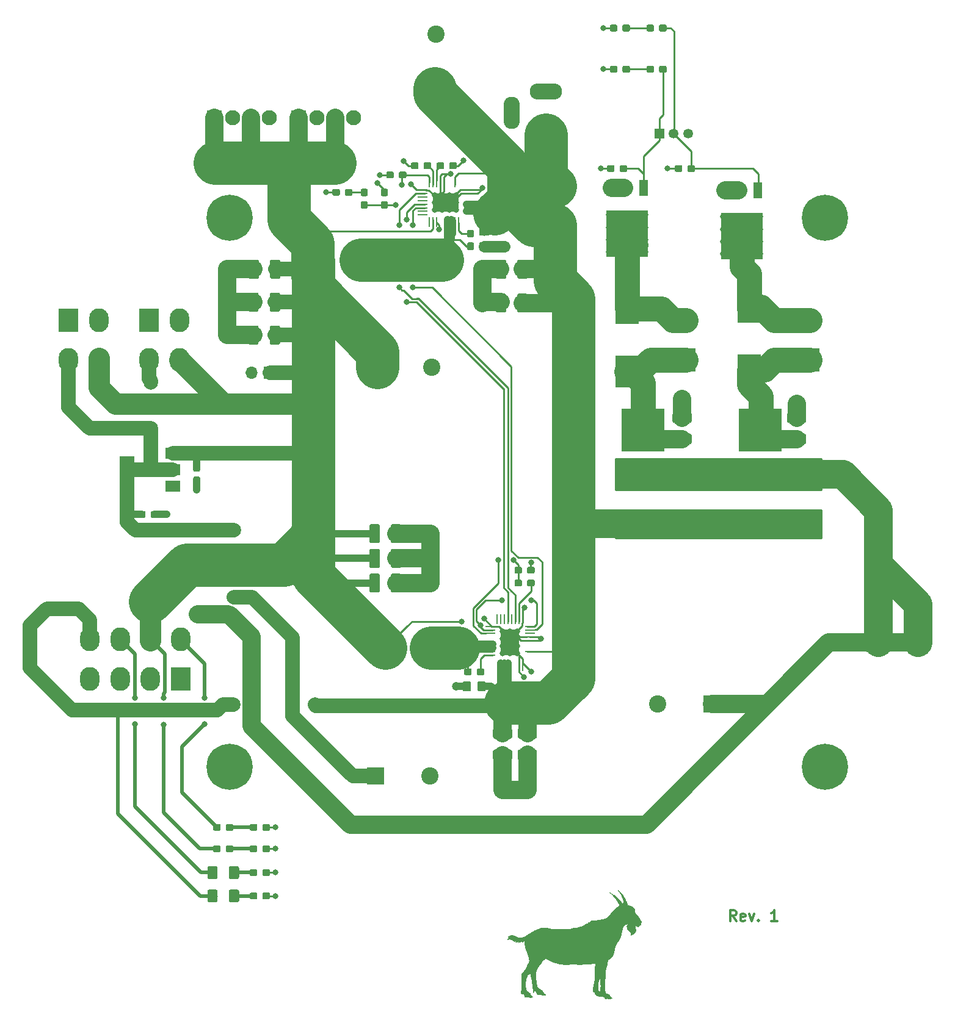
<source format=gtl>
G04 #@! TF.GenerationSoftware,KiCad,Pcbnew,(5.0.0)*
G04 #@! TF.CreationDate,2019-03-11T00:05:50-04:00*
G04 #@! TF.ProjectId,control board power,636F6E74726F6C20626F61726420706F,rev?*
G04 #@! TF.SameCoordinates,Original*
G04 #@! TF.FileFunction,Copper,L1,Top,Signal*
G04 #@! TF.FilePolarity,Positive*
%FSLAX46Y46*%
G04 Gerber Fmt 4.6, Leading zero omitted, Abs format (unit mm)*
G04 Created by KiCad (PCBNEW (5.0.0)) date 03/11/19 00:05:50*
%MOMM*%
%LPD*%
G01*
G04 APERTURE LIST*
G04 #@! TA.AperFunction,NonConductor*
%ADD10C,0.300000*%
G04 #@! TD*
G04 #@! TA.AperFunction,EtchedComponent*
%ADD11C,0.010000*%
G04 #@! TD*
G04 #@! TA.AperFunction,ComponentPad*
%ADD12C,6.400000*%
G04 #@! TD*
G04 #@! TA.AperFunction,Conductor*
%ADD13C,0.100000*%
G04 #@! TD*
G04 #@! TA.AperFunction,SMDPad,CuDef*
%ADD14C,0.950000*%
G04 #@! TD*
G04 #@! TA.AperFunction,ComponentPad*
%ADD15O,1.700000X1.700000*%
G04 #@! TD*
G04 #@! TA.AperFunction,ComponentPad*
%ADD16R,1.700000X1.700000*%
G04 #@! TD*
G04 #@! TA.AperFunction,ComponentPad*
%ADD17O,2.250000X4.500000*%
G04 #@! TD*
G04 #@! TA.AperFunction,ComponentPad*
%ADD18O,4.500000X2.250000*%
G04 #@! TD*
G04 #@! TA.AperFunction,ComponentPad*
%ADD19O,5.000000X2.500000*%
G04 #@! TD*
G04 #@! TA.AperFunction,ComponentPad*
%ADD20O,2.700000X3.300000*%
G04 #@! TD*
G04 #@! TA.AperFunction,ComponentPad*
%ADD21R,2.700000X3.300000*%
G04 #@! TD*
G04 #@! TA.AperFunction,ComponentPad*
%ADD22C,3.200000*%
G04 #@! TD*
G04 #@! TA.AperFunction,SMDPad,CuDef*
%ADD23R,2.000000X1.500000*%
G04 #@! TD*
G04 #@! TA.AperFunction,SMDPad,CuDef*
%ADD24R,2.000000X3.800000*%
G04 #@! TD*
G04 #@! TA.AperFunction,ComponentPad*
%ADD25C,1.524000*%
G04 #@! TD*
G04 #@! TA.AperFunction,SMDPad,CuDef*
%ADD26R,1.400000X0.250000*%
G04 #@! TD*
G04 #@! TA.AperFunction,SMDPad,CuDef*
%ADD27R,0.250000X1.400000*%
G04 #@! TD*
G04 #@! TA.AperFunction,SMDPad,CuDef*
%ADD28R,3.600000X2.600000*%
G04 #@! TD*
G04 #@! TA.AperFunction,SMDPad,CuDef*
%ADD29R,2.600000X3.600000*%
G04 #@! TD*
G04 #@! TA.AperFunction,SMDPad,CuDef*
%ADD30C,1.425000*%
G04 #@! TD*
G04 #@! TA.AperFunction,SMDPad,CuDef*
%ADD31C,1.150000*%
G04 #@! TD*
G04 #@! TA.AperFunction,SMDPad,CuDef*
%ADD32R,5.800000X6.400000*%
G04 #@! TD*
G04 #@! TA.AperFunction,SMDPad,CuDef*
%ADD33R,1.200000X2.200000*%
G04 #@! TD*
G04 #@! TA.AperFunction,SMDPad,CuDef*
%ADD34R,3.300000X4.500000*%
G04 #@! TD*
G04 #@! TA.AperFunction,SMDPad,CuDef*
%ADD35R,6.000000X6.000000*%
G04 #@! TD*
G04 #@! TA.AperFunction,ComponentPad*
%ADD36O,3.300000X2.700000*%
G04 #@! TD*
G04 #@! TA.AperFunction,ComponentPad*
%ADD37R,3.300000X2.700000*%
G04 #@! TD*
G04 #@! TA.AperFunction,ComponentPad*
%ADD38R,2.400000X2.400000*%
G04 #@! TD*
G04 #@! TA.AperFunction,ComponentPad*
%ADD39C,2.400000*%
G04 #@! TD*
G04 #@! TA.AperFunction,ComponentPad*
%ADD40R,1.350000X1.350000*%
G04 #@! TD*
G04 #@! TA.AperFunction,ComponentPad*
%ADD41C,1.350000*%
G04 #@! TD*
G04 #@! TA.AperFunction,ComponentPad*
%ADD42R,2.100000X2.100000*%
G04 #@! TD*
G04 #@! TA.AperFunction,ComponentPad*
%ADD43C,2.100000*%
G04 #@! TD*
G04 #@! TA.AperFunction,ViaPad*
%ADD44C,2.000000*%
G04 #@! TD*
G04 #@! TA.AperFunction,ViaPad*
%ADD45C,0.800000*%
G04 #@! TD*
G04 #@! TA.AperFunction,ViaPad*
%ADD46C,1.200000*%
G04 #@! TD*
G04 #@! TA.AperFunction,ViaPad*
%ADD47C,1.600000*%
G04 #@! TD*
G04 #@! TA.AperFunction,Conductor*
%ADD48C,0.250000*%
G04 #@! TD*
G04 #@! TA.AperFunction,Conductor*
%ADD49C,2.500000*%
G04 #@! TD*
G04 #@! TA.AperFunction,Conductor*
%ADD50C,1.000000*%
G04 #@! TD*
G04 #@! TA.AperFunction,Conductor*
%ADD51C,1.600000*%
G04 #@! TD*
G04 #@! TA.AperFunction,Conductor*
%ADD52C,2.000000*%
G04 #@! TD*
G04 #@! TA.AperFunction,Conductor*
%ADD53C,0.500000*%
G04 #@! TD*
G04 #@! TA.AperFunction,Conductor*
%ADD54C,6.000000*%
G04 #@! TD*
G04 #@! TA.AperFunction,Conductor*
%ADD55C,3.000000*%
G04 #@! TD*
G04 #@! TA.AperFunction,Conductor*
%ADD56C,4.000000*%
G04 #@! TD*
G04 #@! TA.AperFunction,Conductor*
%ADD57C,3.500000*%
G04 #@! TD*
G04 #@! TA.AperFunction,Conductor*
%ADD58C,0.254000*%
G04 #@! TD*
G04 APERTURE END LIST*
D10*
X131211142Y-160317571D02*
X130711142Y-159603285D01*
X130354000Y-160317571D02*
X130354000Y-158817571D01*
X130925428Y-158817571D01*
X131068285Y-158889000D01*
X131139714Y-158960428D01*
X131211142Y-159103285D01*
X131211142Y-159317571D01*
X131139714Y-159460428D01*
X131068285Y-159531857D01*
X130925428Y-159603285D01*
X130354000Y-159603285D01*
X132425428Y-160246142D02*
X132282571Y-160317571D01*
X131996857Y-160317571D01*
X131854000Y-160246142D01*
X131782571Y-160103285D01*
X131782571Y-159531857D01*
X131854000Y-159389000D01*
X131996857Y-159317571D01*
X132282571Y-159317571D01*
X132425428Y-159389000D01*
X132496857Y-159531857D01*
X132496857Y-159674714D01*
X131782571Y-159817571D01*
X132996857Y-159317571D02*
X133354000Y-160317571D01*
X133711142Y-159317571D01*
X134282571Y-160174714D02*
X134354000Y-160246142D01*
X134282571Y-160317571D01*
X134211142Y-160246142D01*
X134282571Y-160174714D01*
X134282571Y-160317571D01*
X136925428Y-160317571D02*
X136068285Y-160317571D01*
X136496857Y-160317571D02*
X136496857Y-158817571D01*
X136354000Y-159031857D01*
X136211142Y-159174714D01*
X136068285Y-159246142D01*
D11*
G04 #@! TO.C,G\002A\002A\002A*
G36*
X114789868Y-156002574D02*
X114811385Y-156019658D01*
X114845328Y-156048799D01*
X114892390Y-156090416D01*
X114903214Y-156100073D01*
X115014210Y-156204160D01*
X115126829Y-156318980D01*
X115236650Y-156439654D01*
X115339252Y-156561303D01*
X115430214Y-156679047D01*
X115440078Y-156692599D01*
X115596809Y-156924356D01*
X115735525Y-157161129D01*
X115856871Y-157404087D01*
X115941300Y-157602237D01*
X115964949Y-157664911D01*
X115990991Y-157738623D01*
X116017701Y-157818066D01*
X116043350Y-157897935D01*
X116066211Y-157972924D01*
X116084558Y-158037725D01*
X116090521Y-158060703D01*
X116100358Y-158100069D01*
X116205922Y-158139478D01*
X116257617Y-158157656D01*
X116319110Y-158177541D01*
X116384953Y-158197531D01*
X116449698Y-158216024D01*
X116507895Y-158231420D01*
X116554095Y-158242116D01*
X116557424Y-158242783D01*
X116577465Y-158249111D01*
X116608667Y-158261512D01*
X116645873Y-158277642D01*
X116683926Y-158295153D01*
X116717668Y-158311702D01*
X116741944Y-158324939D01*
X116749785Y-158330288D01*
X116764533Y-158341282D01*
X116788898Y-158357958D01*
X116806449Y-158369480D01*
X116853020Y-158404647D01*
X116902906Y-158450754D01*
X116950367Y-158501983D01*
X116989661Y-158552514D01*
X116995306Y-158560907D01*
X117026091Y-158614060D01*
X117049767Y-158670039D01*
X117067264Y-158732489D01*
X117079517Y-158805050D01*
X117087457Y-158891366D01*
X117089572Y-158929274D01*
X117093477Y-158998067D01*
X117098994Y-159052746D01*
X117107912Y-159097366D01*
X117122021Y-159135978D01*
X117143112Y-159172637D01*
X117172975Y-159211396D01*
X117213398Y-159256308D01*
X117251693Y-159296438D01*
X117293422Y-159340240D01*
X117330825Y-159380932D01*
X117365658Y-159420803D01*
X117399679Y-159462140D01*
X117434644Y-159507231D01*
X117472311Y-159558365D01*
X117514438Y-159617829D01*
X117562779Y-159687912D01*
X117619094Y-159770902D01*
X117641029Y-159803444D01*
X117687020Y-159871151D01*
X117733538Y-159938523D01*
X117778510Y-160002636D01*
X117819861Y-160060566D01*
X117855517Y-160109390D01*
X117883405Y-160146183D01*
X117890349Y-160154937D01*
X117940465Y-160220455D01*
X117977259Y-160276867D01*
X118002240Y-160327024D01*
X118016917Y-160373774D01*
X118021560Y-160402846D01*
X118023623Y-160449559D01*
X118017459Y-160485005D01*
X118001426Y-160515794D01*
X117989749Y-160530849D01*
X117976439Y-160548330D01*
X117969653Y-160564649D01*
X117968101Y-160586238D01*
X117970493Y-160619531D01*
X117970967Y-160624452D01*
X117970406Y-160697838D01*
X117953967Y-160762008D01*
X117922205Y-160815905D01*
X117875676Y-160858475D01*
X117836171Y-160880287D01*
X117809040Y-160894342D01*
X117790874Y-160907691D01*
X117786149Y-160915184D01*
X117781180Y-160929881D01*
X117768439Y-160953751D01*
X117757739Y-160970851D01*
X117720223Y-161012222D01*
X117670436Y-161045350D01*
X117614630Y-161066437D01*
X117593791Y-161070416D01*
X117539205Y-161070157D01*
X117476210Y-161056897D01*
X117408820Y-161032079D01*
X117341046Y-160997147D01*
X117284114Y-160959063D01*
X117249977Y-160935807D01*
X117223400Y-160924440D01*
X117203394Y-160926125D01*
X117188970Y-160942025D01*
X117179139Y-160973305D01*
X117172913Y-161021126D01*
X117169303Y-161086653D01*
X117169040Y-161094462D01*
X117167978Y-161138925D01*
X117168261Y-161176996D01*
X117170347Y-161213108D01*
X117174695Y-161251697D01*
X117181764Y-161297196D01*
X117192013Y-161354039D01*
X117200526Y-161398805D01*
X117216520Y-161487131D01*
X117227196Y-161560059D01*
X117232532Y-161620489D01*
X117232500Y-161671323D01*
X117227076Y-161715464D01*
X117216233Y-161755813D01*
X117199947Y-161795271D01*
X117196988Y-161801385D01*
X117156255Y-161865757D01*
X117109753Y-161914904D01*
X117076794Y-161946592D01*
X117044438Y-161980755D01*
X117019618Y-162010069D01*
X117019354Y-162010414D01*
X116974554Y-162059114D01*
X116915219Y-162108789D01*
X116845519Y-162156806D01*
X116769622Y-162200531D01*
X116691701Y-162237329D01*
X116617974Y-162263959D01*
X116559461Y-162281411D01*
X116579502Y-162247444D01*
X116593635Y-162209335D01*
X116600058Y-162160122D01*
X116598691Y-162106158D01*
X116589450Y-162053795D01*
X116582295Y-162031362D01*
X116549654Y-161962984D01*
X116502003Y-161891693D01*
X116438524Y-161816471D01*
X116358397Y-161736303D01*
X116308326Y-161690955D01*
X116229815Y-161613639D01*
X116165622Y-161530950D01*
X116111073Y-161436739D01*
X116103688Y-161421762D01*
X116058618Y-161311966D01*
X116031406Y-161206264D01*
X116022026Y-161105178D01*
X116030448Y-161009232D01*
X116056646Y-160918946D01*
X116100592Y-160834846D01*
X116137664Y-160784931D01*
X116163466Y-160751705D01*
X116176310Y-160727851D01*
X116175226Y-160712636D01*
X116159246Y-160705322D01*
X116127398Y-160705176D01*
X116078713Y-160711459D01*
X116047837Y-160716767D01*
X115998564Y-160723848D01*
X115944059Y-160728933D01*
X115898460Y-160730867D01*
X115860756Y-160731616D01*
X115837891Y-160734106D01*
X115825664Y-160739335D01*
X115819880Y-160748301D01*
X115819423Y-160749663D01*
X115806038Y-160771613D01*
X115782513Y-160794995D01*
X115755195Y-160814703D01*
X115730433Y-160825637D01*
X115723920Y-160826450D01*
X115708168Y-160830070D01*
X115695263Y-160843679D01*
X115681370Y-160871397D01*
X115680756Y-160872820D01*
X115648504Y-160927087D01*
X115604800Y-160969737D01*
X115564535Y-160992744D01*
X115541326Y-161007628D01*
X115518637Y-161033226D01*
X115496168Y-161070448D01*
X115473619Y-161120204D01*
X115450689Y-161183404D01*
X115427078Y-161260959D01*
X115402486Y-161353778D01*
X115376611Y-161462771D01*
X115349155Y-161588850D01*
X115319815Y-161732923D01*
X115319189Y-161736087D01*
X115293104Y-161865275D01*
X115269090Y-161978273D01*
X115246487Y-162077748D01*
X115224639Y-162166362D01*
X115202884Y-162246782D01*
X115180566Y-162321671D01*
X115157024Y-162393694D01*
X115155527Y-162398075D01*
X115129358Y-162471002D01*
X115101562Y-162540924D01*
X115070732Y-162610643D01*
X115035465Y-162682959D01*
X114994357Y-162760672D01*
X114946002Y-162846582D01*
X114888997Y-162943490D01*
X114847410Y-163012437D01*
X114777344Y-163127967D01*
X114716398Y-163229080D01*
X114663609Y-163317520D01*
X114618010Y-163395032D01*
X114578639Y-163463361D01*
X114544530Y-163524250D01*
X114514720Y-163579445D01*
X114488245Y-163630690D01*
X114464139Y-163679730D01*
X114441439Y-163728310D01*
X114419181Y-163778173D01*
X114401337Y-163819473D01*
X114356242Y-163933866D01*
X114320546Y-164045438D01*
X114292909Y-164159654D01*
X114271994Y-164281975D01*
X114257549Y-164406230D01*
X114245478Y-164515054D01*
X114230801Y-164609654D01*
X114212226Y-164694809D01*
X114188467Y-164775298D01*
X114158233Y-164855901D01*
X114120236Y-164941398D01*
X114104266Y-164974587D01*
X114023190Y-165118830D01*
X113926495Y-165252349D01*
X113814619Y-165374666D01*
X113688004Y-165485305D01*
X113547089Y-165583787D01*
X113537653Y-165589628D01*
X113493770Y-165617665D01*
X113456880Y-165644543D01*
X113426043Y-165672348D01*
X113400315Y-165703163D01*
X113378754Y-165739070D01*
X113360417Y-165782154D01*
X113344361Y-165834498D01*
X113329644Y-165898187D01*
X113315322Y-165975303D01*
X113300453Y-166067931D01*
X113290167Y-166136637D01*
X113273423Y-166245924D01*
X113257393Y-166340099D01*
X113241203Y-166423034D01*
X113223982Y-166498602D01*
X113204858Y-166570675D01*
X113182958Y-166643124D01*
X113161425Y-166708137D01*
X113134295Y-166790633D01*
X113111460Y-166868002D01*
X113092481Y-166943156D01*
X113076913Y-167019004D01*
X113064316Y-167098458D01*
X113054246Y-167184430D01*
X113046263Y-167279830D01*
X113039925Y-167387569D01*
X113034787Y-167510559D01*
X113033406Y-167551099D01*
X113029387Y-167671403D01*
X113025658Y-167774913D01*
X113022042Y-167863879D01*
X113018365Y-167940552D01*
X113014452Y-168007181D01*
X113010127Y-168066017D01*
X113005214Y-168119311D01*
X112999540Y-168169313D01*
X112992928Y-168218272D01*
X112985203Y-168268440D01*
X112976190Y-168322066D01*
X112971089Y-168351199D01*
X112936862Y-168575114D01*
X112914452Y-168795042D01*
X112903653Y-169015660D01*
X112904260Y-169241646D01*
X112916066Y-169477675D01*
X112919458Y-169522774D01*
X112927224Y-169608797D01*
X112937201Y-169699955D01*
X112948932Y-169793381D01*
X112961964Y-169886211D01*
X112975843Y-169975576D01*
X112990114Y-170058611D01*
X113004322Y-170132450D01*
X113018014Y-170194226D01*
X113030735Y-170241074D01*
X113035610Y-170255426D01*
X113064002Y-170311973D01*
X113104325Y-170358935D01*
X113158074Y-170397317D01*
X113226744Y-170428126D01*
X113311830Y-170452365D01*
X113336518Y-170457652D01*
X113415380Y-170475166D01*
X113477346Y-170492915D01*
X113524550Y-170512076D01*
X113559123Y-170533825D01*
X113583196Y-170559335D01*
X113598902Y-170589781D01*
X113603672Y-170604901D01*
X113620966Y-170646227D01*
X113653116Y-170697880D01*
X113699518Y-170759057D01*
X113759565Y-170828952D01*
X113823730Y-170897567D01*
X113938086Y-171015873D01*
X113911874Y-171025932D01*
X113866355Y-171040972D01*
X113810188Y-171055900D01*
X113748719Y-171069653D01*
X113687292Y-171081172D01*
X113631252Y-171089394D01*
X113585941Y-171093256D01*
X113572470Y-171093356D01*
X113536552Y-171090654D01*
X113497969Y-171085316D01*
X113491029Y-171084032D01*
X113458638Y-171076364D01*
X113418416Y-171065073D01*
X113388326Y-171055622D01*
X113359149Y-171046363D01*
X113336323Y-171041332D01*
X113313766Y-171040327D01*
X113285399Y-171043146D01*
X113245142Y-171049588D01*
X113238855Y-171050658D01*
X113176266Y-171060258D01*
X113127808Y-171064706D01*
X113089222Y-171063820D01*
X113056247Y-171057417D01*
X113024623Y-171045314D01*
X113015856Y-171041091D01*
X112968187Y-171007122D01*
X112933104Y-170960561D01*
X112913313Y-170905102D01*
X112912366Y-170899746D01*
X112905716Y-170876239D01*
X112891568Y-170860778D01*
X112867603Y-170848225D01*
X112838575Y-170831095D01*
X112809576Y-170807127D01*
X112785090Y-170780897D01*
X112769598Y-170756977D01*
X112766475Y-170745038D01*
X112764313Y-170737357D01*
X112755251Y-170733843D01*
X112735421Y-170734115D01*
X112700958Y-170737791D01*
X112697418Y-170738225D01*
X112665460Y-170740919D01*
X112618963Y-170743190D01*
X112562433Y-170744901D01*
X112500378Y-170745911D01*
X112442624Y-170746103D01*
X112367777Y-170745373D01*
X112307107Y-170743514D01*
X112255761Y-170740173D01*
X112208881Y-170734994D01*
X112161612Y-170727623D01*
X112142587Y-170724183D01*
X112028190Y-170699087D01*
X111928972Y-170669395D01*
X111845528Y-170635459D01*
X111778449Y-170597629D01*
X111728328Y-170556256D01*
X111695758Y-170511690D01*
X111681332Y-170464283D01*
X111680625Y-170450842D01*
X111676193Y-170433129D01*
X111667997Y-170427650D01*
X111646473Y-170418539D01*
X111626811Y-170392861D01*
X111610489Y-170353094D01*
X111601437Y-170316083D01*
X111592748Y-170278448D01*
X111582344Y-170245227D01*
X111572588Y-170223815D01*
X111561816Y-170210000D01*
X111548221Y-170200603D01*
X111527253Y-170193904D01*
X111494362Y-170188180D01*
X111469535Y-170184824D01*
X111425011Y-170171995D01*
X111389915Y-170145499D01*
X111363333Y-170104113D01*
X111344348Y-170046611D01*
X111336721Y-170007082D01*
X111330972Y-169958711D01*
X111328207Y-169904504D01*
X111328578Y-169843438D01*
X111332239Y-169774490D01*
X111339341Y-169696639D01*
X111350038Y-169608860D01*
X111364484Y-169510134D01*
X111382831Y-169399436D01*
X111405231Y-169275745D01*
X111417417Y-169212677D01*
X111988339Y-169212677D01*
X111989196Y-169295273D01*
X111990803Y-169394324D01*
X111990886Y-169398950D01*
X111993071Y-169506559D01*
X111995583Y-169597121D01*
X111998631Y-169672637D01*
X112002423Y-169735110D01*
X112007168Y-169786542D01*
X112013075Y-169828934D01*
X112020352Y-169864290D01*
X112029208Y-169894611D01*
X112039852Y-169921899D01*
X112046977Y-169937228D01*
X112083632Y-169995990D01*
X112130549Y-170046469D01*
X112184203Y-170086055D01*
X112241071Y-170112141D01*
X112296683Y-170122097D01*
X112314367Y-170121525D01*
X112324009Y-170115547D01*
X112329000Y-170099470D01*
X112332280Y-170072843D01*
X112334894Y-170045103D01*
X112338405Y-170003359D01*
X112342411Y-169952612D01*
X112346508Y-169897863D01*
X112347799Y-169879962D01*
X112353099Y-169814147D01*
X112360149Y-169738499D01*
X112368057Y-169662050D01*
X112375931Y-169593832D01*
X112376476Y-169589450D01*
X112384838Y-169514781D01*
X112390458Y-169443772D01*
X112393331Y-169372757D01*
X112393457Y-169298070D01*
X112390829Y-169216045D01*
X112385447Y-169123015D01*
X112377306Y-169015315D01*
X112375950Y-168998900D01*
X112366013Y-168862056D01*
X112359903Y-168736757D01*
X112357632Y-168624493D01*
X112359210Y-168526753D01*
X112364647Y-168445029D01*
X112371450Y-168394083D01*
X112377654Y-168356375D01*
X112380766Y-168327224D01*
X112380555Y-168300548D01*
X112376791Y-168270266D01*
X112369245Y-168230297D01*
X112364379Y-168206687D01*
X112354749Y-168161492D01*
X112347412Y-168131860D01*
X112340997Y-168114661D01*
X112334131Y-168106768D01*
X112325441Y-168105048D01*
X112320016Y-168105521D01*
X112309685Y-168108643D01*
X112300662Y-168117213D01*
X112291371Y-168134272D01*
X112280237Y-168162861D01*
X112265687Y-168206022D01*
X112261846Y-168217850D01*
X112240852Y-168279752D01*
X112214896Y-168351701D01*
X112186350Y-168427469D01*
X112157586Y-168500827D01*
X112130975Y-168565545D01*
X112118611Y-168594087D01*
X112104099Y-168629424D01*
X112086178Y-168676931D01*
X112066996Y-168730554D01*
X112048698Y-168784241D01*
X112033432Y-168831938D01*
X112029086Y-168846500D01*
X112017763Y-168886789D01*
X112008563Y-168923683D01*
X112001314Y-168959661D01*
X111995846Y-168997206D01*
X111991986Y-169038799D01*
X111989562Y-169086921D01*
X111988404Y-169144053D01*
X111988339Y-169212677D01*
X111417417Y-169212677D01*
X111431839Y-169138037D01*
X111462806Y-168985290D01*
X111498286Y-168816483D01*
X111538431Y-168630592D01*
X111551642Y-168570275D01*
X111623824Y-168241662D01*
X111614600Y-168084500D01*
X111604065Y-167848668D01*
X111599855Y-167605988D01*
X111602027Y-167354472D01*
X111610633Y-167092138D01*
X111625730Y-166817000D01*
X111647370Y-166527074D01*
X111662005Y-166361423D01*
X111667346Y-166301169D01*
X111671620Y-166247494D01*
X111674640Y-166203229D01*
X111676221Y-166171204D01*
X111676179Y-166154250D01*
X111675710Y-166152359D01*
X111664518Y-166151278D01*
X111639290Y-166152967D01*
X111604780Y-166157055D01*
X111592211Y-166158861D01*
X111422384Y-166183811D01*
X111267924Y-166205413D01*
X111125519Y-166224061D01*
X110991860Y-166240150D01*
X110863633Y-166254075D01*
X110737528Y-166266231D01*
X110610233Y-166277013D01*
X110585249Y-166278968D01*
X110501376Y-166285217D01*
X110420403Y-166290704D01*
X110340655Y-166295463D01*
X110260455Y-166299527D01*
X110178126Y-166302927D01*
X110091996Y-166305697D01*
X110000385Y-166307870D01*
X109901621Y-166309477D01*
X109794024Y-166310552D01*
X109675921Y-166311128D01*
X109545636Y-166311236D01*
X109401492Y-166310911D01*
X109241814Y-166310183D01*
X109064925Y-166309087D01*
X109046962Y-166308963D01*
X108872413Y-166307901D01*
X108709861Y-166307210D01*
X108560176Y-166306889D01*
X108424223Y-166306933D01*
X108302872Y-166307339D01*
X108196990Y-166308105D01*
X108107444Y-166309227D01*
X108035102Y-166310702D01*
X107980831Y-166312528D01*
X107975400Y-166312779D01*
X107898973Y-166316207D01*
X107810794Y-166319777D01*
X107718155Y-166323218D01*
X107628348Y-166326258D01*
X107551537Y-166328548D01*
X107265427Y-166326830D01*
X106980308Y-166306262D01*
X106696919Y-166267041D01*
X106415998Y-166209366D01*
X106138282Y-166133435D01*
X105864512Y-166039445D01*
X105595424Y-165927596D01*
X105331758Y-165798084D01*
X105113137Y-165674668D01*
X105042978Y-165632858D01*
X104986578Y-165600042D01*
X104941521Y-165575147D01*
X104905394Y-165557098D01*
X104875784Y-165544822D01*
X104850276Y-165537245D01*
X104826456Y-165533294D01*
X104801911Y-165531894D01*
X104792001Y-165531807D01*
X104731076Y-165536278D01*
X104674631Y-165550988D01*
X104616921Y-165577863D01*
X104571629Y-165605650D01*
X104524445Y-165639700D01*
X104475417Y-165680893D01*
X104423838Y-165730120D01*
X104368999Y-165788275D01*
X104310195Y-165856251D01*
X104246716Y-165934940D01*
X104177857Y-166025235D01*
X104102910Y-166128028D01*
X104021167Y-166244214D01*
X103931922Y-166374683D01*
X103834467Y-166520330D01*
X103772027Y-166614967D01*
X103705299Y-166717421D01*
X103648806Y-166806145D01*
X103601585Y-166882816D01*
X103562671Y-166949113D01*
X103531098Y-167006716D01*
X103505904Y-167057302D01*
X103486122Y-167102551D01*
X103474962Y-167132000D01*
X103440468Y-167236623D01*
X103413378Y-167336375D01*
X103393028Y-167435537D01*
X103378754Y-167538391D01*
X103369893Y-167649218D01*
X103365782Y-167772302D01*
X103365300Y-167839707D01*
X103366003Y-167919082D01*
X103368274Y-167996854D01*
X103372356Y-168075389D01*
X103378491Y-168157053D01*
X103386922Y-168244214D01*
X103397891Y-168339235D01*
X103411641Y-168444485D01*
X103428414Y-168562329D01*
X103448452Y-168695134D01*
X103461647Y-168779824D01*
X103472840Y-168852585D01*
X103485374Y-168936683D01*
X103498148Y-169024562D01*
X103510060Y-169108667D01*
X103517729Y-169164447D01*
X103527097Y-169232426D01*
X103534935Y-169284848D01*
X103542009Y-169325060D01*
X103549084Y-169356417D01*
X103556928Y-169382269D01*
X103566307Y-169405969D01*
X103577985Y-169430867D01*
X103579174Y-169433278D01*
X103611997Y-169487178D01*
X103658318Y-169545617D01*
X103714545Y-169604715D01*
X103777087Y-169660591D01*
X103820641Y-169694224D01*
X103854069Y-169717592D01*
X103897413Y-169746739D01*
X103947122Y-169779396D01*
X103999642Y-169813294D01*
X104051424Y-169846166D01*
X104098916Y-169875740D01*
X104138566Y-169899750D01*
X104166823Y-169915925D01*
X104171514Y-169918389D01*
X104195155Y-169931067D01*
X104210648Y-169940548D01*
X104213024Y-169942503D01*
X104222995Y-169950511D01*
X104243532Y-169965332D01*
X104260650Y-169977210D01*
X104290193Y-169999138D01*
X104316795Y-170021705D01*
X104326510Y-170031250D01*
X104341190Y-170048505D01*
X104343539Y-170059723D01*
X104334599Y-170072434D01*
X104332525Y-170074741D01*
X104323304Y-170089399D01*
X104321149Y-170106713D01*
X104326987Y-170127947D01*
X104341750Y-170154361D01*
X104366363Y-170187217D01*
X104401758Y-170227778D01*
X104448862Y-170277304D01*
X104508605Y-170337059D01*
X104568631Y-170395497D01*
X104612269Y-170437850D01*
X104650874Y-170475747D01*
X104682466Y-170507208D01*
X104705070Y-170530259D01*
X104716707Y-170542922D01*
X104717850Y-170544655D01*
X104709225Y-170548678D01*
X104686446Y-170554614D01*
X104654154Y-170561280D01*
X104648793Y-170562267D01*
X104567980Y-170571627D01*
X104470288Y-170573452D01*
X104355547Y-170567736D01*
X104223591Y-170554473D01*
X104132062Y-170542313D01*
X104055639Y-170532146D01*
X103975306Y-170522872D01*
X103896934Y-170515084D01*
X103826397Y-170509369D01*
X103776237Y-170506555D01*
X103719805Y-170504180D01*
X103679058Y-170501745D01*
X103650641Y-170498706D01*
X103631195Y-170494519D01*
X103617362Y-170488642D01*
X103605786Y-170480531D01*
X103603445Y-170478593D01*
X103579024Y-170449878D01*
X103569302Y-170415228D01*
X103573438Y-170370978D01*
X103576161Y-170359450D01*
X103588051Y-170313055D01*
X103549353Y-170272721D01*
X103526090Y-170245860D01*
X103497732Y-170209334D01*
X103469256Y-170169649D01*
X103460164Y-170156187D01*
X103421261Y-170099026D01*
X103389069Y-170055749D01*
X103361096Y-170023564D01*
X103334844Y-169999677D01*
X103307818Y-169981296D01*
X103299885Y-169976817D01*
X103254183Y-169956696D01*
X103218799Y-169951489D01*
X103194300Y-169961191D01*
X103183650Y-169977593D01*
X103166241Y-170018862D01*
X103143046Y-170066214D01*
X103116998Y-170114349D01*
X103091026Y-170157964D01*
X103068064Y-170191758D01*
X103059214Y-170202662D01*
X103039155Y-170224661D01*
X103028184Y-170233774D01*
X103022746Y-170231373D01*
X103019286Y-170218825D01*
X103019132Y-170218100D01*
X103017535Y-170202220D01*
X103015723Y-170170195D01*
X103013810Y-170124924D01*
X103011908Y-170069309D01*
X103010129Y-170006252D01*
X103008952Y-169956162D01*
X103002587Y-169788584D01*
X102990732Y-169607923D01*
X102973954Y-169419152D01*
X102952827Y-169227249D01*
X102927918Y-169037188D01*
X102899799Y-168853946D01*
X102869040Y-168682498D01*
X102855039Y-168613137D01*
X102846234Y-168570819D01*
X102837421Y-168527963D01*
X102831514Y-168498837D01*
X102814966Y-168418402D01*
X102795343Y-168326493D01*
X102773425Y-168226498D01*
X102749991Y-168121806D01*
X102725819Y-168015809D01*
X102701690Y-167911896D01*
X102678381Y-167813456D01*
X102656674Y-167723880D01*
X102637347Y-167646556D01*
X102622793Y-167590846D01*
X102613300Y-167566006D01*
X102599837Y-167553526D01*
X102579889Y-167553469D01*
X102550939Y-167565901D01*
X102510471Y-167590886D01*
X102506040Y-167593845D01*
X102398946Y-167677134D01*
X102303423Y-167775537D01*
X102219488Y-167889021D01*
X102147157Y-168017556D01*
X102086445Y-168161110D01*
X102037369Y-168319652D01*
X101999945Y-168493151D01*
X101979073Y-168636949D01*
X101971917Y-168708152D01*
X101965385Y-168792688D01*
X101959653Y-168886153D01*
X101954901Y-168984145D01*
X101951309Y-169082264D01*
X101949053Y-169176106D01*
X101948313Y-169261269D01*
X101949268Y-169333351D01*
X101949994Y-169353726D01*
X101960099Y-169490363D01*
X101978356Y-169612102D01*
X102005391Y-169721547D01*
X102041831Y-169821301D01*
X102082295Y-169903352D01*
X102126460Y-169969791D01*
X102185646Y-170039204D01*
X102256788Y-170108588D01*
X102336820Y-170174937D01*
X102417562Y-170231948D01*
X102471554Y-170267216D01*
X102511538Y-170294325D01*
X102539609Y-170315292D01*
X102557864Y-170332134D01*
X102568398Y-170346867D01*
X102573306Y-170361509D01*
X102574685Y-170378078D01*
X102574725Y-170383201D01*
X102577814Y-170409633D01*
X102588864Y-170436233D01*
X102610548Y-170469136D01*
X102614446Y-170474409D01*
X102650486Y-170520564D01*
X102694788Y-170574020D01*
X102743268Y-170630123D01*
X102791837Y-170684219D01*
X102836410Y-170731652D01*
X102867559Y-170762737D01*
X102924333Y-170816837D01*
X102870972Y-170840534D01*
X102826991Y-170858819D01*
X102785811Y-170872610D01*
X102744330Y-170882140D01*
X102699447Y-170887647D01*
X102648059Y-170889367D01*
X102587064Y-170887537D01*
X102513360Y-170882392D01*
X102426303Y-170874411D01*
X102353194Y-170867420D01*
X102295350Y-170862454D01*
X102249106Y-170859405D01*
X102210798Y-170858164D01*
X102176760Y-170858620D01*
X102143328Y-170860665D01*
X102106836Y-170864190D01*
X102101779Y-170864740D01*
X102037631Y-170870198D01*
X101988337Y-170870190D01*
X101950325Y-170864088D01*
X101920023Y-170851261D01*
X101893860Y-170831081D01*
X101890167Y-170827476D01*
X101863908Y-170794045D01*
X101848548Y-170755102D01*
X101842970Y-170706425D01*
X101844898Y-170656458D01*
X101847330Y-170624066D01*
X101846881Y-170599841D01*
X101841327Y-170580551D01*
X101828446Y-170562964D01*
X101806015Y-170543850D01*
X101771810Y-170519975D01*
X101733641Y-170494727D01*
X101669032Y-170449635D01*
X101621308Y-170410510D01*
X101589556Y-170376526D01*
X101574557Y-170351346D01*
X101561171Y-170330100D01*
X101541501Y-170323021D01*
X101536693Y-170322874D01*
X101519748Y-170326124D01*
X101503694Y-170338176D01*
X101484518Y-170362485D01*
X101475838Y-170375262D01*
X101456813Y-170401971D01*
X101440902Y-170420844D01*
X101431872Y-170427650D01*
X101419336Y-170418326D01*
X101405378Y-170390991D01*
X101390393Y-170346596D01*
X101376697Y-170294299D01*
X101363886Y-170239161D01*
X101355511Y-170196960D01*
X101351423Y-170162143D01*
X101351474Y-170129158D01*
X101355514Y-170092453D01*
X101363395Y-170046473D01*
X101369239Y-170015613D01*
X101379734Y-169956163D01*
X101389773Y-169891237D01*
X101398122Y-169829261D01*
X101403015Y-169784712D01*
X101406674Y-169730800D01*
X101409412Y-169660313D01*
X101411243Y-169575703D01*
X101412179Y-169479422D01*
X101412232Y-169373922D01*
X101411417Y-169261655D01*
X101409745Y-169145073D01*
X101407231Y-169026628D01*
X101403886Y-168908772D01*
X101399725Y-168793958D01*
X101397490Y-168741725D01*
X101392018Y-168602331D01*
X101388347Y-168468274D01*
X101386455Y-168341367D01*
X101386323Y-168223422D01*
X101387932Y-168116254D01*
X101391261Y-168021674D01*
X101396292Y-167941498D01*
X101403003Y-167877538D01*
X101407178Y-167851137D01*
X101424182Y-167769055D01*
X101443228Y-167701093D01*
X101466647Y-167642328D01*
X101496774Y-167587832D01*
X101535941Y-167532678D01*
X101586481Y-167471941D01*
X101587094Y-167471241D01*
X101747392Y-167281522D01*
X101890830Y-167097560D01*
X102018228Y-166918012D01*
X102130404Y-166741538D01*
X102228176Y-166566794D01*
X102312363Y-166392438D01*
X102383784Y-166217129D01*
X102425654Y-166096136D01*
X102452010Y-166011629D01*
X102471678Y-165941692D01*
X102485190Y-165883263D01*
X102493075Y-165833282D01*
X102495865Y-165788690D01*
X102494092Y-165746426D01*
X102490934Y-165720050D01*
X102478112Y-165647104D01*
X102458968Y-165559398D01*
X102434312Y-165459835D01*
X102404954Y-165351320D01*
X102371703Y-165236757D01*
X102335368Y-165119052D01*
X102296761Y-165001108D01*
X102264561Y-164907912D01*
X102241016Y-164841450D01*
X102214348Y-164766167D01*
X102187485Y-164690329D01*
X102163353Y-164622196D01*
X102158281Y-164607874D01*
X102097754Y-164434312D01*
X102044749Y-164276231D01*
X101998853Y-164131793D01*
X101959653Y-163999163D01*
X101926734Y-163876501D01*
X101899684Y-163761971D01*
X101878089Y-163653735D01*
X101861536Y-163549958D01*
X101849610Y-163448799D01*
X101841900Y-163348423D01*
X101837990Y-163246993D01*
X101837292Y-163181505D01*
X101837184Y-163114576D01*
X101836828Y-163064312D01*
X101835983Y-163028326D01*
X101834410Y-163004235D01*
X101831867Y-162989652D01*
X101828113Y-162982192D01*
X101822910Y-162979470D01*
X101816889Y-162979099D01*
X101797895Y-162986952D01*
X101772573Y-163008868D01*
X101757376Y-163025683D01*
X101728968Y-163055769D01*
X101692839Y-163089181D01*
X101658254Y-163117552D01*
X101627195Y-163139247D01*
X101591328Y-163161548D01*
X101554506Y-163182413D01*
X101520583Y-163199798D01*
X101493413Y-163211662D01*
X101476849Y-163215961D01*
X101474100Y-163215150D01*
X101474179Y-163204387D01*
X101479076Y-163181532D01*
X101483992Y-163164026D01*
X101496067Y-163115994D01*
X101498038Y-163084089D01*
X101489628Y-163068126D01*
X101470562Y-163067920D01*
X101440564Y-163083286D01*
X101403943Y-163110314D01*
X101351980Y-163146949D01*
X101290752Y-163181763D01*
X101224852Y-163212839D01*
X101158875Y-163238261D01*
X101097416Y-163256110D01*
X101045068Y-163264467D01*
X101033723Y-163264849D01*
X101018141Y-163262971D01*
X101013743Y-163253564D01*
X101016810Y-163233893D01*
X101023429Y-163200828D01*
X101028946Y-163170908D01*
X101034515Y-163138880D01*
X100992613Y-163144035D01*
X100964537Y-163148909D01*
X100924922Y-163157582D01*
X100880520Y-163168529D01*
X100860897Y-163173758D01*
X100809745Y-163185921D01*
X100753591Y-163196423D01*
X100702609Y-163203425D01*
X100690881Y-163204491D01*
X100610679Y-163210655D01*
X100629881Y-163173016D01*
X100644113Y-163139444D01*
X100654701Y-163104683D01*
X100655971Y-163098668D01*
X100662857Y-163061960D01*
X100625809Y-163067907D01*
X100594583Y-163074073D01*
X100556434Y-163083135D01*
X100536680Y-163088389D01*
X100468147Y-163100437D01*
X100394638Y-163101517D01*
X100328661Y-163091994D01*
X100301963Y-163085119D01*
X100284302Y-163079918D01*
X100280727Y-163078441D01*
X100284073Y-163069934D01*
X100295891Y-163049907D01*
X100313743Y-163022455D01*
X100316446Y-163018456D01*
X100341290Y-162976968D01*
X100353763Y-162944589D01*
X100353613Y-162922745D01*
X100340588Y-162912860D01*
X100335224Y-162912425D01*
X100316757Y-162914295D01*
X100285550Y-162919266D01*
X100247477Y-162926374D01*
X100236260Y-162928642D01*
X100157471Y-162944860D01*
X100063554Y-162900788D01*
X99979089Y-162864438D01*
X99902821Y-162839495D01*
X99828777Y-162824635D01*
X99750984Y-162818531D01*
X99693412Y-162818692D01*
X99642433Y-162820592D01*
X99606109Y-162823384D01*
X99580044Y-162827797D01*
X99559843Y-162834559D01*
X99542193Y-162843755D01*
X99518925Y-162855670D01*
X99502824Y-162860545D01*
X99499520Y-162859820D01*
X99500938Y-162849324D01*
X99509724Y-162826374D01*
X99524161Y-162795258D01*
X99530131Y-162783425D01*
X99558408Y-162737245D01*
X99594293Y-162691342D01*
X99633521Y-162650316D01*
X99671832Y-162618771D01*
X99695388Y-162604991D01*
X99712839Y-162589553D01*
X99717225Y-162566869D01*
X99717225Y-162538696D01*
X99636262Y-162545441D01*
X99591230Y-162548112D01*
X99564404Y-162547067D01*
X99555304Y-162542287D01*
X99555299Y-162542133D01*
X99561654Y-162531452D01*
X99578733Y-162510981D01*
X99603553Y-162484165D01*
X99620180Y-162467201D01*
X99695269Y-162402784D01*
X99776403Y-162354171D01*
X99864466Y-162321238D01*
X99960339Y-162303858D01*
X100064903Y-162301909D01*
X100179041Y-162315265D01*
X100303634Y-162343802D01*
X100364924Y-162362064D01*
X100420128Y-162380158D01*
X100472547Y-162398699D01*
X100525766Y-162419144D01*
X100583372Y-162442951D01*
X100648949Y-162471581D01*
X100726082Y-162506492D01*
X100772881Y-162528044D01*
X100852456Y-162564154D01*
X100918822Y-162592295D01*
X100975598Y-162613433D01*
X101026403Y-162628532D01*
X101074853Y-162638556D01*
X101124567Y-162644470D01*
X101179163Y-162647238D01*
X101222174Y-162647821D01*
X101276507Y-162647092D01*
X101330278Y-162644777D01*
X101377399Y-162641233D01*
X101411778Y-162636815D01*
X101412674Y-162636650D01*
X101521726Y-162609616D01*
X101641269Y-162567631D01*
X101770486Y-162511070D01*
X101908557Y-162440310D01*
X102054664Y-162355729D01*
X102139713Y-162302451D01*
X102192292Y-162268698D01*
X102241218Y-162237374D01*
X102283578Y-162210338D01*
X102316460Y-162189447D01*
X102336950Y-162176561D01*
X102339738Y-162174842D01*
X102355298Y-162165246D01*
X102384742Y-162146998D01*
X102425782Y-162121521D01*
X102476134Y-162090235D01*
X102533509Y-162054559D01*
X102595621Y-162015915D01*
X102617587Y-162002243D01*
X102735632Y-161929105D01*
X102840191Y-161865110D01*
X102933658Y-161808870D01*
X103018422Y-161758999D01*
X103096874Y-161714109D01*
X103171406Y-161672813D01*
X103244407Y-161633725D01*
X103318270Y-161595457D01*
X103322437Y-161593333D01*
X103532048Y-161492765D01*
X103733320Y-161409007D01*
X103926703Y-161341965D01*
X104112650Y-161291549D01*
X104291611Y-161257667D01*
X104464040Y-161240228D01*
X104630387Y-161239141D01*
X104791104Y-161254313D01*
X104898824Y-161274186D01*
X104940372Y-161283496D01*
X104993624Y-161295523D01*
X105051716Y-161308715D01*
X105107712Y-161321498D01*
X105332746Y-161367161D01*
X105574461Y-161404957D01*
X105832163Y-161434831D01*
X106105160Y-161456730D01*
X106392757Y-161470601D01*
X106694263Y-161476390D01*
X107008983Y-161474041D01*
X107057942Y-161472968D01*
X107400785Y-161459277D01*
X107740246Y-161434757D01*
X108074728Y-161399702D01*
X108402634Y-161354406D01*
X108722366Y-161299164D01*
X109032327Y-161234267D01*
X109330919Y-161160011D01*
X109616544Y-161076688D01*
X109887606Y-160984593D01*
X110047087Y-160923444D01*
X110117346Y-160895157D01*
X110171886Y-160872878D01*
X110212694Y-160855581D01*
X110241756Y-160842245D01*
X110261059Y-160831846D01*
X110272590Y-160823359D01*
X110278334Y-160815761D01*
X110280279Y-160808029D01*
X110280450Y-160803210D01*
X110274025Y-160782982D01*
X110263781Y-160774232D01*
X110259039Y-160768857D01*
X110269885Y-160761659D01*
X110297823Y-160751665D01*
X110299499Y-160751136D01*
X110327501Y-160741520D01*
X110368276Y-160726467D01*
X110416988Y-160707809D01*
X110468801Y-160687379D01*
X110485313Y-160680739D01*
X110538445Y-160659968D01*
X110591437Y-160640481D01*
X110638985Y-160624151D01*
X110675782Y-160612850D01*
X110683446Y-160610839D01*
X110717319Y-160601947D01*
X110736421Y-160594593D01*
X110744597Y-160586262D01*
X110745692Y-160574443D01*
X110745282Y-160570419D01*
X110738582Y-160551990D01*
X110720455Y-160540379D01*
X110707473Y-160536189D01*
X110683365Y-160528449D01*
X110668209Y-160521753D01*
X110666856Y-160520721D01*
X110673538Y-160516886D01*
X110695592Y-160510118D01*
X110729704Y-160501179D01*
X110772557Y-160490828D01*
X110820837Y-160479825D01*
X110871227Y-160468929D01*
X110920412Y-160458902D01*
X110965076Y-160450503D01*
X110994825Y-160445543D01*
X111037444Y-160440304D01*
X111081724Y-160436832D01*
X111107376Y-160435996D01*
X111136620Y-160435440D01*
X111151289Y-160432235D01*
X111155858Y-160423912D01*
X111155001Y-160409731D01*
X111148766Y-160391042D01*
X111132149Y-160375327D01*
X111107043Y-160361240D01*
X111072261Y-160346795D01*
X111036631Y-160336214D01*
X111023699Y-160333792D01*
X110999754Y-160328844D01*
X110986339Y-160322703D01*
X110985299Y-160320740D01*
X110994253Y-160312083D01*
X111018951Y-160302656D01*
X111056147Y-160293206D01*
X111102597Y-160284477D01*
X111155053Y-160277216D01*
X111190087Y-160273699D01*
X111239255Y-160270405D01*
X111300433Y-160267637D01*
X111366585Y-160265645D01*
X111430675Y-160264680D01*
X111444706Y-160264630D01*
X111530109Y-160263134D01*
X111606185Y-160258332D01*
X111682487Y-160249456D01*
X111735585Y-160241329D01*
X111801278Y-160231471D01*
X111875697Y-160221770D01*
X111949670Y-160213347D01*
X112013649Y-160207352D01*
X112094172Y-160199377D01*
X112159237Y-160189203D01*
X112212372Y-160176253D01*
X112222208Y-160173171D01*
X112253420Y-160164101D01*
X112299254Y-160152260D01*
X112355655Y-160138623D01*
X112418566Y-160124165D01*
X112483932Y-160109860D01*
X112499149Y-160106639D01*
X112631016Y-160078084D01*
X112746056Y-160051231D01*
X112846338Y-160025388D01*
X112933934Y-159999867D01*
X113010915Y-159973976D01*
X113079353Y-159947027D01*
X113141318Y-159918328D01*
X113198881Y-159887189D01*
X113247487Y-159857255D01*
X113283106Y-159832671D01*
X113320889Y-159804217D01*
X113357682Y-159774573D01*
X113390333Y-159746417D01*
X113415691Y-159722427D01*
X113430602Y-159705281D01*
X113433225Y-159699432D01*
X113440469Y-159685678D01*
X113450694Y-159677122D01*
X113460268Y-159667916D01*
X113480992Y-159645722D01*
X113511584Y-159611982D01*
X113550759Y-159568140D01*
X113597237Y-159515641D01*
X113649732Y-159455928D01*
X113706962Y-159390445D01*
X113767643Y-159320635D01*
X113772163Y-159315420D01*
X113908662Y-159159420D01*
X114035265Y-159018006D01*
X114153027Y-158890177D01*
X114263003Y-158774932D01*
X114366251Y-158671273D01*
X114463827Y-158578198D01*
X114556787Y-158494708D01*
X114646187Y-158419802D01*
X114733083Y-158352478D01*
X114818532Y-158291739D01*
X114903589Y-158236583D01*
X114925383Y-158223266D01*
X114967417Y-158197413D01*
X114995538Y-158178513D01*
X115012453Y-158164215D01*
X115020870Y-158152163D01*
X115023495Y-158140003D01*
X115023558Y-158137891D01*
X115018837Y-158115489D01*
X115005040Y-158079080D01*
X114983288Y-158030746D01*
X114954705Y-157972570D01*
X114920413Y-157906637D01*
X114881532Y-157835029D01*
X114839185Y-157759828D01*
X114794494Y-157683119D01*
X114748581Y-157606984D01*
X114702568Y-157533506D01*
X114675726Y-157492091D01*
X114539474Y-157296635D01*
X114388867Y-157102091D01*
X114227390Y-156912454D01*
X114058528Y-156731714D01*
X113885763Y-156563866D01*
X113793961Y-156481631D01*
X113753724Y-156446472D01*
X113719034Y-156415788D01*
X113692234Y-156391681D01*
X113675665Y-156376253D01*
X113671349Y-156371583D01*
X113678858Y-156371660D01*
X113700125Y-156381383D01*
X113733265Y-156399527D01*
X113776391Y-156424868D01*
X113827618Y-156456183D01*
X113885058Y-156492249D01*
X113946826Y-156531842D01*
X114011035Y-156573737D01*
X114075798Y-156616712D01*
X114139230Y-156659542D01*
X114199445Y-156701005D01*
X114254554Y-156739876D01*
X114302674Y-156774932D01*
X114341917Y-156804949D01*
X114352409Y-156813386D01*
X114506637Y-156942340D01*
X114646601Y-157065797D01*
X114775185Y-157186559D01*
X114895271Y-157307430D01*
X115009742Y-157431214D01*
X115121479Y-157560713D01*
X115124336Y-157564137D01*
X115152716Y-157598972D01*
X115186980Y-157642284D01*
X115224887Y-157691106D01*
X115264192Y-157742470D01*
X115302656Y-157793407D01*
X115338033Y-157840952D01*
X115368082Y-157882134D01*
X115390561Y-157913988D01*
X115402401Y-157932118D01*
X115418028Y-157951955D01*
X115436954Y-157957959D01*
X115447689Y-157957474D01*
X115459176Y-157955797D01*
X115467985Y-157951430D01*
X115475498Y-157941462D01*
X115483099Y-157922980D01*
X115492169Y-157893071D01*
X115504092Y-157848823D01*
X115510070Y-157826075D01*
X115523241Y-157777484D01*
X115535778Y-157734120D01*
X115546448Y-157700051D01*
X115554021Y-157679345D01*
X115555314Y-157676682D01*
X115562574Y-157659311D01*
X115565604Y-157638644D01*
X115564032Y-157611689D01*
X115557486Y-157575458D01*
X115545591Y-157526957D01*
X115529291Y-157467821D01*
X115462371Y-157250901D01*
X115387715Y-157046366D01*
X115303207Y-156849425D01*
X115206731Y-156655294D01*
X115096173Y-156459182D01*
X115049962Y-156383037D01*
X115029971Y-156351981D01*
X115001999Y-156310248D01*
X114968689Y-156261611D01*
X114932684Y-156209844D01*
X114896627Y-156158721D01*
X114863163Y-156112015D01*
X114834933Y-156073500D01*
X114814583Y-156046949D01*
X114814188Y-156046458D01*
X114792937Y-156019489D01*
X114781337Y-156002907D01*
X114780083Y-155997129D01*
X114789868Y-156002574D01*
X114789868Y-156002574D01*
G37*
X114789868Y-156002574D02*
X114811385Y-156019658D01*
X114845328Y-156048799D01*
X114892390Y-156090416D01*
X114903214Y-156100073D01*
X115014210Y-156204160D01*
X115126829Y-156318980D01*
X115236650Y-156439654D01*
X115339252Y-156561303D01*
X115430214Y-156679047D01*
X115440078Y-156692599D01*
X115596809Y-156924356D01*
X115735525Y-157161129D01*
X115856871Y-157404087D01*
X115941300Y-157602237D01*
X115964949Y-157664911D01*
X115990991Y-157738623D01*
X116017701Y-157818066D01*
X116043350Y-157897935D01*
X116066211Y-157972924D01*
X116084558Y-158037725D01*
X116090521Y-158060703D01*
X116100358Y-158100069D01*
X116205922Y-158139478D01*
X116257617Y-158157656D01*
X116319110Y-158177541D01*
X116384953Y-158197531D01*
X116449698Y-158216024D01*
X116507895Y-158231420D01*
X116554095Y-158242116D01*
X116557424Y-158242783D01*
X116577465Y-158249111D01*
X116608667Y-158261512D01*
X116645873Y-158277642D01*
X116683926Y-158295153D01*
X116717668Y-158311702D01*
X116741944Y-158324939D01*
X116749785Y-158330288D01*
X116764533Y-158341282D01*
X116788898Y-158357958D01*
X116806449Y-158369480D01*
X116853020Y-158404647D01*
X116902906Y-158450754D01*
X116950367Y-158501983D01*
X116989661Y-158552514D01*
X116995306Y-158560907D01*
X117026091Y-158614060D01*
X117049767Y-158670039D01*
X117067264Y-158732489D01*
X117079517Y-158805050D01*
X117087457Y-158891366D01*
X117089572Y-158929274D01*
X117093477Y-158998067D01*
X117098994Y-159052746D01*
X117107912Y-159097366D01*
X117122021Y-159135978D01*
X117143112Y-159172637D01*
X117172975Y-159211396D01*
X117213398Y-159256308D01*
X117251693Y-159296438D01*
X117293422Y-159340240D01*
X117330825Y-159380932D01*
X117365658Y-159420803D01*
X117399679Y-159462140D01*
X117434644Y-159507231D01*
X117472311Y-159558365D01*
X117514438Y-159617829D01*
X117562779Y-159687912D01*
X117619094Y-159770902D01*
X117641029Y-159803444D01*
X117687020Y-159871151D01*
X117733538Y-159938523D01*
X117778510Y-160002636D01*
X117819861Y-160060566D01*
X117855517Y-160109390D01*
X117883405Y-160146183D01*
X117890349Y-160154937D01*
X117940465Y-160220455D01*
X117977259Y-160276867D01*
X118002240Y-160327024D01*
X118016917Y-160373774D01*
X118021560Y-160402846D01*
X118023623Y-160449559D01*
X118017459Y-160485005D01*
X118001426Y-160515794D01*
X117989749Y-160530849D01*
X117976439Y-160548330D01*
X117969653Y-160564649D01*
X117968101Y-160586238D01*
X117970493Y-160619531D01*
X117970967Y-160624452D01*
X117970406Y-160697838D01*
X117953967Y-160762008D01*
X117922205Y-160815905D01*
X117875676Y-160858475D01*
X117836171Y-160880287D01*
X117809040Y-160894342D01*
X117790874Y-160907691D01*
X117786149Y-160915184D01*
X117781180Y-160929881D01*
X117768439Y-160953751D01*
X117757739Y-160970851D01*
X117720223Y-161012222D01*
X117670436Y-161045350D01*
X117614630Y-161066437D01*
X117593791Y-161070416D01*
X117539205Y-161070157D01*
X117476210Y-161056897D01*
X117408820Y-161032079D01*
X117341046Y-160997147D01*
X117284114Y-160959063D01*
X117249977Y-160935807D01*
X117223400Y-160924440D01*
X117203394Y-160926125D01*
X117188970Y-160942025D01*
X117179139Y-160973305D01*
X117172913Y-161021126D01*
X117169303Y-161086653D01*
X117169040Y-161094462D01*
X117167978Y-161138925D01*
X117168261Y-161176996D01*
X117170347Y-161213108D01*
X117174695Y-161251697D01*
X117181764Y-161297196D01*
X117192013Y-161354039D01*
X117200526Y-161398805D01*
X117216520Y-161487131D01*
X117227196Y-161560059D01*
X117232532Y-161620489D01*
X117232500Y-161671323D01*
X117227076Y-161715464D01*
X117216233Y-161755813D01*
X117199947Y-161795271D01*
X117196988Y-161801385D01*
X117156255Y-161865757D01*
X117109753Y-161914904D01*
X117076794Y-161946592D01*
X117044438Y-161980755D01*
X117019618Y-162010069D01*
X117019354Y-162010414D01*
X116974554Y-162059114D01*
X116915219Y-162108789D01*
X116845519Y-162156806D01*
X116769622Y-162200531D01*
X116691701Y-162237329D01*
X116617974Y-162263959D01*
X116559461Y-162281411D01*
X116579502Y-162247444D01*
X116593635Y-162209335D01*
X116600058Y-162160122D01*
X116598691Y-162106158D01*
X116589450Y-162053795D01*
X116582295Y-162031362D01*
X116549654Y-161962984D01*
X116502003Y-161891693D01*
X116438524Y-161816471D01*
X116358397Y-161736303D01*
X116308326Y-161690955D01*
X116229815Y-161613639D01*
X116165622Y-161530950D01*
X116111073Y-161436739D01*
X116103688Y-161421762D01*
X116058618Y-161311966D01*
X116031406Y-161206264D01*
X116022026Y-161105178D01*
X116030448Y-161009232D01*
X116056646Y-160918946D01*
X116100592Y-160834846D01*
X116137664Y-160784931D01*
X116163466Y-160751705D01*
X116176310Y-160727851D01*
X116175226Y-160712636D01*
X116159246Y-160705322D01*
X116127398Y-160705176D01*
X116078713Y-160711459D01*
X116047837Y-160716767D01*
X115998564Y-160723848D01*
X115944059Y-160728933D01*
X115898460Y-160730867D01*
X115860756Y-160731616D01*
X115837891Y-160734106D01*
X115825664Y-160739335D01*
X115819880Y-160748301D01*
X115819423Y-160749663D01*
X115806038Y-160771613D01*
X115782513Y-160794995D01*
X115755195Y-160814703D01*
X115730433Y-160825637D01*
X115723920Y-160826450D01*
X115708168Y-160830070D01*
X115695263Y-160843679D01*
X115681370Y-160871397D01*
X115680756Y-160872820D01*
X115648504Y-160927087D01*
X115604800Y-160969737D01*
X115564535Y-160992744D01*
X115541326Y-161007628D01*
X115518637Y-161033226D01*
X115496168Y-161070448D01*
X115473619Y-161120204D01*
X115450689Y-161183404D01*
X115427078Y-161260959D01*
X115402486Y-161353778D01*
X115376611Y-161462771D01*
X115349155Y-161588850D01*
X115319815Y-161732923D01*
X115319189Y-161736087D01*
X115293104Y-161865275D01*
X115269090Y-161978273D01*
X115246487Y-162077748D01*
X115224639Y-162166362D01*
X115202884Y-162246782D01*
X115180566Y-162321671D01*
X115157024Y-162393694D01*
X115155527Y-162398075D01*
X115129358Y-162471002D01*
X115101562Y-162540924D01*
X115070732Y-162610643D01*
X115035465Y-162682959D01*
X114994357Y-162760672D01*
X114946002Y-162846582D01*
X114888997Y-162943490D01*
X114847410Y-163012437D01*
X114777344Y-163127967D01*
X114716398Y-163229080D01*
X114663609Y-163317520D01*
X114618010Y-163395032D01*
X114578639Y-163463361D01*
X114544530Y-163524250D01*
X114514720Y-163579445D01*
X114488245Y-163630690D01*
X114464139Y-163679730D01*
X114441439Y-163728310D01*
X114419181Y-163778173D01*
X114401337Y-163819473D01*
X114356242Y-163933866D01*
X114320546Y-164045438D01*
X114292909Y-164159654D01*
X114271994Y-164281975D01*
X114257549Y-164406230D01*
X114245478Y-164515054D01*
X114230801Y-164609654D01*
X114212226Y-164694809D01*
X114188467Y-164775298D01*
X114158233Y-164855901D01*
X114120236Y-164941398D01*
X114104266Y-164974587D01*
X114023190Y-165118830D01*
X113926495Y-165252349D01*
X113814619Y-165374666D01*
X113688004Y-165485305D01*
X113547089Y-165583787D01*
X113537653Y-165589628D01*
X113493770Y-165617665D01*
X113456880Y-165644543D01*
X113426043Y-165672348D01*
X113400315Y-165703163D01*
X113378754Y-165739070D01*
X113360417Y-165782154D01*
X113344361Y-165834498D01*
X113329644Y-165898187D01*
X113315322Y-165975303D01*
X113300453Y-166067931D01*
X113290167Y-166136637D01*
X113273423Y-166245924D01*
X113257393Y-166340099D01*
X113241203Y-166423034D01*
X113223982Y-166498602D01*
X113204858Y-166570675D01*
X113182958Y-166643124D01*
X113161425Y-166708137D01*
X113134295Y-166790633D01*
X113111460Y-166868002D01*
X113092481Y-166943156D01*
X113076913Y-167019004D01*
X113064316Y-167098458D01*
X113054246Y-167184430D01*
X113046263Y-167279830D01*
X113039925Y-167387569D01*
X113034787Y-167510559D01*
X113033406Y-167551099D01*
X113029387Y-167671403D01*
X113025658Y-167774913D01*
X113022042Y-167863879D01*
X113018365Y-167940552D01*
X113014452Y-168007181D01*
X113010127Y-168066017D01*
X113005214Y-168119311D01*
X112999540Y-168169313D01*
X112992928Y-168218272D01*
X112985203Y-168268440D01*
X112976190Y-168322066D01*
X112971089Y-168351199D01*
X112936862Y-168575114D01*
X112914452Y-168795042D01*
X112903653Y-169015660D01*
X112904260Y-169241646D01*
X112916066Y-169477675D01*
X112919458Y-169522774D01*
X112927224Y-169608797D01*
X112937201Y-169699955D01*
X112948932Y-169793381D01*
X112961964Y-169886211D01*
X112975843Y-169975576D01*
X112990114Y-170058611D01*
X113004322Y-170132450D01*
X113018014Y-170194226D01*
X113030735Y-170241074D01*
X113035610Y-170255426D01*
X113064002Y-170311973D01*
X113104325Y-170358935D01*
X113158074Y-170397317D01*
X113226744Y-170428126D01*
X113311830Y-170452365D01*
X113336518Y-170457652D01*
X113415380Y-170475166D01*
X113477346Y-170492915D01*
X113524550Y-170512076D01*
X113559123Y-170533825D01*
X113583196Y-170559335D01*
X113598902Y-170589781D01*
X113603672Y-170604901D01*
X113620966Y-170646227D01*
X113653116Y-170697880D01*
X113699518Y-170759057D01*
X113759565Y-170828952D01*
X113823730Y-170897567D01*
X113938086Y-171015873D01*
X113911874Y-171025932D01*
X113866355Y-171040972D01*
X113810188Y-171055900D01*
X113748719Y-171069653D01*
X113687292Y-171081172D01*
X113631252Y-171089394D01*
X113585941Y-171093256D01*
X113572470Y-171093356D01*
X113536552Y-171090654D01*
X113497969Y-171085316D01*
X113491029Y-171084032D01*
X113458638Y-171076364D01*
X113418416Y-171065073D01*
X113388326Y-171055622D01*
X113359149Y-171046363D01*
X113336323Y-171041332D01*
X113313766Y-171040327D01*
X113285399Y-171043146D01*
X113245142Y-171049588D01*
X113238855Y-171050658D01*
X113176266Y-171060258D01*
X113127808Y-171064706D01*
X113089222Y-171063820D01*
X113056247Y-171057417D01*
X113024623Y-171045314D01*
X113015856Y-171041091D01*
X112968187Y-171007122D01*
X112933104Y-170960561D01*
X112913313Y-170905102D01*
X112912366Y-170899746D01*
X112905716Y-170876239D01*
X112891568Y-170860778D01*
X112867603Y-170848225D01*
X112838575Y-170831095D01*
X112809576Y-170807127D01*
X112785090Y-170780897D01*
X112769598Y-170756977D01*
X112766475Y-170745038D01*
X112764313Y-170737357D01*
X112755251Y-170733843D01*
X112735421Y-170734115D01*
X112700958Y-170737791D01*
X112697418Y-170738225D01*
X112665460Y-170740919D01*
X112618963Y-170743190D01*
X112562433Y-170744901D01*
X112500378Y-170745911D01*
X112442624Y-170746103D01*
X112367777Y-170745373D01*
X112307107Y-170743514D01*
X112255761Y-170740173D01*
X112208881Y-170734994D01*
X112161612Y-170727623D01*
X112142587Y-170724183D01*
X112028190Y-170699087D01*
X111928972Y-170669395D01*
X111845528Y-170635459D01*
X111778449Y-170597629D01*
X111728328Y-170556256D01*
X111695758Y-170511690D01*
X111681332Y-170464283D01*
X111680625Y-170450842D01*
X111676193Y-170433129D01*
X111667997Y-170427650D01*
X111646473Y-170418539D01*
X111626811Y-170392861D01*
X111610489Y-170353094D01*
X111601437Y-170316083D01*
X111592748Y-170278448D01*
X111582344Y-170245227D01*
X111572588Y-170223815D01*
X111561816Y-170210000D01*
X111548221Y-170200603D01*
X111527253Y-170193904D01*
X111494362Y-170188180D01*
X111469535Y-170184824D01*
X111425011Y-170171995D01*
X111389915Y-170145499D01*
X111363333Y-170104113D01*
X111344348Y-170046611D01*
X111336721Y-170007082D01*
X111330972Y-169958711D01*
X111328207Y-169904504D01*
X111328578Y-169843438D01*
X111332239Y-169774490D01*
X111339341Y-169696639D01*
X111350038Y-169608860D01*
X111364484Y-169510134D01*
X111382831Y-169399436D01*
X111405231Y-169275745D01*
X111417417Y-169212677D01*
X111988339Y-169212677D01*
X111989196Y-169295273D01*
X111990803Y-169394324D01*
X111990886Y-169398950D01*
X111993071Y-169506559D01*
X111995583Y-169597121D01*
X111998631Y-169672637D01*
X112002423Y-169735110D01*
X112007168Y-169786542D01*
X112013075Y-169828934D01*
X112020352Y-169864290D01*
X112029208Y-169894611D01*
X112039852Y-169921899D01*
X112046977Y-169937228D01*
X112083632Y-169995990D01*
X112130549Y-170046469D01*
X112184203Y-170086055D01*
X112241071Y-170112141D01*
X112296683Y-170122097D01*
X112314367Y-170121525D01*
X112324009Y-170115547D01*
X112329000Y-170099470D01*
X112332280Y-170072843D01*
X112334894Y-170045103D01*
X112338405Y-170003359D01*
X112342411Y-169952612D01*
X112346508Y-169897863D01*
X112347799Y-169879962D01*
X112353099Y-169814147D01*
X112360149Y-169738499D01*
X112368057Y-169662050D01*
X112375931Y-169593832D01*
X112376476Y-169589450D01*
X112384838Y-169514781D01*
X112390458Y-169443772D01*
X112393331Y-169372757D01*
X112393457Y-169298070D01*
X112390829Y-169216045D01*
X112385447Y-169123015D01*
X112377306Y-169015315D01*
X112375950Y-168998900D01*
X112366013Y-168862056D01*
X112359903Y-168736757D01*
X112357632Y-168624493D01*
X112359210Y-168526753D01*
X112364647Y-168445029D01*
X112371450Y-168394083D01*
X112377654Y-168356375D01*
X112380766Y-168327224D01*
X112380555Y-168300548D01*
X112376791Y-168270266D01*
X112369245Y-168230297D01*
X112364379Y-168206687D01*
X112354749Y-168161492D01*
X112347412Y-168131860D01*
X112340997Y-168114661D01*
X112334131Y-168106768D01*
X112325441Y-168105048D01*
X112320016Y-168105521D01*
X112309685Y-168108643D01*
X112300662Y-168117213D01*
X112291371Y-168134272D01*
X112280237Y-168162861D01*
X112265687Y-168206022D01*
X112261846Y-168217850D01*
X112240852Y-168279752D01*
X112214896Y-168351701D01*
X112186350Y-168427469D01*
X112157586Y-168500827D01*
X112130975Y-168565545D01*
X112118611Y-168594087D01*
X112104099Y-168629424D01*
X112086178Y-168676931D01*
X112066996Y-168730554D01*
X112048698Y-168784241D01*
X112033432Y-168831938D01*
X112029086Y-168846500D01*
X112017763Y-168886789D01*
X112008563Y-168923683D01*
X112001314Y-168959661D01*
X111995846Y-168997206D01*
X111991986Y-169038799D01*
X111989562Y-169086921D01*
X111988404Y-169144053D01*
X111988339Y-169212677D01*
X111417417Y-169212677D01*
X111431839Y-169138037D01*
X111462806Y-168985290D01*
X111498286Y-168816483D01*
X111538431Y-168630592D01*
X111551642Y-168570275D01*
X111623824Y-168241662D01*
X111614600Y-168084500D01*
X111604065Y-167848668D01*
X111599855Y-167605988D01*
X111602027Y-167354472D01*
X111610633Y-167092138D01*
X111625730Y-166817000D01*
X111647370Y-166527074D01*
X111662005Y-166361423D01*
X111667346Y-166301169D01*
X111671620Y-166247494D01*
X111674640Y-166203229D01*
X111676221Y-166171204D01*
X111676179Y-166154250D01*
X111675710Y-166152359D01*
X111664518Y-166151278D01*
X111639290Y-166152967D01*
X111604780Y-166157055D01*
X111592211Y-166158861D01*
X111422384Y-166183811D01*
X111267924Y-166205413D01*
X111125519Y-166224061D01*
X110991860Y-166240150D01*
X110863633Y-166254075D01*
X110737528Y-166266231D01*
X110610233Y-166277013D01*
X110585249Y-166278968D01*
X110501376Y-166285217D01*
X110420403Y-166290704D01*
X110340655Y-166295463D01*
X110260455Y-166299527D01*
X110178126Y-166302927D01*
X110091996Y-166305697D01*
X110000385Y-166307870D01*
X109901621Y-166309477D01*
X109794024Y-166310552D01*
X109675921Y-166311128D01*
X109545636Y-166311236D01*
X109401492Y-166310911D01*
X109241814Y-166310183D01*
X109064925Y-166309087D01*
X109046962Y-166308963D01*
X108872413Y-166307901D01*
X108709861Y-166307210D01*
X108560176Y-166306889D01*
X108424223Y-166306933D01*
X108302872Y-166307339D01*
X108196990Y-166308105D01*
X108107444Y-166309227D01*
X108035102Y-166310702D01*
X107980831Y-166312528D01*
X107975400Y-166312779D01*
X107898973Y-166316207D01*
X107810794Y-166319777D01*
X107718155Y-166323218D01*
X107628348Y-166326258D01*
X107551537Y-166328548D01*
X107265427Y-166326830D01*
X106980308Y-166306262D01*
X106696919Y-166267041D01*
X106415998Y-166209366D01*
X106138282Y-166133435D01*
X105864512Y-166039445D01*
X105595424Y-165927596D01*
X105331758Y-165798084D01*
X105113137Y-165674668D01*
X105042978Y-165632858D01*
X104986578Y-165600042D01*
X104941521Y-165575147D01*
X104905394Y-165557098D01*
X104875784Y-165544822D01*
X104850276Y-165537245D01*
X104826456Y-165533294D01*
X104801911Y-165531894D01*
X104792001Y-165531807D01*
X104731076Y-165536278D01*
X104674631Y-165550988D01*
X104616921Y-165577863D01*
X104571629Y-165605650D01*
X104524445Y-165639700D01*
X104475417Y-165680893D01*
X104423838Y-165730120D01*
X104368999Y-165788275D01*
X104310195Y-165856251D01*
X104246716Y-165934940D01*
X104177857Y-166025235D01*
X104102910Y-166128028D01*
X104021167Y-166244214D01*
X103931922Y-166374683D01*
X103834467Y-166520330D01*
X103772027Y-166614967D01*
X103705299Y-166717421D01*
X103648806Y-166806145D01*
X103601585Y-166882816D01*
X103562671Y-166949113D01*
X103531098Y-167006716D01*
X103505904Y-167057302D01*
X103486122Y-167102551D01*
X103474962Y-167132000D01*
X103440468Y-167236623D01*
X103413378Y-167336375D01*
X103393028Y-167435537D01*
X103378754Y-167538391D01*
X103369893Y-167649218D01*
X103365782Y-167772302D01*
X103365300Y-167839707D01*
X103366003Y-167919082D01*
X103368274Y-167996854D01*
X103372356Y-168075389D01*
X103378491Y-168157053D01*
X103386922Y-168244214D01*
X103397891Y-168339235D01*
X103411641Y-168444485D01*
X103428414Y-168562329D01*
X103448452Y-168695134D01*
X103461647Y-168779824D01*
X103472840Y-168852585D01*
X103485374Y-168936683D01*
X103498148Y-169024562D01*
X103510060Y-169108667D01*
X103517729Y-169164447D01*
X103527097Y-169232426D01*
X103534935Y-169284848D01*
X103542009Y-169325060D01*
X103549084Y-169356417D01*
X103556928Y-169382269D01*
X103566307Y-169405969D01*
X103577985Y-169430867D01*
X103579174Y-169433278D01*
X103611997Y-169487178D01*
X103658318Y-169545617D01*
X103714545Y-169604715D01*
X103777087Y-169660591D01*
X103820641Y-169694224D01*
X103854069Y-169717592D01*
X103897413Y-169746739D01*
X103947122Y-169779396D01*
X103999642Y-169813294D01*
X104051424Y-169846166D01*
X104098916Y-169875740D01*
X104138566Y-169899750D01*
X104166823Y-169915925D01*
X104171514Y-169918389D01*
X104195155Y-169931067D01*
X104210648Y-169940548D01*
X104213024Y-169942503D01*
X104222995Y-169950511D01*
X104243532Y-169965332D01*
X104260650Y-169977210D01*
X104290193Y-169999138D01*
X104316795Y-170021705D01*
X104326510Y-170031250D01*
X104341190Y-170048505D01*
X104343539Y-170059723D01*
X104334599Y-170072434D01*
X104332525Y-170074741D01*
X104323304Y-170089399D01*
X104321149Y-170106713D01*
X104326987Y-170127947D01*
X104341750Y-170154361D01*
X104366363Y-170187217D01*
X104401758Y-170227778D01*
X104448862Y-170277304D01*
X104508605Y-170337059D01*
X104568631Y-170395497D01*
X104612269Y-170437850D01*
X104650874Y-170475747D01*
X104682466Y-170507208D01*
X104705070Y-170530259D01*
X104716707Y-170542922D01*
X104717850Y-170544655D01*
X104709225Y-170548678D01*
X104686446Y-170554614D01*
X104654154Y-170561280D01*
X104648793Y-170562267D01*
X104567980Y-170571627D01*
X104470288Y-170573452D01*
X104355547Y-170567736D01*
X104223591Y-170554473D01*
X104132062Y-170542313D01*
X104055639Y-170532146D01*
X103975306Y-170522872D01*
X103896934Y-170515084D01*
X103826397Y-170509369D01*
X103776237Y-170506555D01*
X103719805Y-170504180D01*
X103679058Y-170501745D01*
X103650641Y-170498706D01*
X103631195Y-170494519D01*
X103617362Y-170488642D01*
X103605786Y-170480531D01*
X103603445Y-170478593D01*
X103579024Y-170449878D01*
X103569302Y-170415228D01*
X103573438Y-170370978D01*
X103576161Y-170359450D01*
X103588051Y-170313055D01*
X103549353Y-170272721D01*
X103526090Y-170245860D01*
X103497732Y-170209334D01*
X103469256Y-170169649D01*
X103460164Y-170156187D01*
X103421261Y-170099026D01*
X103389069Y-170055749D01*
X103361096Y-170023564D01*
X103334844Y-169999677D01*
X103307818Y-169981296D01*
X103299885Y-169976817D01*
X103254183Y-169956696D01*
X103218799Y-169951489D01*
X103194300Y-169961191D01*
X103183650Y-169977593D01*
X103166241Y-170018862D01*
X103143046Y-170066214D01*
X103116998Y-170114349D01*
X103091026Y-170157964D01*
X103068064Y-170191758D01*
X103059214Y-170202662D01*
X103039155Y-170224661D01*
X103028184Y-170233774D01*
X103022746Y-170231373D01*
X103019286Y-170218825D01*
X103019132Y-170218100D01*
X103017535Y-170202220D01*
X103015723Y-170170195D01*
X103013810Y-170124924D01*
X103011908Y-170069309D01*
X103010129Y-170006252D01*
X103008952Y-169956162D01*
X103002587Y-169788584D01*
X102990732Y-169607923D01*
X102973954Y-169419152D01*
X102952827Y-169227249D01*
X102927918Y-169037188D01*
X102899799Y-168853946D01*
X102869040Y-168682498D01*
X102855039Y-168613137D01*
X102846234Y-168570819D01*
X102837421Y-168527963D01*
X102831514Y-168498837D01*
X102814966Y-168418402D01*
X102795343Y-168326493D01*
X102773425Y-168226498D01*
X102749991Y-168121806D01*
X102725819Y-168015809D01*
X102701690Y-167911896D01*
X102678381Y-167813456D01*
X102656674Y-167723880D01*
X102637347Y-167646556D01*
X102622793Y-167590846D01*
X102613300Y-167566006D01*
X102599837Y-167553526D01*
X102579889Y-167553469D01*
X102550939Y-167565901D01*
X102510471Y-167590886D01*
X102506040Y-167593845D01*
X102398946Y-167677134D01*
X102303423Y-167775537D01*
X102219488Y-167889021D01*
X102147157Y-168017556D01*
X102086445Y-168161110D01*
X102037369Y-168319652D01*
X101999945Y-168493151D01*
X101979073Y-168636949D01*
X101971917Y-168708152D01*
X101965385Y-168792688D01*
X101959653Y-168886153D01*
X101954901Y-168984145D01*
X101951309Y-169082264D01*
X101949053Y-169176106D01*
X101948313Y-169261269D01*
X101949268Y-169333351D01*
X101949994Y-169353726D01*
X101960099Y-169490363D01*
X101978356Y-169612102D01*
X102005391Y-169721547D01*
X102041831Y-169821301D01*
X102082295Y-169903352D01*
X102126460Y-169969791D01*
X102185646Y-170039204D01*
X102256788Y-170108588D01*
X102336820Y-170174937D01*
X102417562Y-170231948D01*
X102471554Y-170267216D01*
X102511538Y-170294325D01*
X102539609Y-170315292D01*
X102557864Y-170332134D01*
X102568398Y-170346867D01*
X102573306Y-170361509D01*
X102574685Y-170378078D01*
X102574725Y-170383201D01*
X102577814Y-170409633D01*
X102588864Y-170436233D01*
X102610548Y-170469136D01*
X102614446Y-170474409D01*
X102650486Y-170520564D01*
X102694788Y-170574020D01*
X102743268Y-170630123D01*
X102791837Y-170684219D01*
X102836410Y-170731652D01*
X102867559Y-170762737D01*
X102924333Y-170816837D01*
X102870972Y-170840534D01*
X102826991Y-170858819D01*
X102785811Y-170872610D01*
X102744330Y-170882140D01*
X102699447Y-170887647D01*
X102648059Y-170889367D01*
X102587064Y-170887537D01*
X102513360Y-170882392D01*
X102426303Y-170874411D01*
X102353194Y-170867420D01*
X102295350Y-170862454D01*
X102249106Y-170859405D01*
X102210798Y-170858164D01*
X102176760Y-170858620D01*
X102143328Y-170860665D01*
X102106836Y-170864190D01*
X102101779Y-170864740D01*
X102037631Y-170870198D01*
X101988337Y-170870190D01*
X101950325Y-170864088D01*
X101920023Y-170851261D01*
X101893860Y-170831081D01*
X101890167Y-170827476D01*
X101863908Y-170794045D01*
X101848548Y-170755102D01*
X101842970Y-170706425D01*
X101844898Y-170656458D01*
X101847330Y-170624066D01*
X101846881Y-170599841D01*
X101841327Y-170580551D01*
X101828446Y-170562964D01*
X101806015Y-170543850D01*
X101771810Y-170519975D01*
X101733641Y-170494727D01*
X101669032Y-170449635D01*
X101621308Y-170410510D01*
X101589556Y-170376526D01*
X101574557Y-170351346D01*
X101561171Y-170330100D01*
X101541501Y-170323021D01*
X101536693Y-170322874D01*
X101519748Y-170326124D01*
X101503694Y-170338176D01*
X101484518Y-170362485D01*
X101475838Y-170375262D01*
X101456813Y-170401971D01*
X101440902Y-170420844D01*
X101431872Y-170427650D01*
X101419336Y-170418326D01*
X101405378Y-170390991D01*
X101390393Y-170346596D01*
X101376697Y-170294299D01*
X101363886Y-170239161D01*
X101355511Y-170196960D01*
X101351423Y-170162143D01*
X101351474Y-170129158D01*
X101355514Y-170092453D01*
X101363395Y-170046473D01*
X101369239Y-170015613D01*
X101379734Y-169956163D01*
X101389773Y-169891237D01*
X101398122Y-169829261D01*
X101403015Y-169784712D01*
X101406674Y-169730800D01*
X101409412Y-169660313D01*
X101411243Y-169575703D01*
X101412179Y-169479422D01*
X101412232Y-169373922D01*
X101411417Y-169261655D01*
X101409745Y-169145073D01*
X101407231Y-169026628D01*
X101403886Y-168908772D01*
X101399725Y-168793958D01*
X101397490Y-168741725D01*
X101392018Y-168602331D01*
X101388347Y-168468274D01*
X101386455Y-168341367D01*
X101386323Y-168223422D01*
X101387932Y-168116254D01*
X101391261Y-168021674D01*
X101396292Y-167941498D01*
X101403003Y-167877538D01*
X101407178Y-167851137D01*
X101424182Y-167769055D01*
X101443228Y-167701093D01*
X101466647Y-167642328D01*
X101496774Y-167587832D01*
X101535941Y-167532678D01*
X101586481Y-167471941D01*
X101587094Y-167471241D01*
X101747392Y-167281522D01*
X101890830Y-167097560D01*
X102018228Y-166918012D01*
X102130404Y-166741538D01*
X102228176Y-166566794D01*
X102312363Y-166392438D01*
X102383784Y-166217129D01*
X102425654Y-166096136D01*
X102452010Y-166011629D01*
X102471678Y-165941692D01*
X102485190Y-165883263D01*
X102493075Y-165833282D01*
X102495865Y-165788690D01*
X102494092Y-165746426D01*
X102490934Y-165720050D01*
X102478112Y-165647104D01*
X102458968Y-165559398D01*
X102434312Y-165459835D01*
X102404954Y-165351320D01*
X102371703Y-165236757D01*
X102335368Y-165119052D01*
X102296761Y-165001108D01*
X102264561Y-164907912D01*
X102241016Y-164841450D01*
X102214348Y-164766167D01*
X102187485Y-164690329D01*
X102163353Y-164622196D01*
X102158281Y-164607874D01*
X102097754Y-164434312D01*
X102044749Y-164276231D01*
X101998853Y-164131793D01*
X101959653Y-163999163D01*
X101926734Y-163876501D01*
X101899684Y-163761971D01*
X101878089Y-163653735D01*
X101861536Y-163549958D01*
X101849610Y-163448799D01*
X101841900Y-163348423D01*
X101837990Y-163246993D01*
X101837292Y-163181505D01*
X101837184Y-163114576D01*
X101836828Y-163064312D01*
X101835983Y-163028326D01*
X101834410Y-163004235D01*
X101831867Y-162989652D01*
X101828113Y-162982192D01*
X101822910Y-162979470D01*
X101816889Y-162979099D01*
X101797895Y-162986952D01*
X101772573Y-163008868D01*
X101757376Y-163025683D01*
X101728968Y-163055769D01*
X101692839Y-163089181D01*
X101658254Y-163117552D01*
X101627195Y-163139247D01*
X101591328Y-163161548D01*
X101554506Y-163182413D01*
X101520583Y-163199798D01*
X101493413Y-163211662D01*
X101476849Y-163215961D01*
X101474100Y-163215150D01*
X101474179Y-163204387D01*
X101479076Y-163181532D01*
X101483992Y-163164026D01*
X101496067Y-163115994D01*
X101498038Y-163084089D01*
X101489628Y-163068126D01*
X101470562Y-163067920D01*
X101440564Y-163083286D01*
X101403943Y-163110314D01*
X101351980Y-163146949D01*
X101290752Y-163181763D01*
X101224852Y-163212839D01*
X101158875Y-163238261D01*
X101097416Y-163256110D01*
X101045068Y-163264467D01*
X101033723Y-163264849D01*
X101018141Y-163262971D01*
X101013743Y-163253564D01*
X101016810Y-163233893D01*
X101023429Y-163200828D01*
X101028946Y-163170908D01*
X101034515Y-163138880D01*
X100992613Y-163144035D01*
X100964537Y-163148909D01*
X100924922Y-163157582D01*
X100880520Y-163168529D01*
X100860897Y-163173758D01*
X100809745Y-163185921D01*
X100753591Y-163196423D01*
X100702609Y-163203425D01*
X100690881Y-163204491D01*
X100610679Y-163210655D01*
X100629881Y-163173016D01*
X100644113Y-163139444D01*
X100654701Y-163104683D01*
X100655971Y-163098668D01*
X100662857Y-163061960D01*
X100625809Y-163067907D01*
X100594583Y-163074073D01*
X100556434Y-163083135D01*
X100536680Y-163088389D01*
X100468147Y-163100437D01*
X100394638Y-163101517D01*
X100328661Y-163091994D01*
X100301963Y-163085119D01*
X100284302Y-163079918D01*
X100280727Y-163078441D01*
X100284073Y-163069934D01*
X100295891Y-163049907D01*
X100313743Y-163022455D01*
X100316446Y-163018456D01*
X100341290Y-162976968D01*
X100353763Y-162944589D01*
X100353613Y-162922745D01*
X100340588Y-162912860D01*
X100335224Y-162912425D01*
X100316757Y-162914295D01*
X100285550Y-162919266D01*
X100247477Y-162926374D01*
X100236260Y-162928642D01*
X100157471Y-162944860D01*
X100063554Y-162900788D01*
X99979089Y-162864438D01*
X99902821Y-162839495D01*
X99828777Y-162824635D01*
X99750984Y-162818531D01*
X99693412Y-162818692D01*
X99642433Y-162820592D01*
X99606109Y-162823384D01*
X99580044Y-162827797D01*
X99559843Y-162834559D01*
X99542193Y-162843755D01*
X99518925Y-162855670D01*
X99502824Y-162860545D01*
X99499520Y-162859820D01*
X99500938Y-162849324D01*
X99509724Y-162826374D01*
X99524161Y-162795258D01*
X99530131Y-162783425D01*
X99558408Y-162737245D01*
X99594293Y-162691342D01*
X99633521Y-162650316D01*
X99671832Y-162618771D01*
X99695388Y-162604991D01*
X99712839Y-162589553D01*
X99717225Y-162566869D01*
X99717225Y-162538696D01*
X99636262Y-162545441D01*
X99591230Y-162548112D01*
X99564404Y-162547067D01*
X99555304Y-162542287D01*
X99555299Y-162542133D01*
X99561654Y-162531452D01*
X99578733Y-162510981D01*
X99603553Y-162484165D01*
X99620180Y-162467201D01*
X99695269Y-162402784D01*
X99776403Y-162354171D01*
X99864466Y-162321238D01*
X99960339Y-162303858D01*
X100064903Y-162301909D01*
X100179041Y-162315265D01*
X100303634Y-162343802D01*
X100364924Y-162362064D01*
X100420128Y-162380158D01*
X100472547Y-162398699D01*
X100525766Y-162419144D01*
X100583372Y-162442951D01*
X100648949Y-162471581D01*
X100726082Y-162506492D01*
X100772881Y-162528044D01*
X100852456Y-162564154D01*
X100918822Y-162592295D01*
X100975598Y-162613433D01*
X101026403Y-162628532D01*
X101074853Y-162638556D01*
X101124567Y-162644470D01*
X101179163Y-162647238D01*
X101222174Y-162647821D01*
X101276507Y-162647092D01*
X101330278Y-162644777D01*
X101377399Y-162641233D01*
X101411778Y-162636815D01*
X101412674Y-162636650D01*
X101521726Y-162609616D01*
X101641269Y-162567631D01*
X101770486Y-162511070D01*
X101908557Y-162440310D01*
X102054664Y-162355729D01*
X102139713Y-162302451D01*
X102192292Y-162268698D01*
X102241218Y-162237374D01*
X102283578Y-162210338D01*
X102316460Y-162189447D01*
X102336950Y-162176561D01*
X102339738Y-162174842D01*
X102355298Y-162165246D01*
X102384742Y-162146998D01*
X102425782Y-162121521D01*
X102476134Y-162090235D01*
X102533509Y-162054559D01*
X102595621Y-162015915D01*
X102617587Y-162002243D01*
X102735632Y-161929105D01*
X102840191Y-161865110D01*
X102933658Y-161808870D01*
X103018422Y-161758999D01*
X103096874Y-161714109D01*
X103171406Y-161672813D01*
X103244407Y-161633725D01*
X103318270Y-161595457D01*
X103322437Y-161593333D01*
X103532048Y-161492765D01*
X103733320Y-161409007D01*
X103926703Y-161341965D01*
X104112650Y-161291549D01*
X104291611Y-161257667D01*
X104464040Y-161240228D01*
X104630387Y-161239141D01*
X104791104Y-161254313D01*
X104898824Y-161274186D01*
X104940372Y-161283496D01*
X104993624Y-161295523D01*
X105051716Y-161308715D01*
X105107712Y-161321498D01*
X105332746Y-161367161D01*
X105574461Y-161404957D01*
X105832163Y-161434831D01*
X106105160Y-161456730D01*
X106392757Y-161470601D01*
X106694263Y-161476390D01*
X107008983Y-161474041D01*
X107057942Y-161472968D01*
X107400785Y-161459277D01*
X107740246Y-161434757D01*
X108074728Y-161399702D01*
X108402634Y-161354406D01*
X108722366Y-161299164D01*
X109032327Y-161234267D01*
X109330919Y-161160011D01*
X109616544Y-161076688D01*
X109887606Y-160984593D01*
X110047087Y-160923444D01*
X110117346Y-160895157D01*
X110171886Y-160872878D01*
X110212694Y-160855581D01*
X110241756Y-160842245D01*
X110261059Y-160831846D01*
X110272590Y-160823359D01*
X110278334Y-160815761D01*
X110280279Y-160808029D01*
X110280450Y-160803210D01*
X110274025Y-160782982D01*
X110263781Y-160774232D01*
X110259039Y-160768857D01*
X110269885Y-160761659D01*
X110297823Y-160751665D01*
X110299499Y-160751136D01*
X110327501Y-160741520D01*
X110368276Y-160726467D01*
X110416988Y-160707809D01*
X110468801Y-160687379D01*
X110485313Y-160680739D01*
X110538445Y-160659968D01*
X110591437Y-160640481D01*
X110638985Y-160624151D01*
X110675782Y-160612850D01*
X110683446Y-160610839D01*
X110717319Y-160601947D01*
X110736421Y-160594593D01*
X110744597Y-160586262D01*
X110745692Y-160574443D01*
X110745282Y-160570419D01*
X110738582Y-160551990D01*
X110720455Y-160540379D01*
X110707473Y-160536189D01*
X110683365Y-160528449D01*
X110668209Y-160521753D01*
X110666856Y-160520721D01*
X110673538Y-160516886D01*
X110695592Y-160510118D01*
X110729704Y-160501179D01*
X110772557Y-160490828D01*
X110820837Y-160479825D01*
X110871227Y-160468929D01*
X110920412Y-160458902D01*
X110965076Y-160450503D01*
X110994825Y-160445543D01*
X111037444Y-160440304D01*
X111081724Y-160436832D01*
X111107376Y-160435996D01*
X111136620Y-160435440D01*
X111151289Y-160432235D01*
X111155858Y-160423912D01*
X111155001Y-160409731D01*
X111148766Y-160391042D01*
X111132149Y-160375327D01*
X111107043Y-160361240D01*
X111072261Y-160346795D01*
X111036631Y-160336214D01*
X111023699Y-160333792D01*
X110999754Y-160328844D01*
X110986339Y-160322703D01*
X110985299Y-160320740D01*
X110994253Y-160312083D01*
X111018951Y-160302656D01*
X111056147Y-160293206D01*
X111102597Y-160284477D01*
X111155053Y-160277216D01*
X111190087Y-160273699D01*
X111239255Y-160270405D01*
X111300433Y-160267637D01*
X111366585Y-160265645D01*
X111430675Y-160264680D01*
X111444706Y-160264630D01*
X111530109Y-160263134D01*
X111606185Y-160258332D01*
X111682487Y-160249456D01*
X111735585Y-160241329D01*
X111801278Y-160231471D01*
X111875697Y-160221770D01*
X111949670Y-160213347D01*
X112013649Y-160207352D01*
X112094172Y-160199377D01*
X112159237Y-160189203D01*
X112212372Y-160176253D01*
X112222208Y-160173171D01*
X112253420Y-160164101D01*
X112299254Y-160152260D01*
X112355655Y-160138623D01*
X112418566Y-160124165D01*
X112483932Y-160109860D01*
X112499149Y-160106639D01*
X112631016Y-160078084D01*
X112746056Y-160051231D01*
X112846338Y-160025388D01*
X112933934Y-159999867D01*
X113010915Y-159973976D01*
X113079353Y-159947027D01*
X113141318Y-159918328D01*
X113198881Y-159887189D01*
X113247487Y-159857255D01*
X113283106Y-159832671D01*
X113320889Y-159804217D01*
X113357682Y-159774573D01*
X113390333Y-159746417D01*
X113415691Y-159722427D01*
X113430602Y-159705281D01*
X113433225Y-159699432D01*
X113440469Y-159685678D01*
X113450694Y-159677122D01*
X113460268Y-159667916D01*
X113480992Y-159645722D01*
X113511584Y-159611982D01*
X113550759Y-159568140D01*
X113597237Y-159515641D01*
X113649732Y-159455928D01*
X113706962Y-159390445D01*
X113767643Y-159320635D01*
X113772163Y-159315420D01*
X113908662Y-159159420D01*
X114035265Y-159018006D01*
X114153027Y-158890177D01*
X114263003Y-158774932D01*
X114366251Y-158671273D01*
X114463827Y-158578198D01*
X114556787Y-158494708D01*
X114646187Y-158419802D01*
X114733083Y-158352478D01*
X114818532Y-158291739D01*
X114903589Y-158236583D01*
X114925383Y-158223266D01*
X114967417Y-158197413D01*
X114995538Y-158178513D01*
X115012453Y-158164215D01*
X115020870Y-158152163D01*
X115023495Y-158140003D01*
X115023558Y-158137891D01*
X115018837Y-158115489D01*
X115005040Y-158079080D01*
X114983288Y-158030746D01*
X114954705Y-157972570D01*
X114920413Y-157906637D01*
X114881532Y-157835029D01*
X114839185Y-157759828D01*
X114794494Y-157683119D01*
X114748581Y-157606984D01*
X114702568Y-157533506D01*
X114675726Y-157492091D01*
X114539474Y-157296635D01*
X114388867Y-157102091D01*
X114227390Y-156912454D01*
X114058528Y-156731714D01*
X113885763Y-156563866D01*
X113793961Y-156481631D01*
X113753724Y-156446472D01*
X113719034Y-156415788D01*
X113692234Y-156391681D01*
X113675665Y-156376253D01*
X113671349Y-156371583D01*
X113678858Y-156371660D01*
X113700125Y-156381383D01*
X113733265Y-156399527D01*
X113776391Y-156424868D01*
X113827618Y-156456183D01*
X113885058Y-156492249D01*
X113946826Y-156531842D01*
X114011035Y-156573737D01*
X114075798Y-156616712D01*
X114139230Y-156659542D01*
X114199445Y-156701005D01*
X114254554Y-156739876D01*
X114302674Y-156774932D01*
X114341917Y-156804949D01*
X114352409Y-156813386D01*
X114506637Y-156942340D01*
X114646601Y-157065797D01*
X114775185Y-157186559D01*
X114895271Y-157307430D01*
X115009742Y-157431214D01*
X115121479Y-157560713D01*
X115124336Y-157564137D01*
X115152716Y-157598972D01*
X115186980Y-157642284D01*
X115224887Y-157691106D01*
X115264192Y-157742470D01*
X115302656Y-157793407D01*
X115338033Y-157840952D01*
X115368082Y-157882134D01*
X115390561Y-157913988D01*
X115402401Y-157932118D01*
X115418028Y-157951955D01*
X115436954Y-157957959D01*
X115447689Y-157957474D01*
X115459176Y-157955797D01*
X115467985Y-157951430D01*
X115475498Y-157941462D01*
X115483099Y-157922980D01*
X115492169Y-157893071D01*
X115504092Y-157848823D01*
X115510070Y-157826075D01*
X115523241Y-157777484D01*
X115535778Y-157734120D01*
X115546448Y-157700051D01*
X115554021Y-157679345D01*
X115555314Y-157676682D01*
X115562574Y-157659311D01*
X115565604Y-157638644D01*
X115564032Y-157611689D01*
X115557486Y-157575458D01*
X115545591Y-157526957D01*
X115529291Y-157467821D01*
X115462371Y-157250901D01*
X115387715Y-157046366D01*
X115303207Y-156849425D01*
X115206731Y-156655294D01*
X115096173Y-156459182D01*
X115049962Y-156383037D01*
X115029971Y-156351981D01*
X115001999Y-156310248D01*
X114968689Y-156261611D01*
X114932684Y-156209844D01*
X114896627Y-156158721D01*
X114863163Y-156112015D01*
X114834933Y-156073500D01*
X114814583Y-156046949D01*
X114814188Y-156046458D01*
X114792937Y-156019489D01*
X114781337Y-156002907D01*
X114780083Y-155997129D01*
X114789868Y-156002574D01*
G36*
X113661825Y-156363987D02*
X113657062Y-156368750D01*
X113652300Y-156363987D01*
X113657062Y-156359225D01*
X113661825Y-156363987D01*
X113661825Y-156363987D01*
G37*
X113661825Y-156363987D02*
X113657062Y-156368750D01*
X113652300Y-156363987D01*
X113657062Y-156359225D01*
X113661825Y-156363987D01*
G04 #@! TD*
D12*
G04 #@! TO.P,REF\002A\002A,1*
G04 #@! TO.N,N/C*
X60960000Y-138938000D03*
G04 #@! TD*
D13*
G04 #@! TO.N,GND*
G04 #@! TO.C,C2*
G36*
X50842779Y-103412144D02*
X50865834Y-103415563D01*
X50888443Y-103421227D01*
X50910387Y-103429079D01*
X50931457Y-103439044D01*
X50951448Y-103451026D01*
X50970168Y-103464910D01*
X50987438Y-103480562D01*
X51003090Y-103497832D01*
X51016974Y-103516552D01*
X51028956Y-103536543D01*
X51038921Y-103557613D01*
X51046773Y-103579557D01*
X51052437Y-103602166D01*
X51055856Y-103625221D01*
X51057000Y-103648500D01*
X51057000Y-104123500D01*
X51055856Y-104146779D01*
X51052437Y-104169834D01*
X51046773Y-104192443D01*
X51038921Y-104214387D01*
X51028956Y-104235457D01*
X51016974Y-104255448D01*
X51003090Y-104274168D01*
X50987438Y-104291438D01*
X50970168Y-104307090D01*
X50951448Y-104320974D01*
X50931457Y-104332956D01*
X50910387Y-104342921D01*
X50888443Y-104350773D01*
X50865834Y-104356437D01*
X50842779Y-104359856D01*
X50819500Y-104361000D01*
X50244500Y-104361000D01*
X50221221Y-104359856D01*
X50198166Y-104356437D01*
X50175557Y-104350773D01*
X50153613Y-104342921D01*
X50132543Y-104332956D01*
X50112552Y-104320974D01*
X50093832Y-104307090D01*
X50076562Y-104291438D01*
X50060910Y-104274168D01*
X50047026Y-104255448D01*
X50035044Y-104235457D01*
X50025079Y-104214387D01*
X50017227Y-104192443D01*
X50011563Y-104169834D01*
X50008144Y-104146779D01*
X50007000Y-104123500D01*
X50007000Y-103648500D01*
X50008144Y-103625221D01*
X50011563Y-103602166D01*
X50017227Y-103579557D01*
X50025079Y-103557613D01*
X50035044Y-103536543D01*
X50047026Y-103516552D01*
X50060910Y-103497832D01*
X50076562Y-103480562D01*
X50093832Y-103464910D01*
X50112552Y-103451026D01*
X50132543Y-103439044D01*
X50153613Y-103429079D01*
X50175557Y-103421227D01*
X50198166Y-103415563D01*
X50221221Y-103412144D01*
X50244500Y-103411000D01*
X50819500Y-103411000D01*
X50842779Y-103412144D01*
X50842779Y-103412144D01*
G37*
D14*
G04 #@! TD*
G04 #@! TO.P,C2,2*
G04 #@! TO.N,GND*
X50532000Y-103886000D03*
D13*
G04 #@! TO.N,+3V3*
G04 #@! TO.C,C2*
G36*
X49092779Y-103412144D02*
X49115834Y-103415563D01*
X49138443Y-103421227D01*
X49160387Y-103429079D01*
X49181457Y-103439044D01*
X49201448Y-103451026D01*
X49220168Y-103464910D01*
X49237438Y-103480562D01*
X49253090Y-103497832D01*
X49266974Y-103516552D01*
X49278956Y-103536543D01*
X49288921Y-103557613D01*
X49296773Y-103579557D01*
X49302437Y-103602166D01*
X49305856Y-103625221D01*
X49307000Y-103648500D01*
X49307000Y-104123500D01*
X49305856Y-104146779D01*
X49302437Y-104169834D01*
X49296773Y-104192443D01*
X49288921Y-104214387D01*
X49278956Y-104235457D01*
X49266974Y-104255448D01*
X49253090Y-104274168D01*
X49237438Y-104291438D01*
X49220168Y-104307090D01*
X49201448Y-104320974D01*
X49181457Y-104332956D01*
X49160387Y-104342921D01*
X49138443Y-104350773D01*
X49115834Y-104356437D01*
X49092779Y-104359856D01*
X49069500Y-104361000D01*
X48494500Y-104361000D01*
X48471221Y-104359856D01*
X48448166Y-104356437D01*
X48425557Y-104350773D01*
X48403613Y-104342921D01*
X48382543Y-104332956D01*
X48362552Y-104320974D01*
X48343832Y-104307090D01*
X48326562Y-104291438D01*
X48310910Y-104274168D01*
X48297026Y-104255448D01*
X48285044Y-104235457D01*
X48275079Y-104214387D01*
X48267227Y-104192443D01*
X48261563Y-104169834D01*
X48258144Y-104146779D01*
X48257000Y-104123500D01*
X48257000Y-103648500D01*
X48258144Y-103625221D01*
X48261563Y-103602166D01*
X48267227Y-103579557D01*
X48275079Y-103557613D01*
X48285044Y-103536543D01*
X48297026Y-103516552D01*
X48310910Y-103497832D01*
X48326562Y-103480562D01*
X48343832Y-103464910D01*
X48362552Y-103451026D01*
X48382543Y-103439044D01*
X48403613Y-103429079D01*
X48425557Y-103421227D01*
X48448166Y-103415563D01*
X48471221Y-103412144D01*
X48494500Y-103411000D01*
X49069500Y-103411000D01*
X49092779Y-103412144D01*
X49092779Y-103412144D01*
G37*
D14*
G04 #@! TD*
G04 #@! TO.P,C2,1*
G04 #@! TO.N,+3V3*
X48782000Y-103886000D03*
D12*
G04 #@! TO.P,REF\002A\002A,1*
G04 #@! TO.N,N/C*
X143510000Y-62738000D03*
G04 #@! TD*
G04 #@! TO.P,REF\002A\002A,1*
G04 #@! TO.N,N/C*
X60960000Y-62738000D03*
G04 #@! TD*
G04 #@! TO.P,REF\002A\002A,1*
G04 #@! TO.N,N/C*
X143510000Y-138938000D03*
G04 #@! TD*
D13*
G04 #@! TO.N,GND*
G04 #@! TO.C,C1*
G36*
X56648779Y-98649144D02*
X56671834Y-98652563D01*
X56694443Y-98658227D01*
X56716387Y-98666079D01*
X56737457Y-98676044D01*
X56757448Y-98688026D01*
X56776168Y-98701910D01*
X56793438Y-98717562D01*
X56809090Y-98734832D01*
X56822974Y-98753552D01*
X56834956Y-98773543D01*
X56844921Y-98794613D01*
X56852773Y-98816557D01*
X56858437Y-98839166D01*
X56861856Y-98862221D01*
X56863000Y-98885500D01*
X56863000Y-99460500D01*
X56861856Y-99483779D01*
X56858437Y-99506834D01*
X56852773Y-99529443D01*
X56844921Y-99551387D01*
X56834956Y-99572457D01*
X56822974Y-99592448D01*
X56809090Y-99611168D01*
X56793438Y-99628438D01*
X56776168Y-99644090D01*
X56757448Y-99657974D01*
X56737457Y-99669956D01*
X56716387Y-99679921D01*
X56694443Y-99687773D01*
X56671834Y-99693437D01*
X56648779Y-99696856D01*
X56625500Y-99698000D01*
X56150500Y-99698000D01*
X56127221Y-99696856D01*
X56104166Y-99693437D01*
X56081557Y-99687773D01*
X56059613Y-99679921D01*
X56038543Y-99669956D01*
X56018552Y-99657974D01*
X55999832Y-99644090D01*
X55982562Y-99628438D01*
X55966910Y-99611168D01*
X55953026Y-99592448D01*
X55941044Y-99572457D01*
X55931079Y-99551387D01*
X55923227Y-99529443D01*
X55917563Y-99506834D01*
X55914144Y-99483779D01*
X55913000Y-99460500D01*
X55913000Y-98885500D01*
X55914144Y-98862221D01*
X55917563Y-98839166D01*
X55923227Y-98816557D01*
X55931079Y-98794613D01*
X55941044Y-98773543D01*
X55953026Y-98753552D01*
X55966910Y-98734832D01*
X55982562Y-98717562D01*
X55999832Y-98701910D01*
X56018552Y-98688026D01*
X56038543Y-98676044D01*
X56059613Y-98666079D01*
X56081557Y-98658227D01*
X56104166Y-98652563D01*
X56127221Y-98649144D01*
X56150500Y-98648000D01*
X56625500Y-98648000D01*
X56648779Y-98649144D01*
X56648779Y-98649144D01*
G37*
D14*
G04 #@! TD*
G04 #@! TO.P,C1,2*
G04 #@! TO.N,GND*
X56388000Y-99173000D03*
D13*
G04 #@! TO.N,+5V*
G04 #@! TO.C,C1*
G36*
X56648779Y-96899144D02*
X56671834Y-96902563D01*
X56694443Y-96908227D01*
X56716387Y-96916079D01*
X56737457Y-96926044D01*
X56757448Y-96938026D01*
X56776168Y-96951910D01*
X56793438Y-96967562D01*
X56809090Y-96984832D01*
X56822974Y-97003552D01*
X56834956Y-97023543D01*
X56844921Y-97044613D01*
X56852773Y-97066557D01*
X56858437Y-97089166D01*
X56861856Y-97112221D01*
X56863000Y-97135500D01*
X56863000Y-97710500D01*
X56861856Y-97733779D01*
X56858437Y-97756834D01*
X56852773Y-97779443D01*
X56844921Y-97801387D01*
X56834956Y-97822457D01*
X56822974Y-97842448D01*
X56809090Y-97861168D01*
X56793438Y-97878438D01*
X56776168Y-97894090D01*
X56757448Y-97907974D01*
X56737457Y-97919956D01*
X56716387Y-97929921D01*
X56694443Y-97937773D01*
X56671834Y-97943437D01*
X56648779Y-97946856D01*
X56625500Y-97948000D01*
X56150500Y-97948000D01*
X56127221Y-97946856D01*
X56104166Y-97943437D01*
X56081557Y-97937773D01*
X56059613Y-97929921D01*
X56038543Y-97919956D01*
X56018552Y-97907974D01*
X55999832Y-97894090D01*
X55982562Y-97878438D01*
X55966910Y-97861168D01*
X55953026Y-97842448D01*
X55941044Y-97822457D01*
X55931079Y-97801387D01*
X55923227Y-97779443D01*
X55917563Y-97756834D01*
X55914144Y-97733779D01*
X55913000Y-97710500D01*
X55913000Y-97135500D01*
X55914144Y-97112221D01*
X55917563Y-97089166D01*
X55923227Y-97066557D01*
X55931079Y-97044613D01*
X55941044Y-97023543D01*
X55953026Y-97003552D01*
X55966910Y-96984832D01*
X55982562Y-96967562D01*
X55999832Y-96951910D01*
X56018552Y-96938026D01*
X56038543Y-96926044D01*
X56059613Y-96916079D01*
X56081557Y-96908227D01*
X56104166Y-96902563D01*
X56127221Y-96899144D01*
X56150500Y-96898000D01*
X56625500Y-96898000D01*
X56648779Y-96899144D01*
X56648779Y-96899144D01*
G37*
D14*
G04 #@! TD*
G04 #@! TO.P,C1,1*
G04 #@! TO.N,+5V*
X56388000Y-97423000D03*
D13*
G04 #@! TO.N,GND*
G04 #@! TO.C,C5*
G36*
X83509779Y-56295144D02*
X83532834Y-56298563D01*
X83555443Y-56304227D01*
X83577387Y-56312079D01*
X83598457Y-56322044D01*
X83618448Y-56334026D01*
X83637168Y-56347910D01*
X83654438Y-56363562D01*
X83670090Y-56380832D01*
X83683974Y-56399552D01*
X83695956Y-56419543D01*
X83705921Y-56440613D01*
X83713773Y-56462557D01*
X83719437Y-56485166D01*
X83722856Y-56508221D01*
X83724000Y-56531500D01*
X83724000Y-57006500D01*
X83722856Y-57029779D01*
X83719437Y-57052834D01*
X83713773Y-57075443D01*
X83705921Y-57097387D01*
X83695956Y-57118457D01*
X83683974Y-57138448D01*
X83670090Y-57157168D01*
X83654438Y-57174438D01*
X83637168Y-57190090D01*
X83618448Y-57203974D01*
X83598457Y-57215956D01*
X83577387Y-57225921D01*
X83555443Y-57233773D01*
X83532834Y-57239437D01*
X83509779Y-57242856D01*
X83486500Y-57244000D01*
X82911500Y-57244000D01*
X82888221Y-57242856D01*
X82865166Y-57239437D01*
X82842557Y-57233773D01*
X82820613Y-57225921D01*
X82799543Y-57215956D01*
X82779552Y-57203974D01*
X82760832Y-57190090D01*
X82743562Y-57174438D01*
X82727910Y-57157168D01*
X82714026Y-57138448D01*
X82702044Y-57118457D01*
X82692079Y-57097387D01*
X82684227Y-57075443D01*
X82678563Y-57052834D01*
X82675144Y-57029779D01*
X82674000Y-57006500D01*
X82674000Y-56531500D01*
X82675144Y-56508221D01*
X82678563Y-56485166D01*
X82684227Y-56462557D01*
X82692079Y-56440613D01*
X82702044Y-56419543D01*
X82714026Y-56399552D01*
X82727910Y-56380832D01*
X82743562Y-56363562D01*
X82760832Y-56347910D01*
X82779552Y-56334026D01*
X82799543Y-56322044D01*
X82820613Y-56312079D01*
X82842557Y-56304227D01*
X82865166Y-56298563D01*
X82888221Y-56295144D01*
X82911500Y-56294000D01*
X83486500Y-56294000D01*
X83509779Y-56295144D01*
X83509779Y-56295144D01*
G37*
D14*
G04 #@! TD*
G04 #@! TO.P,C5,2*
G04 #@! TO.N,GND*
X83199000Y-56769000D03*
D13*
G04 #@! TO.N,Net-(C5-Pad1)*
G04 #@! TO.C,C5*
G36*
X85259779Y-56295144D02*
X85282834Y-56298563D01*
X85305443Y-56304227D01*
X85327387Y-56312079D01*
X85348457Y-56322044D01*
X85368448Y-56334026D01*
X85387168Y-56347910D01*
X85404438Y-56363562D01*
X85420090Y-56380832D01*
X85433974Y-56399552D01*
X85445956Y-56419543D01*
X85455921Y-56440613D01*
X85463773Y-56462557D01*
X85469437Y-56485166D01*
X85472856Y-56508221D01*
X85474000Y-56531500D01*
X85474000Y-57006500D01*
X85472856Y-57029779D01*
X85469437Y-57052834D01*
X85463773Y-57075443D01*
X85455921Y-57097387D01*
X85445956Y-57118457D01*
X85433974Y-57138448D01*
X85420090Y-57157168D01*
X85404438Y-57174438D01*
X85387168Y-57190090D01*
X85368448Y-57203974D01*
X85348457Y-57215956D01*
X85327387Y-57225921D01*
X85305443Y-57233773D01*
X85282834Y-57239437D01*
X85259779Y-57242856D01*
X85236500Y-57244000D01*
X84661500Y-57244000D01*
X84638221Y-57242856D01*
X84615166Y-57239437D01*
X84592557Y-57233773D01*
X84570613Y-57225921D01*
X84549543Y-57215956D01*
X84529552Y-57203974D01*
X84510832Y-57190090D01*
X84493562Y-57174438D01*
X84477910Y-57157168D01*
X84464026Y-57138448D01*
X84452044Y-57118457D01*
X84442079Y-57097387D01*
X84434227Y-57075443D01*
X84428563Y-57052834D01*
X84425144Y-57029779D01*
X84424000Y-57006500D01*
X84424000Y-56531500D01*
X84425144Y-56508221D01*
X84428563Y-56485166D01*
X84434227Y-56462557D01*
X84442079Y-56440613D01*
X84452044Y-56419543D01*
X84464026Y-56399552D01*
X84477910Y-56380832D01*
X84493562Y-56363562D01*
X84510832Y-56347910D01*
X84529552Y-56334026D01*
X84549543Y-56322044D01*
X84570613Y-56312079D01*
X84592557Y-56304227D01*
X84615166Y-56298563D01*
X84638221Y-56295144D01*
X84661500Y-56294000D01*
X85236500Y-56294000D01*
X85259779Y-56295144D01*
X85259779Y-56295144D01*
G37*
D14*
G04 #@! TD*
G04 #@! TO.P,C5,1*
G04 #@! TO.N,Net-(C5-Pad1)*
X84949000Y-56769000D03*
D13*
G04 #@! TO.N,Net-(C6-Pad2)*
G04 #@! TO.C,C6*
G36*
X94621779Y-66137144D02*
X94644834Y-66140563D01*
X94667443Y-66146227D01*
X94689387Y-66154079D01*
X94710457Y-66164044D01*
X94730448Y-66176026D01*
X94749168Y-66189910D01*
X94766438Y-66205562D01*
X94782090Y-66222832D01*
X94795974Y-66241552D01*
X94807956Y-66261543D01*
X94817921Y-66282613D01*
X94825773Y-66304557D01*
X94831437Y-66327166D01*
X94834856Y-66350221D01*
X94836000Y-66373500D01*
X94836000Y-66948500D01*
X94834856Y-66971779D01*
X94831437Y-66994834D01*
X94825773Y-67017443D01*
X94817921Y-67039387D01*
X94807956Y-67060457D01*
X94795974Y-67080448D01*
X94782090Y-67099168D01*
X94766438Y-67116438D01*
X94749168Y-67132090D01*
X94730448Y-67145974D01*
X94710457Y-67157956D01*
X94689387Y-67167921D01*
X94667443Y-67175773D01*
X94644834Y-67181437D01*
X94621779Y-67184856D01*
X94598500Y-67186000D01*
X94123500Y-67186000D01*
X94100221Y-67184856D01*
X94077166Y-67181437D01*
X94054557Y-67175773D01*
X94032613Y-67167921D01*
X94011543Y-67157956D01*
X93991552Y-67145974D01*
X93972832Y-67132090D01*
X93955562Y-67116438D01*
X93939910Y-67099168D01*
X93926026Y-67080448D01*
X93914044Y-67060457D01*
X93904079Y-67039387D01*
X93896227Y-67017443D01*
X93890563Y-66994834D01*
X93887144Y-66971779D01*
X93886000Y-66948500D01*
X93886000Y-66373500D01*
X93887144Y-66350221D01*
X93890563Y-66327166D01*
X93896227Y-66304557D01*
X93904079Y-66282613D01*
X93914044Y-66261543D01*
X93926026Y-66241552D01*
X93939910Y-66222832D01*
X93955562Y-66205562D01*
X93972832Y-66189910D01*
X93991552Y-66176026D01*
X94011543Y-66164044D01*
X94032613Y-66154079D01*
X94054557Y-66146227D01*
X94077166Y-66140563D01*
X94100221Y-66137144D01*
X94123500Y-66136000D01*
X94598500Y-66136000D01*
X94621779Y-66137144D01*
X94621779Y-66137144D01*
G37*
D14*
G04 #@! TD*
G04 #@! TO.P,C6,2*
G04 #@! TO.N,Net-(C6-Pad2)*
X94361000Y-66661000D03*
D13*
G04 #@! TO.N,Net-(C6-Pad1)*
G04 #@! TO.C,C6*
G36*
X94621779Y-64387144D02*
X94644834Y-64390563D01*
X94667443Y-64396227D01*
X94689387Y-64404079D01*
X94710457Y-64414044D01*
X94730448Y-64426026D01*
X94749168Y-64439910D01*
X94766438Y-64455562D01*
X94782090Y-64472832D01*
X94795974Y-64491552D01*
X94807956Y-64511543D01*
X94817921Y-64532613D01*
X94825773Y-64554557D01*
X94831437Y-64577166D01*
X94834856Y-64600221D01*
X94836000Y-64623500D01*
X94836000Y-65198500D01*
X94834856Y-65221779D01*
X94831437Y-65244834D01*
X94825773Y-65267443D01*
X94817921Y-65289387D01*
X94807956Y-65310457D01*
X94795974Y-65330448D01*
X94782090Y-65349168D01*
X94766438Y-65366438D01*
X94749168Y-65382090D01*
X94730448Y-65395974D01*
X94710457Y-65407956D01*
X94689387Y-65417921D01*
X94667443Y-65425773D01*
X94644834Y-65431437D01*
X94621779Y-65434856D01*
X94598500Y-65436000D01*
X94123500Y-65436000D01*
X94100221Y-65434856D01*
X94077166Y-65431437D01*
X94054557Y-65425773D01*
X94032613Y-65417921D01*
X94011543Y-65407956D01*
X93991552Y-65395974D01*
X93972832Y-65382090D01*
X93955562Y-65366438D01*
X93939910Y-65349168D01*
X93926026Y-65330448D01*
X93914044Y-65310457D01*
X93904079Y-65289387D01*
X93896227Y-65267443D01*
X93890563Y-65244834D01*
X93887144Y-65221779D01*
X93886000Y-65198500D01*
X93886000Y-64623500D01*
X93887144Y-64600221D01*
X93890563Y-64577166D01*
X93896227Y-64554557D01*
X93904079Y-64532613D01*
X93914044Y-64511543D01*
X93926026Y-64491552D01*
X93939910Y-64472832D01*
X93955562Y-64455562D01*
X93972832Y-64439910D01*
X93991552Y-64426026D01*
X94011543Y-64414044D01*
X94032613Y-64404079D01*
X94054557Y-64396227D01*
X94077166Y-64390563D01*
X94100221Y-64387144D01*
X94123500Y-64386000D01*
X94598500Y-64386000D01*
X94621779Y-64387144D01*
X94621779Y-64387144D01*
G37*
D14*
G04 #@! TD*
G04 #@! TO.P,C6,1*
G04 #@! TO.N,Net-(C6-Pad1)*
X94361000Y-64911000D03*
D13*
G04 #@! TO.N,GND*
G04 #@! TO.C,C7*
G36*
X103039779Y-111159144D02*
X103062834Y-111162563D01*
X103085443Y-111168227D01*
X103107387Y-111176079D01*
X103128457Y-111186044D01*
X103148448Y-111198026D01*
X103167168Y-111211910D01*
X103184438Y-111227562D01*
X103200090Y-111244832D01*
X103213974Y-111263552D01*
X103225956Y-111283543D01*
X103235921Y-111304613D01*
X103243773Y-111326557D01*
X103249437Y-111349166D01*
X103252856Y-111372221D01*
X103254000Y-111395500D01*
X103254000Y-111870500D01*
X103252856Y-111893779D01*
X103249437Y-111916834D01*
X103243773Y-111939443D01*
X103235921Y-111961387D01*
X103225956Y-111982457D01*
X103213974Y-112002448D01*
X103200090Y-112021168D01*
X103184438Y-112038438D01*
X103167168Y-112054090D01*
X103148448Y-112067974D01*
X103128457Y-112079956D01*
X103107387Y-112089921D01*
X103085443Y-112097773D01*
X103062834Y-112103437D01*
X103039779Y-112106856D01*
X103016500Y-112108000D01*
X102441500Y-112108000D01*
X102418221Y-112106856D01*
X102395166Y-112103437D01*
X102372557Y-112097773D01*
X102350613Y-112089921D01*
X102329543Y-112079956D01*
X102309552Y-112067974D01*
X102290832Y-112054090D01*
X102273562Y-112038438D01*
X102257910Y-112021168D01*
X102244026Y-112002448D01*
X102232044Y-111982457D01*
X102222079Y-111961387D01*
X102214227Y-111939443D01*
X102208563Y-111916834D01*
X102205144Y-111893779D01*
X102204000Y-111870500D01*
X102204000Y-111395500D01*
X102205144Y-111372221D01*
X102208563Y-111349166D01*
X102214227Y-111326557D01*
X102222079Y-111304613D01*
X102232044Y-111283543D01*
X102244026Y-111263552D01*
X102257910Y-111244832D01*
X102273562Y-111227562D01*
X102290832Y-111211910D01*
X102309552Y-111198026D01*
X102329543Y-111186044D01*
X102350613Y-111176079D01*
X102372557Y-111168227D01*
X102395166Y-111162563D01*
X102418221Y-111159144D01*
X102441500Y-111158000D01*
X103016500Y-111158000D01*
X103039779Y-111159144D01*
X103039779Y-111159144D01*
G37*
D14*
G04 #@! TD*
G04 #@! TO.P,C7,2*
G04 #@! TO.N,GND*
X102729000Y-111633000D03*
D13*
G04 #@! TO.N,Net-(C7-Pad1)*
G04 #@! TO.C,C7*
G36*
X101289779Y-111159144D02*
X101312834Y-111162563D01*
X101335443Y-111168227D01*
X101357387Y-111176079D01*
X101378457Y-111186044D01*
X101398448Y-111198026D01*
X101417168Y-111211910D01*
X101434438Y-111227562D01*
X101450090Y-111244832D01*
X101463974Y-111263552D01*
X101475956Y-111283543D01*
X101485921Y-111304613D01*
X101493773Y-111326557D01*
X101499437Y-111349166D01*
X101502856Y-111372221D01*
X101504000Y-111395500D01*
X101504000Y-111870500D01*
X101502856Y-111893779D01*
X101499437Y-111916834D01*
X101493773Y-111939443D01*
X101485921Y-111961387D01*
X101475956Y-111982457D01*
X101463974Y-112002448D01*
X101450090Y-112021168D01*
X101434438Y-112038438D01*
X101417168Y-112054090D01*
X101398448Y-112067974D01*
X101378457Y-112079956D01*
X101357387Y-112089921D01*
X101335443Y-112097773D01*
X101312834Y-112103437D01*
X101289779Y-112106856D01*
X101266500Y-112108000D01*
X100691500Y-112108000D01*
X100668221Y-112106856D01*
X100645166Y-112103437D01*
X100622557Y-112097773D01*
X100600613Y-112089921D01*
X100579543Y-112079956D01*
X100559552Y-112067974D01*
X100540832Y-112054090D01*
X100523562Y-112038438D01*
X100507910Y-112021168D01*
X100494026Y-112002448D01*
X100482044Y-111982457D01*
X100472079Y-111961387D01*
X100464227Y-111939443D01*
X100458563Y-111916834D01*
X100455144Y-111893779D01*
X100454000Y-111870500D01*
X100454000Y-111395500D01*
X100455144Y-111372221D01*
X100458563Y-111349166D01*
X100464227Y-111326557D01*
X100472079Y-111304613D01*
X100482044Y-111283543D01*
X100494026Y-111263552D01*
X100507910Y-111244832D01*
X100523562Y-111227562D01*
X100540832Y-111211910D01*
X100559552Y-111198026D01*
X100579543Y-111186044D01*
X100600613Y-111176079D01*
X100622557Y-111168227D01*
X100645166Y-111162563D01*
X100668221Y-111159144D01*
X100691500Y-111158000D01*
X101266500Y-111158000D01*
X101289779Y-111159144D01*
X101289779Y-111159144D01*
G37*
D14*
G04 #@! TD*
G04 #@! TO.P,C7,1*
G04 #@! TO.N,Net-(C7-Pad1)*
X100979000Y-111633000D03*
D13*
G04 #@! TO.N,Net-(C8-Pad2)*
G04 #@! TO.C,C8*
G36*
X94304779Y-125256144D02*
X94327834Y-125259563D01*
X94350443Y-125265227D01*
X94372387Y-125273079D01*
X94393457Y-125283044D01*
X94413448Y-125295026D01*
X94432168Y-125308910D01*
X94449438Y-125324562D01*
X94465090Y-125341832D01*
X94478974Y-125360552D01*
X94490956Y-125380543D01*
X94500921Y-125401613D01*
X94508773Y-125423557D01*
X94514437Y-125446166D01*
X94517856Y-125469221D01*
X94519000Y-125492500D01*
X94519000Y-125967500D01*
X94517856Y-125990779D01*
X94514437Y-126013834D01*
X94508773Y-126036443D01*
X94500921Y-126058387D01*
X94490956Y-126079457D01*
X94478974Y-126099448D01*
X94465090Y-126118168D01*
X94449438Y-126135438D01*
X94432168Y-126151090D01*
X94413448Y-126164974D01*
X94393457Y-126176956D01*
X94372387Y-126186921D01*
X94350443Y-126194773D01*
X94327834Y-126200437D01*
X94304779Y-126203856D01*
X94281500Y-126205000D01*
X93706500Y-126205000D01*
X93683221Y-126203856D01*
X93660166Y-126200437D01*
X93637557Y-126194773D01*
X93615613Y-126186921D01*
X93594543Y-126176956D01*
X93574552Y-126164974D01*
X93555832Y-126151090D01*
X93538562Y-126135438D01*
X93522910Y-126118168D01*
X93509026Y-126099448D01*
X93497044Y-126079457D01*
X93487079Y-126058387D01*
X93479227Y-126036443D01*
X93473563Y-126013834D01*
X93470144Y-125990779D01*
X93469000Y-125967500D01*
X93469000Y-125492500D01*
X93470144Y-125469221D01*
X93473563Y-125446166D01*
X93479227Y-125423557D01*
X93487079Y-125401613D01*
X93497044Y-125380543D01*
X93509026Y-125360552D01*
X93522910Y-125341832D01*
X93538562Y-125324562D01*
X93555832Y-125308910D01*
X93574552Y-125295026D01*
X93594543Y-125283044D01*
X93615613Y-125273079D01*
X93637557Y-125265227D01*
X93660166Y-125259563D01*
X93683221Y-125256144D01*
X93706500Y-125255000D01*
X94281500Y-125255000D01*
X94304779Y-125256144D01*
X94304779Y-125256144D01*
G37*
D14*
G04 #@! TD*
G04 #@! TO.P,C8,2*
G04 #@! TO.N,Net-(C8-Pad2)*
X93994000Y-125730000D03*
D13*
G04 #@! TO.N,Net-(C8-Pad1)*
G04 #@! TO.C,C8*
G36*
X96054779Y-125256144D02*
X96077834Y-125259563D01*
X96100443Y-125265227D01*
X96122387Y-125273079D01*
X96143457Y-125283044D01*
X96163448Y-125295026D01*
X96182168Y-125308910D01*
X96199438Y-125324562D01*
X96215090Y-125341832D01*
X96228974Y-125360552D01*
X96240956Y-125380543D01*
X96250921Y-125401613D01*
X96258773Y-125423557D01*
X96264437Y-125446166D01*
X96267856Y-125469221D01*
X96269000Y-125492500D01*
X96269000Y-125967500D01*
X96267856Y-125990779D01*
X96264437Y-126013834D01*
X96258773Y-126036443D01*
X96250921Y-126058387D01*
X96240956Y-126079457D01*
X96228974Y-126099448D01*
X96215090Y-126118168D01*
X96199438Y-126135438D01*
X96182168Y-126151090D01*
X96163448Y-126164974D01*
X96143457Y-126176956D01*
X96122387Y-126186921D01*
X96100443Y-126194773D01*
X96077834Y-126200437D01*
X96054779Y-126203856D01*
X96031500Y-126205000D01*
X95456500Y-126205000D01*
X95433221Y-126203856D01*
X95410166Y-126200437D01*
X95387557Y-126194773D01*
X95365613Y-126186921D01*
X95344543Y-126176956D01*
X95324552Y-126164974D01*
X95305832Y-126151090D01*
X95288562Y-126135438D01*
X95272910Y-126118168D01*
X95259026Y-126099448D01*
X95247044Y-126079457D01*
X95237079Y-126058387D01*
X95229227Y-126036443D01*
X95223563Y-126013834D01*
X95220144Y-125990779D01*
X95219000Y-125967500D01*
X95219000Y-125492500D01*
X95220144Y-125469221D01*
X95223563Y-125446166D01*
X95229227Y-125423557D01*
X95237079Y-125401613D01*
X95247044Y-125380543D01*
X95259026Y-125360552D01*
X95272910Y-125341832D01*
X95288562Y-125324562D01*
X95305832Y-125308910D01*
X95324552Y-125295026D01*
X95344543Y-125283044D01*
X95365613Y-125273079D01*
X95387557Y-125265227D01*
X95410166Y-125259563D01*
X95433221Y-125256144D01*
X95456500Y-125255000D01*
X96031500Y-125255000D01*
X96054779Y-125256144D01*
X96054779Y-125256144D01*
G37*
D14*
G04 #@! TD*
G04 #@! TO.P,C8,1*
G04 #@! TO.N,Net-(C8-Pad1)*
X95744000Y-125730000D03*
D13*
G04 #@! TO.N,GND*
G04 #@! TO.C,C9*
G36*
X86938779Y-55025144D02*
X86961834Y-55028563D01*
X86984443Y-55034227D01*
X87006387Y-55042079D01*
X87027457Y-55052044D01*
X87047448Y-55064026D01*
X87066168Y-55077910D01*
X87083438Y-55093562D01*
X87099090Y-55110832D01*
X87112974Y-55129552D01*
X87124956Y-55149543D01*
X87134921Y-55170613D01*
X87142773Y-55192557D01*
X87148437Y-55215166D01*
X87151856Y-55238221D01*
X87153000Y-55261500D01*
X87153000Y-55736500D01*
X87151856Y-55759779D01*
X87148437Y-55782834D01*
X87142773Y-55805443D01*
X87134921Y-55827387D01*
X87124956Y-55848457D01*
X87112974Y-55868448D01*
X87099090Y-55887168D01*
X87083438Y-55904438D01*
X87066168Y-55920090D01*
X87047448Y-55933974D01*
X87027457Y-55945956D01*
X87006387Y-55955921D01*
X86984443Y-55963773D01*
X86961834Y-55969437D01*
X86938779Y-55972856D01*
X86915500Y-55974000D01*
X86340500Y-55974000D01*
X86317221Y-55972856D01*
X86294166Y-55969437D01*
X86271557Y-55963773D01*
X86249613Y-55955921D01*
X86228543Y-55945956D01*
X86208552Y-55933974D01*
X86189832Y-55920090D01*
X86172562Y-55904438D01*
X86156910Y-55887168D01*
X86143026Y-55868448D01*
X86131044Y-55848457D01*
X86121079Y-55827387D01*
X86113227Y-55805443D01*
X86107563Y-55782834D01*
X86104144Y-55759779D01*
X86103000Y-55736500D01*
X86103000Y-55261500D01*
X86104144Y-55238221D01*
X86107563Y-55215166D01*
X86113227Y-55192557D01*
X86121079Y-55170613D01*
X86131044Y-55149543D01*
X86143026Y-55129552D01*
X86156910Y-55110832D01*
X86172562Y-55093562D01*
X86189832Y-55077910D01*
X86208552Y-55064026D01*
X86228543Y-55052044D01*
X86249613Y-55042079D01*
X86271557Y-55034227D01*
X86294166Y-55028563D01*
X86317221Y-55025144D01*
X86340500Y-55024000D01*
X86915500Y-55024000D01*
X86938779Y-55025144D01*
X86938779Y-55025144D01*
G37*
D14*
G04 #@! TD*
G04 #@! TO.P,C9,2*
G04 #@! TO.N,GND*
X86628000Y-55499000D03*
D13*
G04 #@! TO.N,Net-(C9-Pad1)*
G04 #@! TO.C,C9*
G36*
X88688779Y-55025144D02*
X88711834Y-55028563D01*
X88734443Y-55034227D01*
X88756387Y-55042079D01*
X88777457Y-55052044D01*
X88797448Y-55064026D01*
X88816168Y-55077910D01*
X88833438Y-55093562D01*
X88849090Y-55110832D01*
X88862974Y-55129552D01*
X88874956Y-55149543D01*
X88884921Y-55170613D01*
X88892773Y-55192557D01*
X88898437Y-55215166D01*
X88901856Y-55238221D01*
X88903000Y-55261500D01*
X88903000Y-55736500D01*
X88901856Y-55759779D01*
X88898437Y-55782834D01*
X88892773Y-55805443D01*
X88884921Y-55827387D01*
X88874956Y-55848457D01*
X88862974Y-55868448D01*
X88849090Y-55887168D01*
X88833438Y-55904438D01*
X88816168Y-55920090D01*
X88797448Y-55933974D01*
X88777457Y-55945956D01*
X88756387Y-55955921D01*
X88734443Y-55963773D01*
X88711834Y-55969437D01*
X88688779Y-55972856D01*
X88665500Y-55974000D01*
X88090500Y-55974000D01*
X88067221Y-55972856D01*
X88044166Y-55969437D01*
X88021557Y-55963773D01*
X87999613Y-55955921D01*
X87978543Y-55945956D01*
X87958552Y-55933974D01*
X87939832Y-55920090D01*
X87922562Y-55904438D01*
X87906910Y-55887168D01*
X87893026Y-55868448D01*
X87881044Y-55848457D01*
X87871079Y-55827387D01*
X87863227Y-55805443D01*
X87857563Y-55782834D01*
X87854144Y-55759779D01*
X87853000Y-55736500D01*
X87853000Y-55261500D01*
X87854144Y-55238221D01*
X87857563Y-55215166D01*
X87863227Y-55192557D01*
X87871079Y-55170613D01*
X87881044Y-55149543D01*
X87893026Y-55129552D01*
X87906910Y-55110832D01*
X87922562Y-55093562D01*
X87939832Y-55077910D01*
X87958552Y-55064026D01*
X87978543Y-55052044D01*
X87999613Y-55042079D01*
X88021557Y-55034227D01*
X88044166Y-55028563D01*
X88067221Y-55025144D01*
X88090500Y-55024000D01*
X88665500Y-55024000D01*
X88688779Y-55025144D01*
X88688779Y-55025144D01*
G37*
D14*
G04 #@! TD*
G04 #@! TO.P,C9,1*
G04 #@! TO.N,Net-(C9-Pad1)*
X88378000Y-55499000D03*
D13*
G04 #@! TO.N,Net-(C10-Pad2)*
G04 #@! TO.C,C10*
G36*
X79889779Y-60422144D02*
X79912834Y-60425563D01*
X79935443Y-60431227D01*
X79957387Y-60439079D01*
X79978457Y-60449044D01*
X79998448Y-60461026D01*
X80017168Y-60474910D01*
X80034438Y-60490562D01*
X80050090Y-60507832D01*
X80063974Y-60526552D01*
X80075956Y-60546543D01*
X80085921Y-60567613D01*
X80093773Y-60589557D01*
X80099437Y-60612166D01*
X80102856Y-60635221D01*
X80104000Y-60658500D01*
X80104000Y-61233500D01*
X80102856Y-61256779D01*
X80099437Y-61279834D01*
X80093773Y-61302443D01*
X80085921Y-61324387D01*
X80075956Y-61345457D01*
X80063974Y-61365448D01*
X80050090Y-61384168D01*
X80034438Y-61401438D01*
X80017168Y-61417090D01*
X79998448Y-61430974D01*
X79978457Y-61442956D01*
X79957387Y-61452921D01*
X79935443Y-61460773D01*
X79912834Y-61466437D01*
X79889779Y-61469856D01*
X79866500Y-61471000D01*
X79391500Y-61471000D01*
X79368221Y-61469856D01*
X79345166Y-61466437D01*
X79322557Y-61460773D01*
X79300613Y-61452921D01*
X79279543Y-61442956D01*
X79259552Y-61430974D01*
X79240832Y-61417090D01*
X79223562Y-61401438D01*
X79207910Y-61384168D01*
X79194026Y-61365448D01*
X79182044Y-61345457D01*
X79172079Y-61324387D01*
X79164227Y-61302443D01*
X79158563Y-61279834D01*
X79155144Y-61256779D01*
X79154000Y-61233500D01*
X79154000Y-60658500D01*
X79155144Y-60635221D01*
X79158563Y-60612166D01*
X79164227Y-60589557D01*
X79172079Y-60567613D01*
X79182044Y-60546543D01*
X79194026Y-60526552D01*
X79207910Y-60507832D01*
X79223562Y-60490562D01*
X79240832Y-60474910D01*
X79259552Y-60461026D01*
X79279543Y-60449044D01*
X79300613Y-60439079D01*
X79322557Y-60431227D01*
X79345166Y-60425563D01*
X79368221Y-60422144D01*
X79391500Y-60421000D01*
X79866500Y-60421000D01*
X79889779Y-60422144D01*
X79889779Y-60422144D01*
G37*
D14*
G04 #@! TD*
G04 #@! TO.P,C10,2*
G04 #@! TO.N,Net-(C10-Pad2)*
X79629000Y-60946000D03*
D13*
G04 #@! TO.N,Net-(C10-Pad1)*
G04 #@! TO.C,C10*
G36*
X79889779Y-58672144D02*
X79912834Y-58675563D01*
X79935443Y-58681227D01*
X79957387Y-58689079D01*
X79978457Y-58699044D01*
X79998448Y-58711026D01*
X80017168Y-58724910D01*
X80034438Y-58740562D01*
X80050090Y-58757832D01*
X80063974Y-58776552D01*
X80075956Y-58796543D01*
X80085921Y-58817613D01*
X80093773Y-58839557D01*
X80099437Y-58862166D01*
X80102856Y-58885221D01*
X80104000Y-58908500D01*
X80104000Y-59483500D01*
X80102856Y-59506779D01*
X80099437Y-59529834D01*
X80093773Y-59552443D01*
X80085921Y-59574387D01*
X80075956Y-59595457D01*
X80063974Y-59615448D01*
X80050090Y-59634168D01*
X80034438Y-59651438D01*
X80017168Y-59667090D01*
X79998448Y-59680974D01*
X79978457Y-59692956D01*
X79957387Y-59702921D01*
X79935443Y-59710773D01*
X79912834Y-59716437D01*
X79889779Y-59719856D01*
X79866500Y-59721000D01*
X79391500Y-59721000D01*
X79368221Y-59719856D01*
X79345166Y-59716437D01*
X79322557Y-59710773D01*
X79300613Y-59702921D01*
X79279543Y-59692956D01*
X79259552Y-59680974D01*
X79240832Y-59667090D01*
X79223562Y-59651438D01*
X79207910Y-59634168D01*
X79194026Y-59615448D01*
X79182044Y-59595457D01*
X79172079Y-59574387D01*
X79164227Y-59552443D01*
X79158563Y-59529834D01*
X79155144Y-59506779D01*
X79154000Y-59483500D01*
X79154000Y-58908500D01*
X79155144Y-58885221D01*
X79158563Y-58862166D01*
X79164227Y-58839557D01*
X79172079Y-58817613D01*
X79182044Y-58796543D01*
X79194026Y-58776552D01*
X79207910Y-58757832D01*
X79223562Y-58740562D01*
X79240832Y-58724910D01*
X79259552Y-58711026D01*
X79279543Y-58699044D01*
X79300613Y-58689079D01*
X79322557Y-58681227D01*
X79345166Y-58675563D01*
X79368221Y-58672144D01*
X79391500Y-58671000D01*
X79866500Y-58671000D01*
X79889779Y-58672144D01*
X79889779Y-58672144D01*
G37*
D14*
G04 #@! TD*
G04 #@! TO.P,C10,1*
G04 #@! TO.N,Net-(C10-Pad1)*
X79629000Y-59196000D03*
D13*
G04 #@! TO.N,Net-(C10-Pad2)*
G04 #@! TO.C,C11*
G36*
X82683779Y-60422144D02*
X82706834Y-60425563D01*
X82729443Y-60431227D01*
X82751387Y-60439079D01*
X82772457Y-60449044D01*
X82792448Y-60461026D01*
X82811168Y-60474910D01*
X82828438Y-60490562D01*
X82844090Y-60507832D01*
X82857974Y-60526552D01*
X82869956Y-60546543D01*
X82879921Y-60567613D01*
X82887773Y-60589557D01*
X82893437Y-60612166D01*
X82896856Y-60635221D01*
X82898000Y-60658500D01*
X82898000Y-61233500D01*
X82896856Y-61256779D01*
X82893437Y-61279834D01*
X82887773Y-61302443D01*
X82879921Y-61324387D01*
X82869956Y-61345457D01*
X82857974Y-61365448D01*
X82844090Y-61384168D01*
X82828438Y-61401438D01*
X82811168Y-61417090D01*
X82792448Y-61430974D01*
X82772457Y-61442956D01*
X82751387Y-61452921D01*
X82729443Y-61460773D01*
X82706834Y-61466437D01*
X82683779Y-61469856D01*
X82660500Y-61471000D01*
X82185500Y-61471000D01*
X82162221Y-61469856D01*
X82139166Y-61466437D01*
X82116557Y-61460773D01*
X82094613Y-61452921D01*
X82073543Y-61442956D01*
X82053552Y-61430974D01*
X82034832Y-61417090D01*
X82017562Y-61401438D01*
X82001910Y-61384168D01*
X81988026Y-61365448D01*
X81976044Y-61345457D01*
X81966079Y-61324387D01*
X81958227Y-61302443D01*
X81952563Y-61279834D01*
X81949144Y-61256779D01*
X81948000Y-61233500D01*
X81948000Y-60658500D01*
X81949144Y-60635221D01*
X81952563Y-60612166D01*
X81958227Y-60589557D01*
X81966079Y-60567613D01*
X81976044Y-60546543D01*
X81988026Y-60526552D01*
X82001910Y-60507832D01*
X82017562Y-60490562D01*
X82034832Y-60474910D01*
X82053552Y-60461026D01*
X82073543Y-60449044D01*
X82094613Y-60439079D01*
X82116557Y-60431227D01*
X82139166Y-60425563D01*
X82162221Y-60422144D01*
X82185500Y-60421000D01*
X82660500Y-60421000D01*
X82683779Y-60422144D01*
X82683779Y-60422144D01*
G37*
D14*
G04 #@! TD*
G04 #@! TO.P,C11,2*
G04 #@! TO.N,Net-(C10-Pad2)*
X82423000Y-60946000D03*
D13*
G04 #@! TO.N,GND*
G04 #@! TO.C,C11*
G36*
X82683779Y-58672144D02*
X82706834Y-58675563D01*
X82729443Y-58681227D01*
X82751387Y-58689079D01*
X82772457Y-58699044D01*
X82792448Y-58711026D01*
X82811168Y-58724910D01*
X82828438Y-58740562D01*
X82844090Y-58757832D01*
X82857974Y-58776552D01*
X82869956Y-58796543D01*
X82879921Y-58817613D01*
X82887773Y-58839557D01*
X82893437Y-58862166D01*
X82896856Y-58885221D01*
X82898000Y-58908500D01*
X82898000Y-59483500D01*
X82896856Y-59506779D01*
X82893437Y-59529834D01*
X82887773Y-59552443D01*
X82879921Y-59574387D01*
X82869956Y-59595457D01*
X82857974Y-59615448D01*
X82844090Y-59634168D01*
X82828438Y-59651438D01*
X82811168Y-59667090D01*
X82792448Y-59680974D01*
X82772457Y-59692956D01*
X82751387Y-59702921D01*
X82729443Y-59710773D01*
X82706834Y-59716437D01*
X82683779Y-59719856D01*
X82660500Y-59721000D01*
X82185500Y-59721000D01*
X82162221Y-59719856D01*
X82139166Y-59716437D01*
X82116557Y-59710773D01*
X82094613Y-59702921D01*
X82073543Y-59692956D01*
X82053552Y-59680974D01*
X82034832Y-59667090D01*
X82017562Y-59651438D01*
X82001910Y-59634168D01*
X81988026Y-59615448D01*
X81976044Y-59595457D01*
X81966079Y-59574387D01*
X81958227Y-59552443D01*
X81952563Y-59529834D01*
X81949144Y-59506779D01*
X81948000Y-59483500D01*
X81948000Y-58908500D01*
X81949144Y-58885221D01*
X81952563Y-58862166D01*
X81958227Y-58839557D01*
X81966079Y-58817613D01*
X81976044Y-58796543D01*
X81988026Y-58776552D01*
X82001910Y-58757832D01*
X82017562Y-58740562D01*
X82034832Y-58724910D01*
X82053552Y-58711026D01*
X82073543Y-58699044D01*
X82094613Y-58689079D01*
X82116557Y-58681227D01*
X82139166Y-58675563D01*
X82162221Y-58672144D01*
X82185500Y-58671000D01*
X82660500Y-58671000D01*
X82683779Y-58672144D01*
X82683779Y-58672144D01*
G37*
D14*
G04 #@! TD*
G04 #@! TO.P,C11,1*
G04 #@! TO.N,GND*
X82423000Y-59196000D03*
D15*
G04 #@! TO.P,J2,2*
G04 #@! TO.N,GND*
X64008000Y-84201000D03*
D16*
G04 #@! TO.P,J2,1*
G04 #@! TO.N,+5V*
X66548000Y-84201000D03*
G04 #@! TD*
D17*
G04 #@! TO.P,J3,3*
G04 #@! TO.N,N/C*
X100075000Y-48181000D03*
D18*
G04 #@! TO.P,J3,2*
G04 #@! TO.N,GND*
X104775000Y-45181000D03*
D19*
G04 #@! TO.P,J3,1*
G04 #@! TO.N,+48V*
X104775000Y-51181000D03*
G04 #@! TD*
D20*
G04 #@! TO.P,J6,8*
G04 #@! TO.N,+48V*
X41565500Y-121246000D03*
G04 #@! TO.P,J6,7*
G04 #@! TO.N,+24V*
X45765500Y-121246000D03*
G04 #@! TO.P,J6,6*
G04 #@! TO.N,+5V*
X49965500Y-121246000D03*
G04 #@! TO.P,J6,5*
G04 #@! TO.N,+3V3*
X54165500Y-121246000D03*
G04 #@! TO.P,J6,4*
G04 #@! TO.N,GND*
X41565500Y-126746000D03*
G04 #@! TO.P,J6,3*
X45765500Y-126746000D03*
G04 #@! TO.P,J6,2*
X49965500Y-126746000D03*
D21*
G04 #@! TO.P,J6,1*
X54165500Y-126746000D03*
G04 #@! TD*
D22*
G04 #@! TO.P,L1,2*
G04 #@! TO.N,+5V*
X72486000Y-68580000D03*
G04 #@! TO.P,L1,1*
G04 #@! TO.N,Net-(C6-Pad2)*
X78486000Y-68580000D03*
G04 #@! TD*
G04 #@! TO.P,L2,2*
G04 #@! TO.N,+5V*
X82519000Y-122428000D03*
G04 #@! TO.P,L2,1*
G04 #@! TO.N,Net-(C8-Pad2)*
X88519000Y-122428000D03*
G04 #@! TD*
D13*
G04 #@! TO.N,+5V*
G04 #@! TO.C,R1*
G36*
X59506779Y-149830644D02*
X59529834Y-149834063D01*
X59552443Y-149839727D01*
X59574387Y-149847579D01*
X59595457Y-149857544D01*
X59615448Y-149869526D01*
X59634168Y-149883410D01*
X59651438Y-149899062D01*
X59667090Y-149916332D01*
X59680974Y-149935052D01*
X59692956Y-149955043D01*
X59702921Y-149976113D01*
X59710773Y-149998057D01*
X59716437Y-150020666D01*
X59719856Y-150043721D01*
X59721000Y-150067000D01*
X59721000Y-150542000D01*
X59719856Y-150565279D01*
X59716437Y-150588334D01*
X59710773Y-150610943D01*
X59702921Y-150632887D01*
X59692956Y-150653957D01*
X59680974Y-150673948D01*
X59667090Y-150692668D01*
X59651438Y-150709938D01*
X59634168Y-150725590D01*
X59615448Y-150739474D01*
X59595457Y-150751456D01*
X59574387Y-150761421D01*
X59552443Y-150769273D01*
X59529834Y-150774937D01*
X59506779Y-150778356D01*
X59483500Y-150779500D01*
X58908500Y-150779500D01*
X58885221Y-150778356D01*
X58862166Y-150774937D01*
X58839557Y-150769273D01*
X58817613Y-150761421D01*
X58796543Y-150751456D01*
X58776552Y-150739474D01*
X58757832Y-150725590D01*
X58740562Y-150709938D01*
X58724910Y-150692668D01*
X58711026Y-150673948D01*
X58699044Y-150653957D01*
X58689079Y-150632887D01*
X58681227Y-150610943D01*
X58675563Y-150588334D01*
X58672144Y-150565279D01*
X58671000Y-150542000D01*
X58671000Y-150067000D01*
X58672144Y-150043721D01*
X58675563Y-150020666D01*
X58681227Y-149998057D01*
X58689079Y-149976113D01*
X58699044Y-149955043D01*
X58711026Y-149935052D01*
X58724910Y-149916332D01*
X58740562Y-149899062D01*
X58757832Y-149883410D01*
X58776552Y-149869526D01*
X58796543Y-149857544D01*
X58817613Y-149847579D01*
X58839557Y-149839727D01*
X58862166Y-149834063D01*
X58885221Y-149830644D01*
X58908500Y-149829500D01*
X59483500Y-149829500D01*
X59506779Y-149830644D01*
X59506779Y-149830644D01*
G37*
D14*
G04 #@! TD*
G04 #@! TO.P,R1,2*
G04 #@! TO.N,+5V*
X59196000Y-150304500D03*
D13*
G04 #@! TO.N,Net-(D1-Pad2)*
G04 #@! TO.C,R1*
G36*
X61256779Y-149830644D02*
X61279834Y-149834063D01*
X61302443Y-149839727D01*
X61324387Y-149847579D01*
X61345457Y-149857544D01*
X61365448Y-149869526D01*
X61384168Y-149883410D01*
X61401438Y-149899062D01*
X61417090Y-149916332D01*
X61430974Y-149935052D01*
X61442956Y-149955043D01*
X61452921Y-149976113D01*
X61460773Y-149998057D01*
X61466437Y-150020666D01*
X61469856Y-150043721D01*
X61471000Y-150067000D01*
X61471000Y-150542000D01*
X61469856Y-150565279D01*
X61466437Y-150588334D01*
X61460773Y-150610943D01*
X61452921Y-150632887D01*
X61442956Y-150653957D01*
X61430974Y-150673948D01*
X61417090Y-150692668D01*
X61401438Y-150709938D01*
X61384168Y-150725590D01*
X61365448Y-150739474D01*
X61345457Y-150751456D01*
X61324387Y-150761421D01*
X61302443Y-150769273D01*
X61279834Y-150774937D01*
X61256779Y-150778356D01*
X61233500Y-150779500D01*
X60658500Y-150779500D01*
X60635221Y-150778356D01*
X60612166Y-150774937D01*
X60589557Y-150769273D01*
X60567613Y-150761421D01*
X60546543Y-150751456D01*
X60526552Y-150739474D01*
X60507832Y-150725590D01*
X60490562Y-150709938D01*
X60474910Y-150692668D01*
X60461026Y-150673948D01*
X60449044Y-150653957D01*
X60439079Y-150632887D01*
X60431227Y-150610943D01*
X60425563Y-150588334D01*
X60422144Y-150565279D01*
X60421000Y-150542000D01*
X60421000Y-150067000D01*
X60422144Y-150043721D01*
X60425563Y-150020666D01*
X60431227Y-149998057D01*
X60439079Y-149976113D01*
X60449044Y-149955043D01*
X60461026Y-149935052D01*
X60474910Y-149916332D01*
X60490562Y-149899062D01*
X60507832Y-149883410D01*
X60526552Y-149869526D01*
X60546543Y-149857544D01*
X60567613Y-149847579D01*
X60589557Y-149839727D01*
X60612166Y-149834063D01*
X60635221Y-149830644D01*
X60658500Y-149829500D01*
X61233500Y-149829500D01*
X61256779Y-149830644D01*
X61256779Y-149830644D01*
G37*
D14*
G04 #@! TD*
G04 #@! TO.P,R1,1*
G04 #@! TO.N,Net-(D1-Pad2)*
X60946000Y-150304500D03*
D13*
G04 #@! TO.N,+3V3*
G04 #@! TO.C,R2*
G36*
X59506779Y-146846144D02*
X59529834Y-146849563D01*
X59552443Y-146855227D01*
X59574387Y-146863079D01*
X59595457Y-146873044D01*
X59615448Y-146885026D01*
X59634168Y-146898910D01*
X59651438Y-146914562D01*
X59667090Y-146931832D01*
X59680974Y-146950552D01*
X59692956Y-146970543D01*
X59702921Y-146991613D01*
X59710773Y-147013557D01*
X59716437Y-147036166D01*
X59719856Y-147059221D01*
X59721000Y-147082500D01*
X59721000Y-147557500D01*
X59719856Y-147580779D01*
X59716437Y-147603834D01*
X59710773Y-147626443D01*
X59702921Y-147648387D01*
X59692956Y-147669457D01*
X59680974Y-147689448D01*
X59667090Y-147708168D01*
X59651438Y-147725438D01*
X59634168Y-147741090D01*
X59615448Y-147754974D01*
X59595457Y-147766956D01*
X59574387Y-147776921D01*
X59552443Y-147784773D01*
X59529834Y-147790437D01*
X59506779Y-147793856D01*
X59483500Y-147795000D01*
X58908500Y-147795000D01*
X58885221Y-147793856D01*
X58862166Y-147790437D01*
X58839557Y-147784773D01*
X58817613Y-147776921D01*
X58796543Y-147766956D01*
X58776552Y-147754974D01*
X58757832Y-147741090D01*
X58740562Y-147725438D01*
X58724910Y-147708168D01*
X58711026Y-147689448D01*
X58699044Y-147669457D01*
X58689079Y-147648387D01*
X58681227Y-147626443D01*
X58675563Y-147603834D01*
X58672144Y-147580779D01*
X58671000Y-147557500D01*
X58671000Y-147082500D01*
X58672144Y-147059221D01*
X58675563Y-147036166D01*
X58681227Y-147013557D01*
X58689079Y-146991613D01*
X58699044Y-146970543D01*
X58711026Y-146950552D01*
X58724910Y-146931832D01*
X58740562Y-146914562D01*
X58757832Y-146898910D01*
X58776552Y-146885026D01*
X58796543Y-146873044D01*
X58817613Y-146863079D01*
X58839557Y-146855227D01*
X58862166Y-146849563D01*
X58885221Y-146846144D01*
X58908500Y-146845000D01*
X59483500Y-146845000D01*
X59506779Y-146846144D01*
X59506779Y-146846144D01*
G37*
D14*
G04 #@! TD*
G04 #@! TO.P,R2,2*
G04 #@! TO.N,+3V3*
X59196000Y-147320000D03*
D13*
G04 #@! TO.N,Net-(D2-Pad2)*
G04 #@! TO.C,R2*
G36*
X61256779Y-146846144D02*
X61279834Y-146849563D01*
X61302443Y-146855227D01*
X61324387Y-146863079D01*
X61345457Y-146873044D01*
X61365448Y-146885026D01*
X61384168Y-146898910D01*
X61401438Y-146914562D01*
X61417090Y-146931832D01*
X61430974Y-146950552D01*
X61442956Y-146970543D01*
X61452921Y-146991613D01*
X61460773Y-147013557D01*
X61466437Y-147036166D01*
X61469856Y-147059221D01*
X61471000Y-147082500D01*
X61471000Y-147557500D01*
X61469856Y-147580779D01*
X61466437Y-147603834D01*
X61460773Y-147626443D01*
X61452921Y-147648387D01*
X61442956Y-147669457D01*
X61430974Y-147689448D01*
X61417090Y-147708168D01*
X61401438Y-147725438D01*
X61384168Y-147741090D01*
X61365448Y-147754974D01*
X61345457Y-147766956D01*
X61324387Y-147776921D01*
X61302443Y-147784773D01*
X61279834Y-147790437D01*
X61256779Y-147793856D01*
X61233500Y-147795000D01*
X60658500Y-147795000D01*
X60635221Y-147793856D01*
X60612166Y-147790437D01*
X60589557Y-147784773D01*
X60567613Y-147776921D01*
X60546543Y-147766956D01*
X60526552Y-147754974D01*
X60507832Y-147741090D01*
X60490562Y-147725438D01*
X60474910Y-147708168D01*
X60461026Y-147689448D01*
X60449044Y-147669457D01*
X60439079Y-147648387D01*
X60431227Y-147626443D01*
X60425563Y-147603834D01*
X60422144Y-147580779D01*
X60421000Y-147557500D01*
X60421000Y-147082500D01*
X60422144Y-147059221D01*
X60425563Y-147036166D01*
X60431227Y-147013557D01*
X60439079Y-146991613D01*
X60449044Y-146970543D01*
X60461026Y-146950552D01*
X60474910Y-146931832D01*
X60490562Y-146914562D01*
X60507832Y-146898910D01*
X60526552Y-146885026D01*
X60546543Y-146873044D01*
X60567613Y-146863079D01*
X60589557Y-146855227D01*
X60612166Y-146849563D01*
X60635221Y-146846144D01*
X60658500Y-146845000D01*
X61233500Y-146845000D01*
X61256779Y-146846144D01*
X61256779Y-146846144D01*
G37*
D14*
G04 #@! TD*
G04 #@! TO.P,R2,1*
G04 #@! TO.N,Net-(D2-Pad2)*
X60946000Y-147320000D03*
D13*
G04 #@! TO.N,GND*
G04 #@! TO.C,R4*
G36*
X114116779Y-55406144D02*
X114139834Y-55409563D01*
X114162443Y-55415227D01*
X114184387Y-55423079D01*
X114205457Y-55433044D01*
X114225448Y-55445026D01*
X114244168Y-55458910D01*
X114261438Y-55474562D01*
X114277090Y-55491832D01*
X114290974Y-55510552D01*
X114302956Y-55530543D01*
X114312921Y-55551613D01*
X114320773Y-55573557D01*
X114326437Y-55596166D01*
X114329856Y-55619221D01*
X114331000Y-55642500D01*
X114331000Y-56117500D01*
X114329856Y-56140779D01*
X114326437Y-56163834D01*
X114320773Y-56186443D01*
X114312921Y-56208387D01*
X114302956Y-56229457D01*
X114290974Y-56249448D01*
X114277090Y-56268168D01*
X114261438Y-56285438D01*
X114244168Y-56301090D01*
X114225448Y-56314974D01*
X114205457Y-56326956D01*
X114184387Y-56336921D01*
X114162443Y-56344773D01*
X114139834Y-56350437D01*
X114116779Y-56353856D01*
X114093500Y-56355000D01*
X113518500Y-56355000D01*
X113495221Y-56353856D01*
X113472166Y-56350437D01*
X113449557Y-56344773D01*
X113427613Y-56336921D01*
X113406543Y-56326956D01*
X113386552Y-56314974D01*
X113367832Y-56301090D01*
X113350562Y-56285438D01*
X113334910Y-56268168D01*
X113321026Y-56249448D01*
X113309044Y-56229457D01*
X113299079Y-56208387D01*
X113291227Y-56186443D01*
X113285563Y-56163834D01*
X113282144Y-56140779D01*
X113281000Y-56117500D01*
X113281000Y-55642500D01*
X113282144Y-55619221D01*
X113285563Y-55596166D01*
X113291227Y-55573557D01*
X113299079Y-55551613D01*
X113309044Y-55530543D01*
X113321026Y-55510552D01*
X113334910Y-55491832D01*
X113350562Y-55474562D01*
X113367832Y-55458910D01*
X113386552Y-55445026D01*
X113406543Y-55433044D01*
X113427613Y-55423079D01*
X113449557Y-55415227D01*
X113472166Y-55409563D01*
X113495221Y-55406144D01*
X113518500Y-55405000D01*
X114093500Y-55405000D01*
X114116779Y-55406144D01*
X114116779Y-55406144D01*
G37*
D14*
G04 #@! TD*
G04 #@! TO.P,R4,2*
G04 #@! TO.N,GND*
X113806000Y-55880000D03*
D13*
G04 #@! TO.N,/SWITCH_A*
G04 #@! TO.C,R4*
G36*
X115866779Y-55406144D02*
X115889834Y-55409563D01*
X115912443Y-55415227D01*
X115934387Y-55423079D01*
X115955457Y-55433044D01*
X115975448Y-55445026D01*
X115994168Y-55458910D01*
X116011438Y-55474562D01*
X116027090Y-55491832D01*
X116040974Y-55510552D01*
X116052956Y-55530543D01*
X116062921Y-55551613D01*
X116070773Y-55573557D01*
X116076437Y-55596166D01*
X116079856Y-55619221D01*
X116081000Y-55642500D01*
X116081000Y-56117500D01*
X116079856Y-56140779D01*
X116076437Y-56163834D01*
X116070773Y-56186443D01*
X116062921Y-56208387D01*
X116052956Y-56229457D01*
X116040974Y-56249448D01*
X116027090Y-56268168D01*
X116011438Y-56285438D01*
X115994168Y-56301090D01*
X115975448Y-56314974D01*
X115955457Y-56326956D01*
X115934387Y-56336921D01*
X115912443Y-56344773D01*
X115889834Y-56350437D01*
X115866779Y-56353856D01*
X115843500Y-56355000D01*
X115268500Y-56355000D01*
X115245221Y-56353856D01*
X115222166Y-56350437D01*
X115199557Y-56344773D01*
X115177613Y-56336921D01*
X115156543Y-56326956D01*
X115136552Y-56314974D01*
X115117832Y-56301090D01*
X115100562Y-56285438D01*
X115084910Y-56268168D01*
X115071026Y-56249448D01*
X115059044Y-56229457D01*
X115049079Y-56208387D01*
X115041227Y-56186443D01*
X115035563Y-56163834D01*
X115032144Y-56140779D01*
X115031000Y-56117500D01*
X115031000Y-55642500D01*
X115032144Y-55619221D01*
X115035563Y-55596166D01*
X115041227Y-55573557D01*
X115049079Y-55551613D01*
X115059044Y-55530543D01*
X115071026Y-55510552D01*
X115084910Y-55491832D01*
X115100562Y-55474562D01*
X115117832Y-55458910D01*
X115136552Y-55445026D01*
X115156543Y-55433044D01*
X115177613Y-55423079D01*
X115199557Y-55415227D01*
X115222166Y-55409563D01*
X115245221Y-55406144D01*
X115268500Y-55405000D01*
X115843500Y-55405000D01*
X115866779Y-55406144D01*
X115866779Y-55406144D01*
G37*
D14*
G04 #@! TD*
G04 #@! TO.P,R4,1*
G04 #@! TO.N,/SWITCH_A*
X115556000Y-55880000D03*
D13*
G04 #@! TO.N,GND*
G04 #@! TO.C,R5*
G36*
X123514779Y-55406144D02*
X123537834Y-55409563D01*
X123560443Y-55415227D01*
X123582387Y-55423079D01*
X123603457Y-55433044D01*
X123623448Y-55445026D01*
X123642168Y-55458910D01*
X123659438Y-55474562D01*
X123675090Y-55491832D01*
X123688974Y-55510552D01*
X123700956Y-55530543D01*
X123710921Y-55551613D01*
X123718773Y-55573557D01*
X123724437Y-55596166D01*
X123727856Y-55619221D01*
X123729000Y-55642500D01*
X123729000Y-56117500D01*
X123727856Y-56140779D01*
X123724437Y-56163834D01*
X123718773Y-56186443D01*
X123710921Y-56208387D01*
X123700956Y-56229457D01*
X123688974Y-56249448D01*
X123675090Y-56268168D01*
X123659438Y-56285438D01*
X123642168Y-56301090D01*
X123623448Y-56314974D01*
X123603457Y-56326956D01*
X123582387Y-56336921D01*
X123560443Y-56344773D01*
X123537834Y-56350437D01*
X123514779Y-56353856D01*
X123491500Y-56355000D01*
X122916500Y-56355000D01*
X122893221Y-56353856D01*
X122870166Y-56350437D01*
X122847557Y-56344773D01*
X122825613Y-56336921D01*
X122804543Y-56326956D01*
X122784552Y-56314974D01*
X122765832Y-56301090D01*
X122748562Y-56285438D01*
X122732910Y-56268168D01*
X122719026Y-56249448D01*
X122707044Y-56229457D01*
X122697079Y-56208387D01*
X122689227Y-56186443D01*
X122683563Y-56163834D01*
X122680144Y-56140779D01*
X122679000Y-56117500D01*
X122679000Y-55642500D01*
X122680144Y-55619221D01*
X122683563Y-55596166D01*
X122689227Y-55573557D01*
X122697079Y-55551613D01*
X122707044Y-55530543D01*
X122719026Y-55510552D01*
X122732910Y-55491832D01*
X122748562Y-55474562D01*
X122765832Y-55458910D01*
X122784552Y-55445026D01*
X122804543Y-55433044D01*
X122825613Y-55423079D01*
X122847557Y-55415227D01*
X122870166Y-55409563D01*
X122893221Y-55406144D01*
X122916500Y-55405000D01*
X123491500Y-55405000D01*
X123514779Y-55406144D01*
X123514779Y-55406144D01*
G37*
D14*
G04 #@! TD*
G04 #@! TO.P,R5,2*
G04 #@! TO.N,GND*
X123204000Y-55880000D03*
D13*
G04 #@! TO.N,/SWITCH_B*
G04 #@! TO.C,R5*
G36*
X125264779Y-55406144D02*
X125287834Y-55409563D01*
X125310443Y-55415227D01*
X125332387Y-55423079D01*
X125353457Y-55433044D01*
X125373448Y-55445026D01*
X125392168Y-55458910D01*
X125409438Y-55474562D01*
X125425090Y-55491832D01*
X125438974Y-55510552D01*
X125450956Y-55530543D01*
X125460921Y-55551613D01*
X125468773Y-55573557D01*
X125474437Y-55596166D01*
X125477856Y-55619221D01*
X125479000Y-55642500D01*
X125479000Y-56117500D01*
X125477856Y-56140779D01*
X125474437Y-56163834D01*
X125468773Y-56186443D01*
X125460921Y-56208387D01*
X125450956Y-56229457D01*
X125438974Y-56249448D01*
X125425090Y-56268168D01*
X125409438Y-56285438D01*
X125392168Y-56301090D01*
X125373448Y-56314974D01*
X125353457Y-56326956D01*
X125332387Y-56336921D01*
X125310443Y-56344773D01*
X125287834Y-56350437D01*
X125264779Y-56353856D01*
X125241500Y-56355000D01*
X124666500Y-56355000D01*
X124643221Y-56353856D01*
X124620166Y-56350437D01*
X124597557Y-56344773D01*
X124575613Y-56336921D01*
X124554543Y-56326956D01*
X124534552Y-56314974D01*
X124515832Y-56301090D01*
X124498562Y-56285438D01*
X124482910Y-56268168D01*
X124469026Y-56249448D01*
X124457044Y-56229457D01*
X124447079Y-56208387D01*
X124439227Y-56186443D01*
X124433563Y-56163834D01*
X124430144Y-56140779D01*
X124429000Y-56117500D01*
X124429000Y-55642500D01*
X124430144Y-55619221D01*
X124433563Y-55596166D01*
X124439227Y-55573557D01*
X124447079Y-55551613D01*
X124457044Y-55530543D01*
X124469026Y-55510552D01*
X124482910Y-55491832D01*
X124498562Y-55474562D01*
X124515832Y-55458910D01*
X124534552Y-55445026D01*
X124554543Y-55433044D01*
X124575613Y-55423079D01*
X124597557Y-55415227D01*
X124620166Y-55409563D01*
X124643221Y-55406144D01*
X124666500Y-55405000D01*
X125241500Y-55405000D01*
X125264779Y-55406144D01*
X125264779Y-55406144D01*
G37*
D14*
G04 #@! TD*
G04 #@! TO.P,R5,1*
G04 #@! TO.N,/SWITCH_B*
X124954000Y-55880000D03*
D13*
G04 #@! TO.N,Net-(C7-Pad1)*
G04 #@! TO.C,R7*
G36*
X101289779Y-112937144D02*
X101312834Y-112940563D01*
X101335443Y-112946227D01*
X101357387Y-112954079D01*
X101378457Y-112964044D01*
X101398448Y-112976026D01*
X101417168Y-112989910D01*
X101434438Y-113005562D01*
X101450090Y-113022832D01*
X101463974Y-113041552D01*
X101475956Y-113061543D01*
X101485921Y-113082613D01*
X101493773Y-113104557D01*
X101499437Y-113127166D01*
X101502856Y-113150221D01*
X101504000Y-113173500D01*
X101504000Y-113648500D01*
X101502856Y-113671779D01*
X101499437Y-113694834D01*
X101493773Y-113717443D01*
X101485921Y-113739387D01*
X101475956Y-113760457D01*
X101463974Y-113780448D01*
X101450090Y-113799168D01*
X101434438Y-113816438D01*
X101417168Y-113832090D01*
X101398448Y-113845974D01*
X101378457Y-113857956D01*
X101357387Y-113867921D01*
X101335443Y-113875773D01*
X101312834Y-113881437D01*
X101289779Y-113884856D01*
X101266500Y-113886000D01*
X100691500Y-113886000D01*
X100668221Y-113884856D01*
X100645166Y-113881437D01*
X100622557Y-113875773D01*
X100600613Y-113867921D01*
X100579543Y-113857956D01*
X100559552Y-113845974D01*
X100540832Y-113832090D01*
X100523562Y-113816438D01*
X100507910Y-113799168D01*
X100494026Y-113780448D01*
X100482044Y-113760457D01*
X100472079Y-113739387D01*
X100464227Y-113717443D01*
X100458563Y-113694834D01*
X100455144Y-113671779D01*
X100454000Y-113648500D01*
X100454000Y-113173500D01*
X100455144Y-113150221D01*
X100458563Y-113127166D01*
X100464227Y-113104557D01*
X100472079Y-113082613D01*
X100482044Y-113061543D01*
X100494026Y-113041552D01*
X100507910Y-113022832D01*
X100523562Y-113005562D01*
X100540832Y-112989910D01*
X100559552Y-112976026D01*
X100579543Y-112964044D01*
X100600613Y-112954079D01*
X100622557Y-112946227D01*
X100645166Y-112940563D01*
X100668221Y-112937144D01*
X100691500Y-112936000D01*
X101266500Y-112936000D01*
X101289779Y-112937144D01*
X101289779Y-112937144D01*
G37*
D14*
G04 #@! TD*
G04 #@! TO.P,R7,2*
G04 #@! TO.N,Net-(C7-Pad1)*
X100979000Y-113411000D03*
D13*
G04 #@! TO.N,Net-(R7-Pad1)*
G04 #@! TO.C,R7*
G36*
X103039779Y-112937144D02*
X103062834Y-112940563D01*
X103085443Y-112946227D01*
X103107387Y-112954079D01*
X103128457Y-112964044D01*
X103148448Y-112976026D01*
X103167168Y-112989910D01*
X103184438Y-113005562D01*
X103200090Y-113022832D01*
X103213974Y-113041552D01*
X103225956Y-113061543D01*
X103235921Y-113082613D01*
X103243773Y-113104557D01*
X103249437Y-113127166D01*
X103252856Y-113150221D01*
X103254000Y-113173500D01*
X103254000Y-113648500D01*
X103252856Y-113671779D01*
X103249437Y-113694834D01*
X103243773Y-113717443D01*
X103235921Y-113739387D01*
X103225956Y-113760457D01*
X103213974Y-113780448D01*
X103200090Y-113799168D01*
X103184438Y-113816438D01*
X103167168Y-113832090D01*
X103148448Y-113845974D01*
X103128457Y-113857956D01*
X103107387Y-113867921D01*
X103085443Y-113875773D01*
X103062834Y-113881437D01*
X103039779Y-113884856D01*
X103016500Y-113886000D01*
X102441500Y-113886000D01*
X102418221Y-113884856D01*
X102395166Y-113881437D01*
X102372557Y-113875773D01*
X102350613Y-113867921D01*
X102329543Y-113857956D01*
X102309552Y-113845974D01*
X102290832Y-113832090D01*
X102273562Y-113816438D01*
X102257910Y-113799168D01*
X102244026Y-113780448D01*
X102232044Y-113760457D01*
X102222079Y-113739387D01*
X102214227Y-113717443D01*
X102208563Y-113694834D01*
X102205144Y-113671779D01*
X102204000Y-113648500D01*
X102204000Y-113173500D01*
X102205144Y-113150221D01*
X102208563Y-113127166D01*
X102214227Y-113104557D01*
X102222079Y-113082613D01*
X102232044Y-113061543D01*
X102244026Y-113041552D01*
X102257910Y-113022832D01*
X102273562Y-113005562D01*
X102290832Y-112989910D01*
X102309552Y-112976026D01*
X102329543Y-112964044D01*
X102350613Y-112954079D01*
X102372557Y-112946227D01*
X102395166Y-112940563D01*
X102418221Y-112937144D01*
X102441500Y-112936000D01*
X103016500Y-112936000D01*
X103039779Y-112937144D01*
X103039779Y-112937144D01*
G37*
D14*
G04 #@! TD*
G04 #@! TO.P,R7,1*
G04 #@! TO.N,Net-(R7-Pad1)*
X102729000Y-113411000D03*
D13*
G04 #@! TO.N,GND*
G04 #@! TO.C,R8*
G36*
X92244779Y-55025144D02*
X92267834Y-55028563D01*
X92290443Y-55034227D01*
X92312387Y-55042079D01*
X92333457Y-55052044D01*
X92353448Y-55064026D01*
X92372168Y-55077910D01*
X92389438Y-55093562D01*
X92405090Y-55110832D01*
X92418974Y-55129552D01*
X92430956Y-55149543D01*
X92440921Y-55170613D01*
X92448773Y-55192557D01*
X92454437Y-55215166D01*
X92457856Y-55238221D01*
X92459000Y-55261500D01*
X92459000Y-55736500D01*
X92457856Y-55759779D01*
X92454437Y-55782834D01*
X92448773Y-55805443D01*
X92440921Y-55827387D01*
X92430956Y-55848457D01*
X92418974Y-55868448D01*
X92405090Y-55887168D01*
X92389438Y-55904438D01*
X92372168Y-55920090D01*
X92353448Y-55933974D01*
X92333457Y-55945956D01*
X92312387Y-55955921D01*
X92290443Y-55963773D01*
X92267834Y-55969437D01*
X92244779Y-55972856D01*
X92221500Y-55974000D01*
X91646500Y-55974000D01*
X91623221Y-55972856D01*
X91600166Y-55969437D01*
X91577557Y-55963773D01*
X91555613Y-55955921D01*
X91534543Y-55945956D01*
X91514552Y-55933974D01*
X91495832Y-55920090D01*
X91478562Y-55904438D01*
X91462910Y-55887168D01*
X91449026Y-55868448D01*
X91437044Y-55848457D01*
X91427079Y-55827387D01*
X91419227Y-55805443D01*
X91413563Y-55782834D01*
X91410144Y-55759779D01*
X91409000Y-55736500D01*
X91409000Y-55261500D01*
X91410144Y-55238221D01*
X91413563Y-55215166D01*
X91419227Y-55192557D01*
X91427079Y-55170613D01*
X91437044Y-55149543D01*
X91449026Y-55129552D01*
X91462910Y-55110832D01*
X91478562Y-55093562D01*
X91495832Y-55077910D01*
X91514552Y-55064026D01*
X91534543Y-55052044D01*
X91555613Y-55042079D01*
X91577557Y-55034227D01*
X91600166Y-55028563D01*
X91623221Y-55025144D01*
X91646500Y-55024000D01*
X92221500Y-55024000D01*
X92244779Y-55025144D01*
X92244779Y-55025144D01*
G37*
D14*
G04 #@! TD*
G04 #@! TO.P,R8,2*
G04 #@! TO.N,GND*
X91934000Y-55499000D03*
D13*
G04 #@! TO.N,Net-(R8-Pad1)*
G04 #@! TO.C,R8*
G36*
X90494779Y-55025144D02*
X90517834Y-55028563D01*
X90540443Y-55034227D01*
X90562387Y-55042079D01*
X90583457Y-55052044D01*
X90603448Y-55064026D01*
X90622168Y-55077910D01*
X90639438Y-55093562D01*
X90655090Y-55110832D01*
X90668974Y-55129552D01*
X90680956Y-55149543D01*
X90690921Y-55170613D01*
X90698773Y-55192557D01*
X90704437Y-55215166D01*
X90707856Y-55238221D01*
X90709000Y-55261500D01*
X90709000Y-55736500D01*
X90707856Y-55759779D01*
X90704437Y-55782834D01*
X90698773Y-55805443D01*
X90690921Y-55827387D01*
X90680956Y-55848457D01*
X90668974Y-55868448D01*
X90655090Y-55887168D01*
X90639438Y-55904438D01*
X90622168Y-55920090D01*
X90603448Y-55933974D01*
X90583457Y-55945956D01*
X90562387Y-55955921D01*
X90540443Y-55963773D01*
X90517834Y-55969437D01*
X90494779Y-55972856D01*
X90471500Y-55974000D01*
X89896500Y-55974000D01*
X89873221Y-55972856D01*
X89850166Y-55969437D01*
X89827557Y-55963773D01*
X89805613Y-55955921D01*
X89784543Y-55945956D01*
X89764552Y-55933974D01*
X89745832Y-55920090D01*
X89728562Y-55904438D01*
X89712910Y-55887168D01*
X89699026Y-55868448D01*
X89687044Y-55848457D01*
X89677079Y-55827387D01*
X89669227Y-55805443D01*
X89663563Y-55782834D01*
X89660144Y-55759779D01*
X89659000Y-55736500D01*
X89659000Y-55261500D01*
X89660144Y-55238221D01*
X89663563Y-55215166D01*
X89669227Y-55192557D01*
X89677079Y-55170613D01*
X89687044Y-55149543D01*
X89699026Y-55129552D01*
X89712910Y-55110832D01*
X89728562Y-55093562D01*
X89745832Y-55077910D01*
X89764552Y-55064026D01*
X89784543Y-55052044D01*
X89805613Y-55042079D01*
X89827557Y-55034227D01*
X89850166Y-55028563D01*
X89873221Y-55025144D01*
X89896500Y-55024000D01*
X90471500Y-55024000D01*
X90494779Y-55025144D01*
X90494779Y-55025144D01*
G37*
D14*
G04 #@! TD*
G04 #@! TO.P,R8,1*
G04 #@! TO.N,Net-(R8-Pad1)*
X90184000Y-55499000D03*
D13*
G04 #@! TO.N,GND*
G04 #@! TO.C,R10*
G36*
X76030779Y-58708144D02*
X76053834Y-58711563D01*
X76076443Y-58717227D01*
X76098387Y-58725079D01*
X76119457Y-58735044D01*
X76139448Y-58747026D01*
X76158168Y-58760910D01*
X76175438Y-58776562D01*
X76191090Y-58793832D01*
X76204974Y-58812552D01*
X76216956Y-58832543D01*
X76226921Y-58853613D01*
X76234773Y-58875557D01*
X76240437Y-58898166D01*
X76243856Y-58921221D01*
X76245000Y-58944500D01*
X76245000Y-59419500D01*
X76243856Y-59442779D01*
X76240437Y-59465834D01*
X76234773Y-59488443D01*
X76226921Y-59510387D01*
X76216956Y-59531457D01*
X76204974Y-59551448D01*
X76191090Y-59570168D01*
X76175438Y-59587438D01*
X76158168Y-59603090D01*
X76139448Y-59616974D01*
X76119457Y-59628956D01*
X76098387Y-59638921D01*
X76076443Y-59646773D01*
X76053834Y-59652437D01*
X76030779Y-59655856D01*
X76007500Y-59657000D01*
X75432500Y-59657000D01*
X75409221Y-59655856D01*
X75386166Y-59652437D01*
X75363557Y-59646773D01*
X75341613Y-59638921D01*
X75320543Y-59628956D01*
X75300552Y-59616974D01*
X75281832Y-59603090D01*
X75264562Y-59587438D01*
X75248910Y-59570168D01*
X75235026Y-59551448D01*
X75223044Y-59531457D01*
X75213079Y-59510387D01*
X75205227Y-59488443D01*
X75199563Y-59465834D01*
X75196144Y-59442779D01*
X75195000Y-59419500D01*
X75195000Y-58944500D01*
X75196144Y-58921221D01*
X75199563Y-58898166D01*
X75205227Y-58875557D01*
X75213079Y-58853613D01*
X75223044Y-58832543D01*
X75235026Y-58812552D01*
X75248910Y-58793832D01*
X75264562Y-58776562D01*
X75281832Y-58760910D01*
X75300552Y-58747026D01*
X75320543Y-58735044D01*
X75341613Y-58725079D01*
X75363557Y-58717227D01*
X75386166Y-58711563D01*
X75409221Y-58708144D01*
X75432500Y-58707000D01*
X76007500Y-58707000D01*
X76030779Y-58708144D01*
X76030779Y-58708144D01*
G37*
D14*
G04 #@! TD*
G04 #@! TO.P,R10,2*
G04 #@! TO.N,GND*
X75720000Y-59182000D03*
D13*
G04 #@! TO.N,Net-(C10-Pad1)*
G04 #@! TO.C,R10*
G36*
X77780779Y-58708144D02*
X77803834Y-58711563D01*
X77826443Y-58717227D01*
X77848387Y-58725079D01*
X77869457Y-58735044D01*
X77889448Y-58747026D01*
X77908168Y-58760910D01*
X77925438Y-58776562D01*
X77941090Y-58793832D01*
X77954974Y-58812552D01*
X77966956Y-58832543D01*
X77976921Y-58853613D01*
X77984773Y-58875557D01*
X77990437Y-58898166D01*
X77993856Y-58921221D01*
X77995000Y-58944500D01*
X77995000Y-59419500D01*
X77993856Y-59442779D01*
X77990437Y-59465834D01*
X77984773Y-59488443D01*
X77976921Y-59510387D01*
X77966956Y-59531457D01*
X77954974Y-59551448D01*
X77941090Y-59570168D01*
X77925438Y-59587438D01*
X77908168Y-59603090D01*
X77889448Y-59616974D01*
X77869457Y-59628956D01*
X77848387Y-59638921D01*
X77826443Y-59646773D01*
X77803834Y-59652437D01*
X77780779Y-59655856D01*
X77757500Y-59657000D01*
X77182500Y-59657000D01*
X77159221Y-59655856D01*
X77136166Y-59652437D01*
X77113557Y-59646773D01*
X77091613Y-59638921D01*
X77070543Y-59628956D01*
X77050552Y-59616974D01*
X77031832Y-59603090D01*
X77014562Y-59587438D01*
X76998910Y-59570168D01*
X76985026Y-59551448D01*
X76973044Y-59531457D01*
X76963079Y-59510387D01*
X76955227Y-59488443D01*
X76949563Y-59465834D01*
X76946144Y-59442779D01*
X76945000Y-59419500D01*
X76945000Y-58944500D01*
X76946144Y-58921221D01*
X76949563Y-58898166D01*
X76955227Y-58875557D01*
X76963079Y-58853613D01*
X76973044Y-58832543D01*
X76985026Y-58812552D01*
X76998910Y-58793832D01*
X77014562Y-58776562D01*
X77031832Y-58760910D01*
X77050552Y-58747026D01*
X77070543Y-58735044D01*
X77091613Y-58725079D01*
X77113557Y-58717227D01*
X77136166Y-58711563D01*
X77159221Y-58708144D01*
X77182500Y-58707000D01*
X77757500Y-58707000D01*
X77780779Y-58708144D01*
X77780779Y-58708144D01*
G37*
D14*
G04 #@! TD*
G04 #@! TO.P,R10,1*
G04 #@! TO.N,Net-(C10-Pad1)*
X77470000Y-59182000D03*
D23*
G04 #@! TO.P,U1,1*
G04 #@! TO.N,GND*
X53061000Y-99963000D03*
G04 #@! TO.P,U1,3*
G04 #@! TO.N,+5V*
X53061000Y-95363000D03*
G04 #@! TO.P,U1,2*
G04 #@! TO.N,+3V3*
X53061000Y-97663000D03*
D24*
X46761000Y-97663000D03*
G04 #@! TD*
D25*
G04 #@! TO.P,U2,37*
G04 #@! TO.N,GND*
X90932000Y-60579000D03*
D26*
G04 #@! TO.P,U2,36*
X94182000Y-58829000D03*
G04 #@! TO.P,U2,35*
X94182000Y-59329000D03*
G04 #@! TO.P,U2,32*
G04 #@! TO.N,+48V*
X94182000Y-60829000D03*
G04 #@! TO.P,U2,31*
X94182000Y-61329000D03*
G04 #@! TO.P,U2,30*
X94182000Y-61829000D03*
D27*
G04 #@! TO.P,U2,27*
G04 #@! TO.N,Net-(C6-Pad1)*
X92682000Y-63329000D03*
G04 #@! TO.P,U2,26*
G04 #@! TO.N,Net-(C6-Pad2)*
X92182000Y-63329000D03*
G04 #@! TO.P,U2,25*
X91682000Y-63329000D03*
G04 #@! TO.P,U2,24*
X91182000Y-63329000D03*
G04 #@! TO.P,U2,21*
G04 #@! TO.N,Net-(C5-Pad1)*
X89682000Y-63329000D03*
G04 #@! TO.P,U2,20*
G04 #@! TO.N,+5V*
X89182000Y-63329000D03*
G04 #@! TO.P,U2,19*
G04 #@! TO.N,Net-(U2-Pad19)*
X88682000Y-63329000D03*
D26*
G04 #@! TO.P,U2,18*
G04 #@! TO.N,Net-(U2-Pad18)*
X87682000Y-62329000D03*
G04 #@! TO.P,U2,17*
G04 #@! TO.N,Net-(U2-Pad17)*
X87682000Y-61829000D03*
G04 #@! TO.P,U2,16*
G04 #@! TO.N,Net-(C10-Pad2)*
X87682000Y-61329000D03*
G04 #@! TO.P,U2,15*
G04 #@! TO.N,Net-(U2-Pad15)*
X87682000Y-60829000D03*
G04 #@! TO.P,U2,14*
G04 #@! TO.N,Net-(U2-Pad14)*
X87682000Y-60329000D03*
G04 #@! TO.P,U2,13*
G04 #@! TO.N,Net-(U2-Pad13)*
X87682000Y-59829000D03*
G04 #@! TO.P,U2,12*
G04 #@! TO.N,Net-(U2-Pad12)*
X87682000Y-59329000D03*
G04 #@! TO.P,U2,11*
G04 #@! TO.N,GND*
X87682000Y-58829000D03*
D27*
G04 #@! TO.P,U2,10*
G04 #@! TO.N,Net-(C5-Pad1)*
X88682000Y-57829000D03*
G04 #@! TO.P,U2,9*
G04 #@! TO.N,Net-(C9-Pad1)*
X89182000Y-57829000D03*
G04 #@! TO.P,U2,8*
G04 #@! TO.N,Net-(R8-Pad1)*
X89682000Y-57829000D03*
G04 #@! TO.P,U2,7*
G04 #@! TO.N,GND*
X90182000Y-57829000D03*
G04 #@! TO.P,U2,6*
X90682000Y-57829000D03*
G04 #@! TO.P,U2,3*
G04 #@! TO.N,+48V*
X92182000Y-57829000D03*
D28*
G04 #@! TO.P,U2,37*
G04 #@! TO.N,GND*
X90932000Y-60579000D03*
G04 #@! TD*
D25*
G04 #@! TO.P,U3,37*
G04 #@! TO.N,GND*
X99822000Y-121666000D03*
D27*
G04 #@! TO.P,U3,36*
X101572000Y-124916000D03*
G04 #@! TO.P,U3,35*
X101072000Y-124916000D03*
G04 #@! TO.P,U3,32*
G04 #@! TO.N,+48V*
X99572000Y-124916000D03*
G04 #@! TO.P,U3,31*
X99072000Y-124916000D03*
G04 #@! TO.P,U3,30*
X98572000Y-124916000D03*
D26*
G04 #@! TO.P,U3,27*
G04 #@! TO.N,Net-(C8-Pad1)*
X97072000Y-123416000D03*
G04 #@! TO.P,U3,26*
G04 #@! TO.N,Net-(C8-Pad2)*
X97072000Y-122916000D03*
G04 #@! TO.P,U3,25*
X97072000Y-122416000D03*
G04 #@! TO.P,U3,24*
X97072000Y-121916000D03*
G04 #@! TO.P,U3,21*
G04 #@! TO.N,Net-(C7-Pad1)*
X97072000Y-120416000D03*
G04 #@! TO.P,U3,20*
G04 #@! TO.N,+5V*
X97072000Y-119916000D03*
G04 #@! TO.P,U3,19*
G04 #@! TO.N,GND*
X97072000Y-119416000D03*
D27*
G04 #@! TO.P,U3,18*
G04 #@! TO.N,Net-(U3-Pad18)*
X98072000Y-118416000D03*
G04 #@! TO.P,U3,17*
G04 #@! TO.N,Net-(U3-Pad17)*
X98572000Y-118416000D03*
G04 #@! TO.P,U3,16*
G04 #@! TO.N,Net-(U3-Pad16)*
X99072000Y-118416000D03*
G04 #@! TO.P,U3,15*
G04 #@! TO.N,Net-(U2-Pad15)*
X99572000Y-118416000D03*
G04 #@! TO.P,U3,14*
G04 #@! TO.N,Net-(U3-Pad14)*
X100072000Y-118416000D03*
G04 #@! TO.P,U3,13*
G04 #@! TO.N,Net-(U2-Pad12)*
X100572000Y-118416000D03*
G04 #@! TO.P,U3,12*
G04 #@! TO.N,Net-(R7-Pad1)*
X101072000Y-118416000D03*
G04 #@! TO.P,U3,11*
G04 #@! TO.N,GND*
X101572000Y-118416000D03*
D26*
G04 #@! TO.P,U3,10*
G04 #@! TO.N,+5V*
X102572000Y-119416000D03*
G04 #@! TO.P,U3,9*
G04 #@! TO.N,Net-(C10-Pad2)*
X102572000Y-119916000D03*
G04 #@! TO.P,U3,8*
G04 #@! TO.N,Net-(U3-Pad8)*
X102572000Y-120416000D03*
G04 #@! TO.P,U3,7*
G04 #@! TO.N,GND*
X102572000Y-120916000D03*
G04 #@! TO.P,U3,6*
X102572000Y-121416000D03*
G04 #@! TO.P,U3,3*
G04 #@! TO.N,+48V*
X102572000Y-122916000D03*
D29*
G04 #@! TO.P,U3,37*
G04 #@! TO.N,GND*
X99822000Y-121666000D03*
G04 #@! TD*
D20*
G04 #@! TO.P,J10,2*
G04 #@! TO.N,+48V*
X106045000Y-63793000D03*
D21*
G04 #@! TO.P,J10,1*
X106045000Y-58293000D03*
G04 #@! TD*
D13*
G04 #@! TO.N,/SWITCH_A*
G04 #@! TO.C,R12*
G36*
X121341779Y-41626644D02*
X121364834Y-41630063D01*
X121387443Y-41635727D01*
X121409387Y-41643579D01*
X121430457Y-41653544D01*
X121450448Y-41665526D01*
X121469168Y-41679410D01*
X121486438Y-41695062D01*
X121502090Y-41712332D01*
X121515974Y-41731052D01*
X121527956Y-41751043D01*
X121537921Y-41772113D01*
X121545773Y-41794057D01*
X121551437Y-41816666D01*
X121554856Y-41839721D01*
X121556000Y-41863000D01*
X121556000Y-42338000D01*
X121554856Y-42361279D01*
X121551437Y-42384334D01*
X121545773Y-42406943D01*
X121537921Y-42428887D01*
X121527956Y-42449957D01*
X121515974Y-42469948D01*
X121502090Y-42488668D01*
X121486438Y-42505938D01*
X121469168Y-42521590D01*
X121450448Y-42535474D01*
X121430457Y-42547456D01*
X121409387Y-42557421D01*
X121387443Y-42565273D01*
X121364834Y-42570937D01*
X121341779Y-42574356D01*
X121318500Y-42575500D01*
X120743500Y-42575500D01*
X120720221Y-42574356D01*
X120697166Y-42570937D01*
X120674557Y-42565273D01*
X120652613Y-42557421D01*
X120631543Y-42547456D01*
X120611552Y-42535474D01*
X120592832Y-42521590D01*
X120575562Y-42505938D01*
X120559910Y-42488668D01*
X120546026Y-42469948D01*
X120534044Y-42449957D01*
X120524079Y-42428887D01*
X120516227Y-42406943D01*
X120510563Y-42384334D01*
X120507144Y-42361279D01*
X120506000Y-42338000D01*
X120506000Y-41863000D01*
X120507144Y-41839721D01*
X120510563Y-41816666D01*
X120516227Y-41794057D01*
X120524079Y-41772113D01*
X120534044Y-41751043D01*
X120546026Y-41731052D01*
X120559910Y-41712332D01*
X120575562Y-41695062D01*
X120592832Y-41679410D01*
X120611552Y-41665526D01*
X120631543Y-41653544D01*
X120652613Y-41643579D01*
X120674557Y-41635727D01*
X120697166Y-41630063D01*
X120720221Y-41626644D01*
X120743500Y-41625500D01*
X121318500Y-41625500D01*
X121341779Y-41626644D01*
X121341779Y-41626644D01*
G37*
D14*
G04 #@! TD*
G04 #@! TO.P,R12,2*
G04 #@! TO.N,/SWITCH_A*
X121031000Y-42100500D03*
D13*
G04 #@! TO.N,Net-(D4-Pad2)*
G04 #@! TO.C,R12*
G36*
X119591779Y-41626644D02*
X119614834Y-41630063D01*
X119637443Y-41635727D01*
X119659387Y-41643579D01*
X119680457Y-41653544D01*
X119700448Y-41665526D01*
X119719168Y-41679410D01*
X119736438Y-41695062D01*
X119752090Y-41712332D01*
X119765974Y-41731052D01*
X119777956Y-41751043D01*
X119787921Y-41772113D01*
X119795773Y-41794057D01*
X119801437Y-41816666D01*
X119804856Y-41839721D01*
X119806000Y-41863000D01*
X119806000Y-42338000D01*
X119804856Y-42361279D01*
X119801437Y-42384334D01*
X119795773Y-42406943D01*
X119787921Y-42428887D01*
X119777956Y-42449957D01*
X119765974Y-42469948D01*
X119752090Y-42488668D01*
X119736438Y-42505938D01*
X119719168Y-42521590D01*
X119700448Y-42535474D01*
X119680457Y-42547456D01*
X119659387Y-42557421D01*
X119637443Y-42565273D01*
X119614834Y-42570937D01*
X119591779Y-42574356D01*
X119568500Y-42575500D01*
X118993500Y-42575500D01*
X118970221Y-42574356D01*
X118947166Y-42570937D01*
X118924557Y-42565273D01*
X118902613Y-42557421D01*
X118881543Y-42547456D01*
X118861552Y-42535474D01*
X118842832Y-42521590D01*
X118825562Y-42505938D01*
X118809910Y-42488668D01*
X118796026Y-42469948D01*
X118784044Y-42449957D01*
X118774079Y-42428887D01*
X118766227Y-42406943D01*
X118760563Y-42384334D01*
X118757144Y-42361279D01*
X118756000Y-42338000D01*
X118756000Y-41863000D01*
X118757144Y-41839721D01*
X118760563Y-41816666D01*
X118766227Y-41794057D01*
X118774079Y-41772113D01*
X118784044Y-41751043D01*
X118796026Y-41731052D01*
X118809910Y-41712332D01*
X118825562Y-41695062D01*
X118842832Y-41679410D01*
X118861552Y-41665526D01*
X118881543Y-41653544D01*
X118902613Y-41643579D01*
X118924557Y-41635727D01*
X118947166Y-41630063D01*
X118970221Y-41626644D01*
X118993500Y-41625500D01*
X119568500Y-41625500D01*
X119591779Y-41626644D01*
X119591779Y-41626644D01*
G37*
D14*
G04 #@! TD*
G04 #@! TO.P,R12,1*
G04 #@! TO.N,Net-(D4-Pad2)*
X119281000Y-42100500D03*
D13*
G04 #@! TO.N,/SWITCH_B*
G04 #@! TO.C,R13*
G36*
X121341779Y-35911644D02*
X121364834Y-35915063D01*
X121387443Y-35920727D01*
X121409387Y-35928579D01*
X121430457Y-35938544D01*
X121450448Y-35950526D01*
X121469168Y-35964410D01*
X121486438Y-35980062D01*
X121502090Y-35997332D01*
X121515974Y-36016052D01*
X121527956Y-36036043D01*
X121537921Y-36057113D01*
X121545773Y-36079057D01*
X121551437Y-36101666D01*
X121554856Y-36124721D01*
X121556000Y-36148000D01*
X121556000Y-36623000D01*
X121554856Y-36646279D01*
X121551437Y-36669334D01*
X121545773Y-36691943D01*
X121537921Y-36713887D01*
X121527956Y-36734957D01*
X121515974Y-36754948D01*
X121502090Y-36773668D01*
X121486438Y-36790938D01*
X121469168Y-36806590D01*
X121450448Y-36820474D01*
X121430457Y-36832456D01*
X121409387Y-36842421D01*
X121387443Y-36850273D01*
X121364834Y-36855937D01*
X121341779Y-36859356D01*
X121318500Y-36860500D01*
X120743500Y-36860500D01*
X120720221Y-36859356D01*
X120697166Y-36855937D01*
X120674557Y-36850273D01*
X120652613Y-36842421D01*
X120631543Y-36832456D01*
X120611552Y-36820474D01*
X120592832Y-36806590D01*
X120575562Y-36790938D01*
X120559910Y-36773668D01*
X120546026Y-36754948D01*
X120534044Y-36734957D01*
X120524079Y-36713887D01*
X120516227Y-36691943D01*
X120510563Y-36669334D01*
X120507144Y-36646279D01*
X120506000Y-36623000D01*
X120506000Y-36148000D01*
X120507144Y-36124721D01*
X120510563Y-36101666D01*
X120516227Y-36079057D01*
X120524079Y-36057113D01*
X120534044Y-36036043D01*
X120546026Y-36016052D01*
X120559910Y-35997332D01*
X120575562Y-35980062D01*
X120592832Y-35964410D01*
X120611552Y-35950526D01*
X120631543Y-35938544D01*
X120652613Y-35928579D01*
X120674557Y-35920727D01*
X120697166Y-35915063D01*
X120720221Y-35911644D01*
X120743500Y-35910500D01*
X121318500Y-35910500D01*
X121341779Y-35911644D01*
X121341779Y-35911644D01*
G37*
D14*
G04 #@! TD*
G04 #@! TO.P,R13,2*
G04 #@! TO.N,/SWITCH_B*
X121031000Y-36385500D03*
D13*
G04 #@! TO.N,Net-(D5-Pad2)*
G04 #@! TO.C,R13*
G36*
X119591779Y-35911644D02*
X119614834Y-35915063D01*
X119637443Y-35920727D01*
X119659387Y-35928579D01*
X119680457Y-35938544D01*
X119700448Y-35950526D01*
X119719168Y-35964410D01*
X119736438Y-35980062D01*
X119752090Y-35997332D01*
X119765974Y-36016052D01*
X119777956Y-36036043D01*
X119787921Y-36057113D01*
X119795773Y-36079057D01*
X119801437Y-36101666D01*
X119804856Y-36124721D01*
X119806000Y-36148000D01*
X119806000Y-36623000D01*
X119804856Y-36646279D01*
X119801437Y-36669334D01*
X119795773Y-36691943D01*
X119787921Y-36713887D01*
X119777956Y-36734957D01*
X119765974Y-36754948D01*
X119752090Y-36773668D01*
X119736438Y-36790938D01*
X119719168Y-36806590D01*
X119700448Y-36820474D01*
X119680457Y-36832456D01*
X119659387Y-36842421D01*
X119637443Y-36850273D01*
X119614834Y-36855937D01*
X119591779Y-36859356D01*
X119568500Y-36860500D01*
X118993500Y-36860500D01*
X118970221Y-36859356D01*
X118947166Y-36855937D01*
X118924557Y-36850273D01*
X118902613Y-36842421D01*
X118881543Y-36832456D01*
X118861552Y-36820474D01*
X118842832Y-36806590D01*
X118825562Y-36790938D01*
X118809910Y-36773668D01*
X118796026Y-36754948D01*
X118784044Y-36734957D01*
X118774079Y-36713887D01*
X118766227Y-36691943D01*
X118760563Y-36669334D01*
X118757144Y-36646279D01*
X118756000Y-36623000D01*
X118756000Y-36148000D01*
X118757144Y-36124721D01*
X118760563Y-36101666D01*
X118766227Y-36079057D01*
X118774079Y-36057113D01*
X118784044Y-36036043D01*
X118796026Y-36016052D01*
X118809910Y-35997332D01*
X118825562Y-35980062D01*
X118842832Y-35964410D01*
X118861552Y-35950526D01*
X118881543Y-35938544D01*
X118902613Y-35928579D01*
X118924557Y-35920727D01*
X118947166Y-35915063D01*
X118970221Y-35911644D01*
X118993500Y-35910500D01*
X119568500Y-35910500D01*
X119591779Y-35911644D01*
X119591779Y-35911644D01*
G37*
D14*
G04 #@! TD*
G04 #@! TO.P,R13,1*
G04 #@! TO.N,Net-(D5-Pad2)*
X119281000Y-36385500D03*
D13*
G04 #@! TO.N,GND*
G04 #@! TO.C,C15*
G36*
X64749004Y-73098204D02*
X64773273Y-73101804D01*
X64797071Y-73107765D01*
X64820171Y-73116030D01*
X64842349Y-73126520D01*
X64863393Y-73139133D01*
X64883098Y-73153747D01*
X64901277Y-73170223D01*
X64917753Y-73188402D01*
X64932367Y-73208107D01*
X64944980Y-73229151D01*
X64955470Y-73251329D01*
X64963735Y-73274429D01*
X64969696Y-73298227D01*
X64973296Y-73322496D01*
X64974500Y-73347000D01*
X64974500Y-75497000D01*
X64973296Y-75521504D01*
X64969696Y-75545773D01*
X64963735Y-75569571D01*
X64955470Y-75592671D01*
X64944980Y-75614849D01*
X64932367Y-75635893D01*
X64917753Y-75655598D01*
X64901277Y-75673777D01*
X64883098Y-75690253D01*
X64863393Y-75704867D01*
X64842349Y-75717480D01*
X64820171Y-75727970D01*
X64797071Y-75736235D01*
X64773273Y-75742196D01*
X64749004Y-75745796D01*
X64724500Y-75747000D01*
X63799500Y-75747000D01*
X63774996Y-75745796D01*
X63750727Y-75742196D01*
X63726929Y-75736235D01*
X63703829Y-75727970D01*
X63681651Y-75717480D01*
X63660607Y-75704867D01*
X63640902Y-75690253D01*
X63622723Y-75673777D01*
X63606247Y-75655598D01*
X63591633Y-75635893D01*
X63579020Y-75614849D01*
X63568530Y-75592671D01*
X63560265Y-75569571D01*
X63554304Y-75545773D01*
X63550704Y-75521504D01*
X63549500Y-75497000D01*
X63549500Y-73347000D01*
X63550704Y-73322496D01*
X63554304Y-73298227D01*
X63560265Y-73274429D01*
X63568530Y-73251329D01*
X63579020Y-73229151D01*
X63591633Y-73208107D01*
X63606247Y-73188402D01*
X63622723Y-73170223D01*
X63640902Y-73153747D01*
X63660607Y-73139133D01*
X63681651Y-73126520D01*
X63703829Y-73116030D01*
X63726929Y-73107765D01*
X63750727Y-73101804D01*
X63774996Y-73098204D01*
X63799500Y-73097000D01*
X64724500Y-73097000D01*
X64749004Y-73098204D01*
X64749004Y-73098204D01*
G37*
D30*
G04 #@! TD*
G04 #@! TO.P,C15,2*
G04 #@! TO.N,GND*
X64262000Y-74422000D03*
D13*
G04 #@! TO.N,+5V*
G04 #@! TO.C,C15*
G36*
X67724004Y-73098204D02*
X67748273Y-73101804D01*
X67772071Y-73107765D01*
X67795171Y-73116030D01*
X67817349Y-73126520D01*
X67838393Y-73139133D01*
X67858098Y-73153747D01*
X67876277Y-73170223D01*
X67892753Y-73188402D01*
X67907367Y-73208107D01*
X67919980Y-73229151D01*
X67930470Y-73251329D01*
X67938735Y-73274429D01*
X67944696Y-73298227D01*
X67948296Y-73322496D01*
X67949500Y-73347000D01*
X67949500Y-75497000D01*
X67948296Y-75521504D01*
X67944696Y-75545773D01*
X67938735Y-75569571D01*
X67930470Y-75592671D01*
X67919980Y-75614849D01*
X67907367Y-75635893D01*
X67892753Y-75655598D01*
X67876277Y-75673777D01*
X67858098Y-75690253D01*
X67838393Y-75704867D01*
X67817349Y-75717480D01*
X67795171Y-75727970D01*
X67772071Y-75736235D01*
X67748273Y-75742196D01*
X67724004Y-75745796D01*
X67699500Y-75747000D01*
X66774500Y-75747000D01*
X66749996Y-75745796D01*
X66725727Y-75742196D01*
X66701929Y-75736235D01*
X66678829Y-75727970D01*
X66656651Y-75717480D01*
X66635607Y-75704867D01*
X66615902Y-75690253D01*
X66597723Y-75673777D01*
X66581247Y-75655598D01*
X66566633Y-75635893D01*
X66554020Y-75614849D01*
X66543530Y-75592671D01*
X66535265Y-75569571D01*
X66529304Y-75545773D01*
X66525704Y-75521504D01*
X66524500Y-75497000D01*
X66524500Y-73347000D01*
X66525704Y-73322496D01*
X66529304Y-73298227D01*
X66535265Y-73274429D01*
X66543530Y-73251329D01*
X66554020Y-73229151D01*
X66566633Y-73208107D01*
X66581247Y-73188402D01*
X66597723Y-73170223D01*
X66615902Y-73153747D01*
X66635607Y-73139133D01*
X66656651Y-73126520D01*
X66678829Y-73116030D01*
X66701929Y-73107765D01*
X66725727Y-73101804D01*
X66749996Y-73098204D01*
X66774500Y-73097000D01*
X67699500Y-73097000D01*
X67724004Y-73098204D01*
X67724004Y-73098204D01*
G37*
D30*
G04 #@! TD*
G04 #@! TO.P,C15,1*
G04 #@! TO.N,+5V*
X67237000Y-74422000D03*
D13*
G04 #@! TO.N,GND*
G04 #@! TO.C,C17*
G36*
X64785504Y-68526204D02*
X64809773Y-68529804D01*
X64833571Y-68535765D01*
X64856671Y-68544030D01*
X64878849Y-68554520D01*
X64899893Y-68567133D01*
X64919598Y-68581747D01*
X64937777Y-68598223D01*
X64954253Y-68616402D01*
X64968867Y-68636107D01*
X64981480Y-68657151D01*
X64991970Y-68679329D01*
X65000235Y-68702429D01*
X65006196Y-68726227D01*
X65009796Y-68750496D01*
X65011000Y-68775000D01*
X65011000Y-70925000D01*
X65009796Y-70949504D01*
X65006196Y-70973773D01*
X65000235Y-70997571D01*
X64991970Y-71020671D01*
X64981480Y-71042849D01*
X64968867Y-71063893D01*
X64954253Y-71083598D01*
X64937777Y-71101777D01*
X64919598Y-71118253D01*
X64899893Y-71132867D01*
X64878849Y-71145480D01*
X64856671Y-71155970D01*
X64833571Y-71164235D01*
X64809773Y-71170196D01*
X64785504Y-71173796D01*
X64761000Y-71175000D01*
X63836000Y-71175000D01*
X63811496Y-71173796D01*
X63787227Y-71170196D01*
X63763429Y-71164235D01*
X63740329Y-71155970D01*
X63718151Y-71145480D01*
X63697107Y-71132867D01*
X63677402Y-71118253D01*
X63659223Y-71101777D01*
X63642747Y-71083598D01*
X63628133Y-71063893D01*
X63615520Y-71042849D01*
X63605030Y-71020671D01*
X63596765Y-70997571D01*
X63590804Y-70973773D01*
X63587204Y-70949504D01*
X63586000Y-70925000D01*
X63586000Y-68775000D01*
X63587204Y-68750496D01*
X63590804Y-68726227D01*
X63596765Y-68702429D01*
X63605030Y-68679329D01*
X63615520Y-68657151D01*
X63628133Y-68636107D01*
X63642747Y-68616402D01*
X63659223Y-68598223D01*
X63677402Y-68581747D01*
X63697107Y-68567133D01*
X63718151Y-68554520D01*
X63740329Y-68544030D01*
X63763429Y-68535765D01*
X63787227Y-68529804D01*
X63811496Y-68526204D01*
X63836000Y-68525000D01*
X64761000Y-68525000D01*
X64785504Y-68526204D01*
X64785504Y-68526204D01*
G37*
D30*
G04 #@! TD*
G04 #@! TO.P,C17,2*
G04 #@! TO.N,GND*
X64298500Y-69850000D03*
D13*
G04 #@! TO.N,+5V*
G04 #@! TO.C,C17*
G36*
X67760504Y-68526204D02*
X67784773Y-68529804D01*
X67808571Y-68535765D01*
X67831671Y-68544030D01*
X67853849Y-68554520D01*
X67874893Y-68567133D01*
X67894598Y-68581747D01*
X67912777Y-68598223D01*
X67929253Y-68616402D01*
X67943867Y-68636107D01*
X67956480Y-68657151D01*
X67966970Y-68679329D01*
X67975235Y-68702429D01*
X67981196Y-68726227D01*
X67984796Y-68750496D01*
X67986000Y-68775000D01*
X67986000Y-70925000D01*
X67984796Y-70949504D01*
X67981196Y-70973773D01*
X67975235Y-70997571D01*
X67966970Y-71020671D01*
X67956480Y-71042849D01*
X67943867Y-71063893D01*
X67929253Y-71083598D01*
X67912777Y-71101777D01*
X67894598Y-71118253D01*
X67874893Y-71132867D01*
X67853849Y-71145480D01*
X67831671Y-71155970D01*
X67808571Y-71164235D01*
X67784773Y-71170196D01*
X67760504Y-71173796D01*
X67736000Y-71175000D01*
X66811000Y-71175000D01*
X66786496Y-71173796D01*
X66762227Y-71170196D01*
X66738429Y-71164235D01*
X66715329Y-71155970D01*
X66693151Y-71145480D01*
X66672107Y-71132867D01*
X66652402Y-71118253D01*
X66634223Y-71101777D01*
X66617747Y-71083598D01*
X66603133Y-71063893D01*
X66590520Y-71042849D01*
X66580030Y-71020671D01*
X66571765Y-70997571D01*
X66565804Y-70973773D01*
X66562204Y-70949504D01*
X66561000Y-70925000D01*
X66561000Y-68775000D01*
X66562204Y-68750496D01*
X66565804Y-68726227D01*
X66571765Y-68702429D01*
X66580030Y-68679329D01*
X66590520Y-68657151D01*
X66603133Y-68636107D01*
X66617747Y-68616402D01*
X66634223Y-68598223D01*
X66652402Y-68581747D01*
X66672107Y-68567133D01*
X66693151Y-68554520D01*
X66715329Y-68544030D01*
X66738429Y-68535765D01*
X66762227Y-68529804D01*
X66786496Y-68526204D01*
X66811000Y-68525000D01*
X67736000Y-68525000D01*
X67760504Y-68526204D01*
X67760504Y-68526204D01*
G37*
D30*
G04 #@! TD*
G04 #@! TO.P,C17,1*
G04 #@! TO.N,+5V*
X67273500Y-69850000D03*
D13*
G04 #@! TO.N,GND*
G04 #@! TO.C,C12*
G36*
X64749004Y-77670204D02*
X64773273Y-77673804D01*
X64797071Y-77679765D01*
X64820171Y-77688030D01*
X64842349Y-77698520D01*
X64863393Y-77711133D01*
X64883098Y-77725747D01*
X64901277Y-77742223D01*
X64917753Y-77760402D01*
X64932367Y-77780107D01*
X64944980Y-77801151D01*
X64955470Y-77823329D01*
X64963735Y-77846429D01*
X64969696Y-77870227D01*
X64973296Y-77894496D01*
X64974500Y-77919000D01*
X64974500Y-80069000D01*
X64973296Y-80093504D01*
X64969696Y-80117773D01*
X64963735Y-80141571D01*
X64955470Y-80164671D01*
X64944980Y-80186849D01*
X64932367Y-80207893D01*
X64917753Y-80227598D01*
X64901277Y-80245777D01*
X64883098Y-80262253D01*
X64863393Y-80276867D01*
X64842349Y-80289480D01*
X64820171Y-80299970D01*
X64797071Y-80308235D01*
X64773273Y-80314196D01*
X64749004Y-80317796D01*
X64724500Y-80319000D01*
X63799500Y-80319000D01*
X63774996Y-80317796D01*
X63750727Y-80314196D01*
X63726929Y-80308235D01*
X63703829Y-80299970D01*
X63681651Y-80289480D01*
X63660607Y-80276867D01*
X63640902Y-80262253D01*
X63622723Y-80245777D01*
X63606247Y-80227598D01*
X63591633Y-80207893D01*
X63579020Y-80186849D01*
X63568530Y-80164671D01*
X63560265Y-80141571D01*
X63554304Y-80117773D01*
X63550704Y-80093504D01*
X63549500Y-80069000D01*
X63549500Y-77919000D01*
X63550704Y-77894496D01*
X63554304Y-77870227D01*
X63560265Y-77846429D01*
X63568530Y-77823329D01*
X63579020Y-77801151D01*
X63591633Y-77780107D01*
X63606247Y-77760402D01*
X63622723Y-77742223D01*
X63640902Y-77725747D01*
X63660607Y-77711133D01*
X63681651Y-77698520D01*
X63703829Y-77688030D01*
X63726929Y-77679765D01*
X63750727Y-77673804D01*
X63774996Y-77670204D01*
X63799500Y-77669000D01*
X64724500Y-77669000D01*
X64749004Y-77670204D01*
X64749004Y-77670204D01*
G37*
D30*
G04 #@! TD*
G04 #@! TO.P,C12,2*
G04 #@! TO.N,GND*
X64262000Y-78994000D03*
D13*
G04 #@! TO.N,+5V*
G04 #@! TO.C,C12*
G36*
X67724004Y-77670204D02*
X67748273Y-77673804D01*
X67772071Y-77679765D01*
X67795171Y-77688030D01*
X67817349Y-77698520D01*
X67838393Y-77711133D01*
X67858098Y-77725747D01*
X67876277Y-77742223D01*
X67892753Y-77760402D01*
X67907367Y-77780107D01*
X67919980Y-77801151D01*
X67930470Y-77823329D01*
X67938735Y-77846429D01*
X67944696Y-77870227D01*
X67948296Y-77894496D01*
X67949500Y-77919000D01*
X67949500Y-80069000D01*
X67948296Y-80093504D01*
X67944696Y-80117773D01*
X67938735Y-80141571D01*
X67930470Y-80164671D01*
X67919980Y-80186849D01*
X67907367Y-80207893D01*
X67892753Y-80227598D01*
X67876277Y-80245777D01*
X67858098Y-80262253D01*
X67838393Y-80276867D01*
X67817349Y-80289480D01*
X67795171Y-80299970D01*
X67772071Y-80308235D01*
X67748273Y-80314196D01*
X67724004Y-80317796D01*
X67699500Y-80319000D01*
X66774500Y-80319000D01*
X66749996Y-80317796D01*
X66725727Y-80314196D01*
X66701929Y-80308235D01*
X66678829Y-80299970D01*
X66656651Y-80289480D01*
X66635607Y-80276867D01*
X66615902Y-80262253D01*
X66597723Y-80245777D01*
X66581247Y-80227598D01*
X66566633Y-80207893D01*
X66554020Y-80186849D01*
X66543530Y-80164671D01*
X66535265Y-80141571D01*
X66529304Y-80117773D01*
X66525704Y-80093504D01*
X66524500Y-80069000D01*
X66524500Y-77919000D01*
X66525704Y-77894496D01*
X66529304Y-77870227D01*
X66535265Y-77846429D01*
X66543530Y-77823329D01*
X66554020Y-77801151D01*
X66566633Y-77780107D01*
X66581247Y-77760402D01*
X66597723Y-77742223D01*
X66615902Y-77725747D01*
X66635607Y-77711133D01*
X66656651Y-77698520D01*
X66678829Y-77688030D01*
X66701929Y-77679765D01*
X66725727Y-77673804D01*
X66749996Y-77670204D01*
X66774500Y-77669000D01*
X67699500Y-77669000D01*
X67724004Y-77670204D01*
X67724004Y-77670204D01*
G37*
D30*
G04 #@! TD*
G04 #@! TO.P,C12,1*
G04 #@! TO.N,+5V*
X67237000Y-78994000D03*
D13*
G04 #@! TO.N,GND*
G04 #@! TO.C,C4*
G36*
X99075504Y-68526204D02*
X99099773Y-68529804D01*
X99123571Y-68535765D01*
X99146671Y-68544030D01*
X99168849Y-68554520D01*
X99189893Y-68567133D01*
X99209598Y-68581747D01*
X99227777Y-68598223D01*
X99244253Y-68616402D01*
X99258867Y-68636107D01*
X99271480Y-68657151D01*
X99281970Y-68679329D01*
X99290235Y-68702429D01*
X99296196Y-68726227D01*
X99299796Y-68750496D01*
X99301000Y-68775000D01*
X99301000Y-70925000D01*
X99299796Y-70949504D01*
X99296196Y-70973773D01*
X99290235Y-70997571D01*
X99281970Y-71020671D01*
X99271480Y-71042849D01*
X99258867Y-71063893D01*
X99244253Y-71083598D01*
X99227777Y-71101777D01*
X99209598Y-71118253D01*
X99189893Y-71132867D01*
X99168849Y-71145480D01*
X99146671Y-71155970D01*
X99123571Y-71164235D01*
X99099773Y-71170196D01*
X99075504Y-71173796D01*
X99051000Y-71175000D01*
X98126000Y-71175000D01*
X98101496Y-71173796D01*
X98077227Y-71170196D01*
X98053429Y-71164235D01*
X98030329Y-71155970D01*
X98008151Y-71145480D01*
X97987107Y-71132867D01*
X97967402Y-71118253D01*
X97949223Y-71101777D01*
X97932747Y-71083598D01*
X97918133Y-71063893D01*
X97905520Y-71042849D01*
X97895030Y-71020671D01*
X97886765Y-70997571D01*
X97880804Y-70973773D01*
X97877204Y-70949504D01*
X97876000Y-70925000D01*
X97876000Y-68775000D01*
X97877204Y-68750496D01*
X97880804Y-68726227D01*
X97886765Y-68702429D01*
X97895030Y-68679329D01*
X97905520Y-68657151D01*
X97918133Y-68636107D01*
X97932747Y-68616402D01*
X97949223Y-68598223D01*
X97967402Y-68581747D01*
X97987107Y-68567133D01*
X98008151Y-68554520D01*
X98030329Y-68544030D01*
X98053429Y-68535765D01*
X98077227Y-68529804D01*
X98101496Y-68526204D01*
X98126000Y-68525000D01*
X99051000Y-68525000D01*
X99075504Y-68526204D01*
X99075504Y-68526204D01*
G37*
D30*
G04 #@! TD*
G04 #@! TO.P,C4,2*
G04 #@! TO.N,GND*
X98588500Y-69850000D03*
D13*
G04 #@! TO.N,+48V*
G04 #@! TO.C,C4*
G36*
X102050504Y-68526204D02*
X102074773Y-68529804D01*
X102098571Y-68535765D01*
X102121671Y-68544030D01*
X102143849Y-68554520D01*
X102164893Y-68567133D01*
X102184598Y-68581747D01*
X102202777Y-68598223D01*
X102219253Y-68616402D01*
X102233867Y-68636107D01*
X102246480Y-68657151D01*
X102256970Y-68679329D01*
X102265235Y-68702429D01*
X102271196Y-68726227D01*
X102274796Y-68750496D01*
X102276000Y-68775000D01*
X102276000Y-70925000D01*
X102274796Y-70949504D01*
X102271196Y-70973773D01*
X102265235Y-70997571D01*
X102256970Y-71020671D01*
X102246480Y-71042849D01*
X102233867Y-71063893D01*
X102219253Y-71083598D01*
X102202777Y-71101777D01*
X102184598Y-71118253D01*
X102164893Y-71132867D01*
X102143849Y-71145480D01*
X102121671Y-71155970D01*
X102098571Y-71164235D01*
X102074773Y-71170196D01*
X102050504Y-71173796D01*
X102026000Y-71175000D01*
X101101000Y-71175000D01*
X101076496Y-71173796D01*
X101052227Y-71170196D01*
X101028429Y-71164235D01*
X101005329Y-71155970D01*
X100983151Y-71145480D01*
X100962107Y-71132867D01*
X100942402Y-71118253D01*
X100924223Y-71101777D01*
X100907747Y-71083598D01*
X100893133Y-71063893D01*
X100880520Y-71042849D01*
X100870030Y-71020671D01*
X100861765Y-70997571D01*
X100855804Y-70973773D01*
X100852204Y-70949504D01*
X100851000Y-70925000D01*
X100851000Y-68775000D01*
X100852204Y-68750496D01*
X100855804Y-68726227D01*
X100861765Y-68702429D01*
X100870030Y-68679329D01*
X100880520Y-68657151D01*
X100893133Y-68636107D01*
X100907747Y-68616402D01*
X100924223Y-68598223D01*
X100942402Y-68581747D01*
X100962107Y-68567133D01*
X100983151Y-68554520D01*
X101005329Y-68544030D01*
X101028429Y-68535765D01*
X101052227Y-68529804D01*
X101076496Y-68526204D01*
X101101000Y-68525000D01*
X102026000Y-68525000D01*
X102050504Y-68526204D01*
X102050504Y-68526204D01*
G37*
D30*
G04 #@! TD*
G04 #@! TO.P,C4,1*
G04 #@! TO.N,+48V*
X101563500Y-69850000D03*
D13*
G04 #@! TO.N,GND*
G04 #@! TO.C,C20*
G36*
X99075504Y-73225204D02*
X99099773Y-73228804D01*
X99123571Y-73234765D01*
X99146671Y-73243030D01*
X99168849Y-73253520D01*
X99189893Y-73266133D01*
X99209598Y-73280747D01*
X99227777Y-73297223D01*
X99244253Y-73315402D01*
X99258867Y-73335107D01*
X99271480Y-73356151D01*
X99281970Y-73378329D01*
X99290235Y-73401429D01*
X99296196Y-73425227D01*
X99299796Y-73449496D01*
X99301000Y-73474000D01*
X99301000Y-75624000D01*
X99299796Y-75648504D01*
X99296196Y-75672773D01*
X99290235Y-75696571D01*
X99281970Y-75719671D01*
X99271480Y-75741849D01*
X99258867Y-75762893D01*
X99244253Y-75782598D01*
X99227777Y-75800777D01*
X99209598Y-75817253D01*
X99189893Y-75831867D01*
X99168849Y-75844480D01*
X99146671Y-75854970D01*
X99123571Y-75863235D01*
X99099773Y-75869196D01*
X99075504Y-75872796D01*
X99051000Y-75874000D01*
X98126000Y-75874000D01*
X98101496Y-75872796D01*
X98077227Y-75869196D01*
X98053429Y-75863235D01*
X98030329Y-75854970D01*
X98008151Y-75844480D01*
X97987107Y-75831867D01*
X97967402Y-75817253D01*
X97949223Y-75800777D01*
X97932747Y-75782598D01*
X97918133Y-75762893D01*
X97905520Y-75741849D01*
X97895030Y-75719671D01*
X97886765Y-75696571D01*
X97880804Y-75672773D01*
X97877204Y-75648504D01*
X97876000Y-75624000D01*
X97876000Y-73474000D01*
X97877204Y-73449496D01*
X97880804Y-73425227D01*
X97886765Y-73401429D01*
X97895030Y-73378329D01*
X97905520Y-73356151D01*
X97918133Y-73335107D01*
X97932747Y-73315402D01*
X97949223Y-73297223D01*
X97967402Y-73280747D01*
X97987107Y-73266133D01*
X98008151Y-73253520D01*
X98030329Y-73243030D01*
X98053429Y-73234765D01*
X98077227Y-73228804D01*
X98101496Y-73225204D01*
X98126000Y-73224000D01*
X99051000Y-73224000D01*
X99075504Y-73225204D01*
X99075504Y-73225204D01*
G37*
D30*
G04 #@! TD*
G04 #@! TO.P,C20,2*
G04 #@! TO.N,GND*
X98588500Y-74549000D03*
D13*
G04 #@! TO.N,+48V*
G04 #@! TO.C,C20*
G36*
X102050504Y-73225204D02*
X102074773Y-73228804D01*
X102098571Y-73234765D01*
X102121671Y-73243030D01*
X102143849Y-73253520D01*
X102164893Y-73266133D01*
X102184598Y-73280747D01*
X102202777Y-73297223D01*
X102219253Y-73315402D01*
X102233867Y-73335107D01*
X102246480Y-73356151D01*
X102256970Y-73378329D01*
X102265235Y-73401429D01*
X102271196Y-73425227D01*
X102274796Y-73449496D01*
X102276000Y-73474000D01*
X102276000Y-75624000D01*
X102274796Y-75648504D01*
X102271196Y-75672773D01*
X102265235Y-75696571D01*
X102256970Y-75719671D01*
X102246480Y-75741849D01*
X102233867Y-75762893D01*
X102219253Y-75782598D01*
X102202777Y-75800777D01*
X102184598Y-75817253D01*
X102164893Y-75831867D01*
X102143849Y-75844480D01*
X102121671Y-75854970D01*
X102098571Y-75863235D01*
X102074773Y-75869196D01*
X102050504Y-75872796D01*
X102026000Y-75874000D01*
X101101000Y-75874000D01*
X101076496Y-75872796D01*
X101052227Y-75869196D01*
X101028429Y-75863235D01*
X101005329Y-75854970D01*
X100983151Y-75844480D01*
X100962107Y-75831867D01*
X100942402Y-75817253D01*
X100924223Y-75800777D01*
X100907747Y-75782598D01*
X100893133Y-75762893D01*
X100880520Y-75741849D01*
X100870030Y-75719671D01*
X100861765Y-75696571D01*
X100855804Y-75672773D01*
X100852204Y-75648504D01*
X100851000Y-75624000D01*
X100851000Y-73474000D01*
X100852204Y-73449496D01*
X100855804Y-73425227D01*
X100861765Y-73401429D01*
X100870030Y-73378329D01*
X100880520Y-73356151D01*
X100893133Y-73335107D01*
X100907747Y-73315402D01*
X100924223Y-73297223D01*
X100942402Y-73280747D01*
X100962107Y-73266133D01*
X100983151Y-73253520D01*
X101005329Y-73243030D01*
X101028429Y-73234765D01*
X101052227Y-73228804D01*
X101076496Y-73225204D01*
X101101000Y-73224000D01*
X102026000Y-73224000D01*
X102050504Y-73225204D01*
X102050504Y-73225204D01*
G37*
D30*
G04 #@! TD*
G04 #@! TO.P,C20,1*
G04 #@! TO.N,+48V*
X101563500Y-74549000D03*
D13*
G04 #@! TO.N,GND*
G04 #@! TO.C,C22*
G36*
X96740505Y-66110204D02*
X96764773Y-66113804D01*
X96788572Y-66119765D01*
X96811671Y-66128030D01*
X96833850Y-66138520D01*
X96854893Y-66151132D01*
X96874599Y-66165747D01*
X96892777Y-66182223D01*
X96909253Y-66200401D01*
X96923868Y-66220107D01*
X96936480Y-66241150D01*
X96946970Y-66263329D01*
X96955235Y-66286428D01*
X96961196Y-66310227D01*
X96964796Y-66334495D01*
X96966000Y-66358999D01*
X96966000Y-67009001D01*
X96964796Y-67033505D01*
X96961196Y-67057773D01*
X96955235Y-67081572D01*
X96946970Y-67104671D01*
X96936480Y-67126850D01*
X96923868Y-67147893D01*
X96909253Y-67167599D01*
X96892777Y-67185777D01*
X96874599Y-67202253D01*
X96854893Y-67216868D01*
X96833850Y-67229480D01*
X96811671Y-67239970D01*
X96788572Y-67248235D01*
X96764773Y-67254196D01*
X96740505Y-67257796D01*
X96716001Y-67259000D01*
X95815999Y-67259000D01*
X95791495Y-67257796D01*
X95767227Y-67254196D01*
X95743428Y-67248235D01*
X95720329Y-67239970D01*
X95698150Y-67229480D01*
X95677107Y-67216868D01*
X95657401Y-67202253D01*
X95639223Y-67185777D01*
X95622747Y-67167599D01*
X95608132Y-67147893D01*
X95595520Y-67126850D01*
X95585030Y-67104671D01*
X95576765Y-67081572D01*
X95570804Y-67057773D01*
X95567204Y-67033505D01*
X95566000Y-67009001D01*
X95566000Y-66358999D01*
X95567204Y-66334495D01*
X95570804Y-66310227D01*
X95576765Y-66286428D01*
X95585030Y-66263329D01*
X95595520Y-66241150D01*
X95608132Y-66220107D01*
X95622747Y-66200401D01*
X95639223Y-66182223D01*
X95657401Y-66165747D01*
X95677107Y-66151132D01*
X95698150Y-66138520D01*
X95720329Y-66128030D01*
X95743428Y-66119765D01*
X95767227Y-66113804D01*
X95791495Y-66110204D01*
X95815999Y-66109000D01*
X96716001Y-66109000D01*
X96740505Y-66110204D01*
X96740505Y-66110204D01*
G37*
D31*
G04 #@! TD*
G04 #@! TO.P,C22,2*
G04 #@! TO.N,GND*
X96266000Y-66684000D03*
D13*
G04 #@! TO.N,+48V*
G04 #@! TO.C,C22*
G36*
X96740505Y-64060204D02*
X96764773Y-64063804D01*
X96788572Y-64069765D01*
X96811671Y-64078030D01*
X96833850Y-64088520D01*
X96854893Y-64101132D01*
X96874599Y-64115747D01*
X96892777Y-64132223D01*
X96909253Y-64150401D01*
X96923868Y-64170107D01*
X96936480Y-64191150D01*
X96946970Y-64213329D01*
X96955235Y-64236428D01*
X96961196Y-64260227D01*
X96964796Y-64284495D01*
X96966000Y-64308999D01*
X96966000Y-64959001D01*
X96964796Y-64983505D01*
X96961196Y-65007773D01*
X96955235Y-65031572D01*
X96946970Y-65054671D01*
X96936480Y-65076850D01*
X96923868Y-65097893D01*
X96909253Y-65117599D01*
X96892777Y-65135777D01*
X96874599Y-65152253D01*
X96854893Y-65166868D01*
X96833850Y-65179480D01*
X96811671Y-65189970D01*
X96788572Y-65198235D01*
X96764773Y-65204196D01*
X96740505Y-65207796D01*
X96716001Y-65209000D01*
X95815999Y-65209000D01*
X95791495Y-65207796D01*
X95767227Y-65204196D01*
X95743428Y-65198235D01*
X95720329Y-65189970D01*
X95698150Y-65179480D01*
X95677107Y-65166868D01*
X95657401Y-65152253D01*
X95639223Y-65135777D01*
X95622747Y-65117599D01*
X95608132Y-65097893D01*
X95595520Y-65076850D01*
X95585030Y-65054671D01*
X95576765Y-65031572D01*
X95570804Y-65007773D01*
X95567204Y-64983505D01*
X95566000Y-64959001D01*
X95566000Y-64308999D01*
X95567204Y-64284495D01*
X95570804Y-64260227D01*
X95576765Y-64236428D01*
X95585030Y-64213329D01*
X95595520Y-64191150D01*
X95608132Y-64170107D01*
X95622747Y-64150401D01*
X95639223Y-64132223D01*
X95657401Y-64115747D01*
X95677107Y-64101132D01*
X95698150Y-64088520D01*
X95720329Y-64078030D01*
X95743428Y-64069765D01*
X95767227Y-64063804D01*
X95791495Y-64060204D01*
X95815999Y-64059000D01*
X96716001Y-64059000D01*
X96740505Y-64060204D01*
X96740505Y-64060204D01*
G37*
D31*
G04 #@! TD*
G04 #@! TO.P,C22,1*
G04 #@! TO.N,+48V*
X96266000Y-64634000D03*
D13*
G04 #@! TO.N,GND*
G04 #@! TO.C,C3*
G36*
X99905504Y-136539204D02*
X99929773Y-136542804D01*
X99953571Y-136548765D01*
X99976671Y-136557030D01*
X99998849Y-136567520D01*
X100019893Y-136580133D01*
X100039598Y-136594747D01*
X100057777Y-136611223D01*
X100074253Y-136629402D01*
X100088867Y-136649107D01*
X100101480Y-136670151D01*
X100111970Y-136692329D01*
X100120235Y-136715429D01*
X100126196Y-136739227D01*
X100129796Y-136763496D01*
X100131000Y-136788000D01*
X100131000Y-137713000D01*
X100129796Y-137737504D01*
X100126196Y-137761773D01*
X100120235Y-137785571D01*
X100111970Y-137808671D01*
X100101480Y-137830849D01*
X100088867Y-137851893D01*
X100074253Y-137871598D01*
X100057777Y-137889777D01*
X100039598Y-137906253D01*
X100019893Y-137920867D01*
X99998849Y-137933480D01*
X99976671Y-137943970D01*
X99953571Y-137952235D01*
X99929773Y-137958196D01*
X99905504Y-137961796D01*
X99881000Y-137963000D01*
X97731000Y-137963000D01*
X97706496Y-137961796D01*
X97682227Y-137958196D01*
X97658429Y-137952235D01*
X97635329Y-137943970D01*
X97613151Y-137933480D01*
X97592107Y-137920867D01*
X97572402Y-137906253D01*
X97554223Y-137889777D01*
X97537747Y-137871598D01*
X97523133Y-137851893D01*
X97510520Y-137830849D01*
X97500030Y-137808671D01*
X97491765Y-137785571D01*
X97485804Y-137761773D01*
X97482204Y-137737504D01*
X97481000Y-137713000D01*
X97481000Y-136788000D01*
X97482204Y-136763496D01*
X97485804Y-136739227D01*
X97491765Y-136715429D01*
X97500030Y-136692329D01*
X97510520Y-136670151D01*
X97523133Y-136649107D01*
X97537747Y-136629402D01*
X97554223Y-136611223D01*
X97572402Y-136594747D01*
X97592107Y-136580133D01*
X97613151Y-136567520D01*
X97635329Y-136557030D01*
X97658429Y-136548765D01*
X97682227Y-136542804D01*
X97706496Y-136539204D01*
X97731000Y-136538000D01*
X99881000Y-136538000D01*
X99905504Y-136539204D01*
X99905504Y-136539204D01*
G37*
D30*
G04 #@! TD*
G04 #@! TO.P,C3,2*
G04 #@! TO.N,GND*
X98806000Y-137250500D03*
D13*
G04 #@! TO.N,+48V*
G04 #@! TO.C,C3*
G36*
X99905504Y-133564204D02*
X99929773Y-133567804D01*
X99953571Y-133573765D01*
X99976671Y-133582030D01*
X99998849Y-133592520D01*
X100019893Y-133605133D01*
X100039598Y-133619747D01*
X100057777Y-133636223D01*
X100074253Y-133654402D01*
X100088867Y-133674107D01*
X100101480Y-133695151D01*
X100111970Y-133717329D01*
X100120235Y-133740429D01*
X100126196Y-133764227D01*
X100129796Y-133788496D01*
X100131000Y-133813000D01*
X100131000Y-134738000D01*
X100129796Y-134762504D01*
X100126196Y-134786773D01*
X100120235Y-134810571D01*
X100111970Y-134833671D01*
X100101480Y-134855849D01*
X100088867Y-134876893D01*
X100074253Y-134896598D01*
X100057777Y-134914777D01*
X100039598Y-134931253D01*
X100019893Y-134945867D01*
X99998849Y-134958480D01*
X99976671Y-134968970D01*
X99953571Y-134977235D01*
X99929773Y-134983196D01*
X99905504Y-134986796D01*
X99881000Y-134988000D01*
X97731000Y-134988000D01*
X97706496Y-134986796D01*
X97682227Y-134983196D01*
X97658429Y-134977235D01*
X97635329Y-134968970D01*
X97613151Y-134958480D01*
X97592107Y-134945867D01*
X97572402Y-134931253D01*
X97554223Y-134914777D01*
X97537747Y-134896598D01*
X97523133Y-134876893D01*
X97510520Y-134855849D01*
X97500030Y-134833671D01*
X97491765Y-134810571D01*
X97485804Y-134786773D01*
X97482204Y-134762504D01*
X97481000Y-134738000D01*
X97481000Y-133813000D01*
X97482204Y-133788496D01*
X97485804Y-133764227D01*
X97491765Y-133740429D01*
X97500030Y-133717329D01*
X97510520Y-133695151D01*
X97523133Y-133674107D01*
X97537747Y-133654402D01*
X97554223Y-133636223D01*
X97572402Y-133619747D01*
X97592107Y-133605133D01*
X97613151Y-133592520D01*
X97635329Y-133582030D01*
X97658429Y-133573765D01*
X97682227Y-133567804D01*
X97706496Y-133564204D01*
X97731000Y-133563000D01*
X99881000Y-133563000D01*
X99905504Y-133564204D01*
X99905504Y-133564204D01*
G37*
D30*
G04 #@! TD*
G04 #@! TO.P,C3,1*
G04 #@! TO.N,+48V*
X98806000Y-134275500D03*
D13*
G04 #@! TO.N,GND*
G04 #@! TO.C,C13*
G36*
X84524504Y-112087204D02*
X84548773Y-112090804D01*
X84572571Y-112096765D01*
X84595671Y-112105030D01*
X84617849Y-112115520D01*
X84638893Y-112128133D01*
X84658598Y-112142747D01*
X84676777Y-112159223D01*
X84693253Y-112177402D01*
X84707867Y-112197107D01*
X84720480Y-112218151D01*
X84730970Y-112240329D01*
X84739235Y-112263429D01*
X84745196Y-112287227D01*
X84748796Y-112311496D01*
X84750000Y-112336000D01*
X84750000Y-114486000D01*
X84748796Y-114510504D01*
X84745196Y-114534773D01*
X84739235Y-114558571D01*
X84730970Y-114581671D01*
X84720480Y-114603849D01*
X84707867Y-114624893D01*
X84693253Y-114644598D01*
X84676777Y-114662777D01*
X84658598Y-114679253D01*
X84638893Y-114693867D01*
X84617849Y-114706480D01*
X84595671Y-114716970D01*
X84572571Y-114725235D01*
X84548773Y-114731196D01*
X84524504Y-114734796D01*
X84500000Y-114736000D01*
X83575000Y-114736000D01*
X83550496Y-114734796D01*
X83526227Y-114731196D01*
X83502429Y-114725235D01*
X83479329Y-114716970D01*
X83457151Y-114706480D01*
X83436107Y-114693867D01*
X83416402Y-114679253D01*
X83398223Y-114662777D01*
X83381747Y-114644598D01*
X83367133Y-114624893D01*
X83354520Y-114603849D01*
X83344030Y-114581671D01*
X83335765Y-114558571D01*
X83329804Y-114534773D01*
X83326204Y-114510504D01*
X83325000Y-114486000D01*
X83325000Y-112336000D01*
X83326204Y-112311496D01*
X83329804Y-112287227D01*
X83335765Y-112263429D01*
X83344030Y-112240329D01*
X83354520Y-112218151D01*
X83367133Y-112197107D01*
X83381747Y-112177402D01*
X83398223Y-112159223D01*
X83416402Y-112142747D01*
X83436107Y-112128133D01*
X83457151Y-112115520D01*
X83479329Y-112105030D01*
X83502429Y-112096765D01*
X83526227Y-112090804D01*
X83550496Y-112087204D01*
X83575000Y-112086000D01*
X84500000Y-112086000D01*
X84524504Y-112087204D01*
X84524504Y-112087204D01*
G37*
D30*
G04 #@! TD*
G04 #@! TO.P,C13,2*
G04 #@! TO.N,GND*
X84037500Y-113411000D03*
D13*
G04 #@! TO.N,+5V*
G04 #@! TO.C,C13*
G36*
X81549504Y-112087204D02*
X81573773Y-112090804D01*
X81597571Y-112096765D01*
X81620671Y-112105030D01*
X81642849Y-112115520D01*
X81663893Y-112128133D01*
X81683598Y-112142747D01*
X81701777Y-112159223D01*
X81718253Y-112177402D01*
X81732867Y-112197107D01*
X81745480Y-112218151D01*
X81755970Y-112240329D01*
X81764235Y-112263429D01*
X81770196Y-112287227D01*
X81773796Y-112311496D01*
X81775000Y-112336000D01*
X81775000Y-114486000D01*
X81773796Y-114510504D01*
X81770196Y-114534773D01*
X81764235Y-114558571D01*
X81755970Y-114581671D01*
X81745480Y-114603849D01*
X81732867Y-114624893D01*
X81718253Y-114644598D01*
X81701777Y-114662777D01*
X81683598Y-114679253D01*
X81663893Y-114693867D01*
X81642849Y-114706480D01*
X81620671Y-114716970D01*
X81597571Y-114725235D01*
X81573773Y-114731196D01*
X81549504Y-114734796D01*
X81525000Y-114736000D01*
X80600000Y-114736000D01*
X80575496Y-114734796D01*
X80551227Y-114731196D01*
X80527429Y-114725235D01*
X80504329Y-114716970D01*
X80482151Y-114706480D01*
X80461107Y-114693867D01*
X80441402Y-114679253D01*
X80423223Y-114662777D01*
X80406747Y-114644598D01*
X80392133Y-114624893D01*
X80379520Y-114603849D01*
X80369030Y-114581671D01*
X80360765Y-114558571D01*
X80354804Y-114534773D01*
X80351204Y-114510504D01*
X80350000Y-114486000D01*
X80350000Y-112336000D01*
X80351204Y-112311496D01*
X80354804Y-112287227D01*
X80360765Y-112263429D01*
X80369030Y-112240329D01*
X80379520Y-112218151D01*
X80392133Y-112197107D01*
X80406747Y-112177402D01*
X80423223Y-112159223D01*
X80441402Y-112142747D01*
X80461107Y-112128133D01*
X80482151Y-112115520D01*
X80504329Y-112105030D01*
X80527429Y-112096765D01*
X80551227Y-112090804D01*
X80575496Y-112087204D01*
X80600000Y-112086000D01*
X81525000Y-112086000D01*
X81549504Y-112087204D01*
X81549504Y-112087204D01*
G37*
D30*
G04 #@! TD*
G04 #@! TO.P,C13,1*
G04 #@! TO.N,+5V*
X81062500Y-113411000D03*
D13*
G04 #@! TO.N,GND*
G04 #@! TO.C,C16*
G36*
X84524504Y-105229204D02*
X84548773Y-105232804D01*
X84572571Y-105238765D01*
X84595671Y-105247030D01*
X84617849Y-105257520D01*
X84638893Y-105270133D01*
X84658598Y-105284747D01*
X84676777Y-105301223D01*
X84693253Y-105319402D01*
X84707867Y-105339107D01*
X84720480Y-105360151D01*
X84730970Y-105382329D01*
X84739235Y-105405429D01*
X84745196Y-105429227D01*
X84748796Y-105453496D01*
X84750000Y-105478000D01*
X84750000Y-107628000D01*
X84748796Y-107652504D01*
X84745196Y-107676773D01*
X84739235Y-107700571D01*
X84730970Y-107723671D01*
X84720480Y-107745849D01*
X84707867Y-107766893D01*
X84693253Y-107786598D01*
X84676777Y-107804777D01*
X84658598Y-107821253D01*
X84638893Y-107835867D01*
X84617849Y-107848480D01*
X84595671Y-107858970D01*
X84572571Y-107867235D01*
X84548773Y-107873196D01*
X84524504Y-107876796D01*
X84500000Y-107878000D01*
X83575000Y-107878000D01*
X83550496Y-107876796D01*
X83526227Y-107873196D01*
X83502429Y-107867235D01*
X83479329Y-107858970D01*
X83457151Y-107848480D01*
X83436107Y-107835867D01*
X83416402Y-107821253D01*
X83398223Y-107804777D01*
X83381747Y-107786598D01*
X83367133Y-107766893D01*
X83354520Y-107745849D01*
X83344030Y-107723671D01*
X83335765Y-107700571D01*
X83329804Y-107676773D01*
X83326204Y-107652504D01*
X83325000Y-107628000D01*
X83325000Y-105478000D01*
X83326204Y-105453496D01*
X83329804Y-105429227D01*
X83335765Y-105405429D01*
X83344030Y-105382329D01*
X83354520Y-105360151D01*
X83367133Y-105339107D01*
X83381747Y-105319402D01*
X83398223Y-105301223D01*
X83416402Y-105284747D01*
X83436107Y-105270133D01*
X83457151Y-105257520D01*
X83479329Y-105247030D01*
X83502429Y-105238765D01*
X83526227Y-105232804D01*
X83550496Y-105229204D01*
X83575000Y-105228000D01*
X84500000Y-105228000D01*
X84524504Y-105229204D01*
X84524504Y-105229204D01*
G37*
D30*
G04 #@! TD*
G04 #@! TO.P,C16,2*
G04 #@! TO.N,GND*
X84037500Y-106553000D03*
D13*
G04 #@! TO.N,+5V*
G04 #@! TO.C,C16*
G36*
X81549504Y-105229204D02*
X81573773Y-105232804D01*
X81597571Y-105238765D01*
X81620671Y-105247030D01*
X81642849Y-105257520D01*
X81663893Y-105270133D01*
X81683598Y-105284747D01*
X81701777Y-105301223D01*
X81718253Y-105319402D01*
X81732867Y-105339107D01*
X81745480Y-105360151D01*
X81755970Y-105382329D01*
X81764235Y-105405429D01*
X81770196Y-105429227D01*
X81773796Y-105453496D01*
X81775000Y-105478000D01*
X81775000Y-107628000D01*
X81773796Y-107652504D01*
X81770196Y-107676773D01*
X81764235Y-107700571D01*
X81755970Y-107723671D01*
X81745480Y-107745849D01*
X81732867Y-107766893D01*
X81718253Y-107786598D01*
X81701777Y-107804777D01*
X81683598Y-107821253D01*
X81663893Y-107835867D01*
X81642849Y-107848480D01*
X81620671Y-107858970D01*
X81597571Y-107867235D01*
X81573773Y-107873196D01*
X81549504Y-107876796D01*
X81525000Y-107878000D01*
X80600000Y-107878000D01*
X80575496Y-107876796D01*
X80551227Y-107873196D01*
X80527429Y-107867235D01*
X80504329Y-107858970D01*
X80482151Y-107848480D01*
X80461107Y-107835867D01*
X80441402Y-107821253D01*
X80423223Y-107804777D01*
X80406747Y-107786598D01*
X80392133Y-107766893D01*
X80379520Y-107745849D01*
X80369030Y-107723671D01*
X80360765Y-107700571D01*
X80354804Y-107676773D01*
X80351204Y-107652504D01*
X80350000Y-107628000D01*
X80350000Y-105478000D01*
X80351204Y-105453496D01*
X80354804Y-105429227D01*
X80360765Y-105405429D01*
X80369030Y-105382329D01*
X80379520Y-105360151D01*
X80392133Y-105339107D01*
X80406747Y-105319402D01*
X80423223Y-105301223D01*
X80441402Y-105284747D01*
X80461107Y-105270133D01*
X80482151Y-105257520D01*
X80504329Y-105247030D01*
X80527429Y-105238765D01*
X80551227Y-105232804D01*
X80575496Y-105229204D01*
X80600000Y-105228000D01*
X81525000Y-105228000D01*
X81549504Y-105229204D01*
X81549504Y-105229204D01*
G37*
D30*
G04 #@! TD*
G04 #@! TO.P,C16,1*
G04 #@! TO.N,+5V*
X81062500Y-106553000D03*
D13*
G04 #@! TO.N,GND*
G04 #@! TO.C,C18*
G36*
X84524504Y-108658204D02*
X84548773Y-108661804D01*
X84572571Y-108667765D01*
X84595671Y-108676030D01*
X84617849Y-108686520D01*
X84638893Y-108699133D01*
X84658598Y-108713747D01*
X84676777Y-108730223D01*
X84693253Y-108748402D01*
X84707867Y-108768107D01*
X84720480Y-108789151D01*
X84730970Y-108811329D01*
X84739235Y-108834429D01*
X84745196Y-108858227D01*
X84748796Y-108882496D01*
X84750000Y-108907000D01*
X84750000Y-111057000D01*
X84748796Y-111081504D01*
X84745196Y-111105773D01*
X84739235Y-111129571D01*
X84730970Y-111152671D01*
X84720480Y-111174849D01*
X84707867Y-111195893D01*
X84693253Y-111215598D01*
X84676777Y-111233777D01*
X84658598Y-111250253D01*
X84638893Y-111264867D01*
X84617849Y-111277480D01*
X84595671Y-111287970D01*
X84572571Y-111296235D01*
X84548773Y-111302196D01*
X84524504Y-111305796D01*
X84500000Y-111307000D01*
X83575000Y-111307000D01*
X83550496Y-111305796D01*
X83526227Y-111302196D01*
X83502429Y-111296235D01*
X83479329Y-111287970D01*
X83457151Y-111277480D01*
X83436107Y-111264867D01*
X83416402Y-111250253D01*
X83398223Y-111233777D01*
X83381747Y-111215598D01*
X83367133Y-111195893D01*
X83354520Y-111174849D01*
X83344030Y-111152671D01*
X83335765Y-111129571D01*
X83329804Y-111105773D01*
X83326204Y-111081504D01*
X83325000Y-111057000D01*
X83325000Y-108907000D01*
X83326204Y-108882496D01*
X83329804Y-108858227D01*
X83335765Y-108834429D01*
X83344030Y-108811329D01*
X83354520Y-108789151D01*
X83367133Y-108768107D01*
X83381747Y-108748402D01*
X83398223Y-108730223D01*
X83416402Y-108713747D01*
X83436107Y-108699133D01*
X83457151Y-108686520D01*
X83479329Y-108676030D01*
X83502429Y-108667765D01*
X83526227Y-108661804D01*
X83550496Y-108658204D01*
X83575000Y-108657000D01*
X84500000Y-108657000D01*
X84524504Y-108658204D01*
X84524504Y-108658204D01*
G37*
D30*
G04 #@! TD*
G04 #@! TO.P,C18,2*
G04 #@! TO.N,GND*
X84037500Y-109982000D03*
D13*
G04 #@! TO.N,+5V*
G04 #@! TO.C,C18*
G36*
X81549504Y-108658204D02*
X81573773Y-108661804D01*
X81597571Y-108667765D01*
X81620671Y-108676030D01*
X81642849Y-108686520D01*
X81663893Y-108699133D01*
X81683598Y-108713747D01*
X81701777Y-108730223D01*
X81718253Y-108748402D01*
X81732867Y-108768107D01*
X81745480Y-108789151D01*
X81755970Y-108811329D01*
X81764235Y-108834429D01*
X81770196Y-108858227D01*
X81773796Y-108882496D01*
X81775000Y-108907000D01*
X81775000Y-111057000D01*
X81773796Y-111081504D01*
X81770196Y-111105773D01*
X81764235Y-111129571D01*
X81755970Y-111152671D01*
X81745480Y-111174849D01*
X81732867Y-111195893D01*
X81718253Y-111215598D01*
X81701777Y-111233777D01*
X81683598Y-111250253D01*
X81663893Y-111264867D01*
X81642849Y-111277480D01*
X81620671Y-111287970D01*
X81597571Y-111296235D01*
X81573773Y-111302196D01*
X81549504Y-111305796D01*
X81525000Y-111307000D01*
X80600000Y-111307000D01*
X80575496Y-111305796D01*
X80551227Y-111302196D01*
X80527429Y-111296235D01*
X80504329Y-111287970D01*
X80482151Y-111277480D01*
X80461107Y-111264867D01*
X80441402Y-111250253D01*
X80423223Y-111233777D01*
X80406747Y-111215598D01*
X80392133Y-111195893D01*
X80379520Y-111174849D01*
X80369030Y-111152671D01*
X80360765Y-111129571D01*
X80354804Y-111105773D01*
X80351204Y-111081504D01*
X80350000Y-111057000D01*
X80350000Y-108907000D01*
X80351204Y-108882496D01*
X80354804Y-108858227D01*
X80360765Y-108834429D01*
X80369030Y-108811329D01*
X80379520Y-108789151D01*
X80392133Y-108768107D01*
X80406747Y-108748402D01*
X80423223Y-108730223D01*
X80441402Y-108713747D01*
X80461107Y-108699133D01*
X80482151Y-108686520D01*
X80504329Y-108676030D01*
X80527429Y-108667765D01*
X80551227Y-108661804D01*
X80575496Y-108658204D01*
X80600000Y-108657000D01*
X81525000Y-108657000D01*
X81549504Y-108658204D01*
X81549504Y-108658204D01*
G37*
D30*
G04 #@! TD*
G04 #@! TO.P,C18,1*
G04 #@! TO.N,+5V*
X81062500Y-109982000D03*
D13*
G04 #@! TO.N,GND*
G04 #@! TO.C,C19*
G36*
X103334504Y-136539204D02*
X103358773Y-136542804D01*
X103382571Y-136548765D01*
X103405671Y-136557030D01*
X103427849Y-136567520D01*
X103448893Y-136580133D01*
X103468598Y-136594747D01*
X103486777Y-136611223D01*
X103503253Y-136629402D01*
X103517867Y-136649107D01*
X103530480Y-136670151D01*
X103540970Y-136692329D01*
X103549235Y-136715429D01*
X103555196Y-136739227D01*
X103558796Y-136763496D01*
X103560000Y-136788000D01*
X103560000Y-137713000D01*
X103558796Y-137737504D01*
X103555196Y-137761773D01*
X103549235Y-137785571D01*
X103540970Y-137808671D01*
X103530480Y-137830849D01*
X103517867Y-137851893D01*
X103503253Y-137871598D01*
X103486777Y-137889777D01*
X103468598Y-137906253D01*
X103448893Y-137920867D01*
X103427849Y-137933480D01*
X103405671Y-137943970D01*
X103382571Y-137952235D01*
X103358773Y-137958196D01*
X103334504Y-137961796D01*
X103310000Y-137963000D01*
X101160000Y-137963000D01*
X101135496Y-137961796D01*
X101111227Y-137958196D01*
X101087429Y-137952235D01*
X101064329Y-137943970D01*
X101042151Y-137933480D01*
X101021107Y-137920867D01*
X101001402Y-137906253D01*
X100983223Y-137889777D01*
X100966747Y-137871598D01*
X100952133Y-137851893D01*
X100939520Y-137830849D01*
X100929030Y-137808671D01*
X100920765Y-137785571D01*
X100914804Y-137761773D01*
X100911204Y-137737504D01*
X100910000Y-137713000D01*
X100910000Y-136788000D01*
X100911204Y-136763496D01*
X100914804Y-136739227D01*
X100920765Y-136715429D01*
X100929030Y-136692329D01*
X100939520Y-136670151D01*
X100952133Y-136649107D01*
X100966747Y-136629402D01*
X100983223Y-136611223D01*
X101001402Y-136594747D01*
X101021107Y-136580133D01*
X101042151Y-136567520D01*
X101064329Y-136557030D01*
X101087429Y-136548765D01*
X101111227Y-136542804D01*
X101135496Y-136539204D01*
X101160000Y-136538000D01*
X103310000Y-136538000D01*
X103334504Y-136539204D01*
X103334504Y-136539204D01*
G37*
D30*
G04 #@! TD*
G04 #@! TO.P,C19,2*
G04 #@! TO.N,GND*
X102235000Y-137250500D03*
D13*
G04 #@! TO.N,+48V*
G04 #@! TO.C,C19*
G36*
X103334504Y-133564204D02*
X103358773Y-133567804D01*
X103382571Y-133573765D01*
X103405671Y-133582030D01*
X103427849Y-133592520D01*
X103448893Y-133605133D01*
X103468598Y-133619747D01*
X103486777Y-133636223D01*
X103503253Y-133654402D01*
X103517867Y-133674107D01*
X103530480Y-133695151D01*
X103540970Y-133717329D01*
X103549235Y-133740429D01*
X103555196Y-133764227D01*
X103558796Y-133788496D01*
X103560000Y-133813000D01*
X103560000Y-134738000D01*
X103558796Y-134762504D01*
X103555196Y-134786773D01*
X103549235Y-134810571D01*
X103540970Y-134833671D01*
X103530480Y-134855849D01*
X103517867Y-134876893D01*
X103503253Y-134896598D01*
X103486777Y-134914777D01*
X103468598Y-134931253D01*
X103448893Y-134945867D01*
X103427849Y-134958480D01*
X103405671Y-134968970D01*
X103382571Y-134977235D01*
X103358773Y-134983196D01*
X103334504Y-134986796D01*
X103310000Y-134988000D01*
X101160000Y-134988000D01*
X101135496Y-134986796D01*
X101111227Y-134983196D01*
X101087429Y-134977235D01*
X101064329Y-134968970D01*
X101042151Y-134958480D01*
X101021107Y-134945867D01*
X101001402Y-134931253D01*
X100983223Y-134914777D01*
X100966747Y-134896598D01*
X100952133Y-134876893D01*
X100939520Y-134855849D01*
X100929030Y-134833671D01*
X100920765Y-134810571D01*
X100914804Y-134786773D01*
X100911204Y-134762504D01*
X100910000Y-134738000D01*
X100910000Y-133813000D01*
X100911204Y-133788496D01*
X100914804Y-133764227D01*
X100920765Y-133740429D01*
X100929030Y-133717329D01*
X100939520Y-133695151D01*
X100952133Y-133674107D01*
X100966747Y-133654402D01*
X100983223Y-133636223D01*
X101001402Y-133619747D01*
X101021107Y-133605133D01*
X101042151Y-133592520D01*
X101064329Y-133582030D01*
X101087429Y-133573765D01*
X101111227Y-133567804D01*
X101135496Y-133564204D01*
X101160000Y-133563000D01*
X103310000Y-133563000D01*
X103334504Y-133564204D01*
X103334504Y-133564204D01*
G37*
D30*
G04 #@! TD*
G04 #@! TO.P,C19,1*
G04 #@! TO.N,+48V*
X102235000Y-134275500D03*
D13*
G04 #@! TO.N,GND*
G04 #@! TO.C,C21*
G36*
X94193505Y-127063204D02*
X94217773Y-127066804D01*
X94241572Y-127072765D01*
X94264671Y-127081030D01*
X94286850Y-127091520D01*
X94307893Y-127104132D01*
X94327599Y-127118747D01*
X94345777Y-127135223D01*
X94362253Y-127153401D01*
X94376868Y-127173107D01*
X94389480Y-127194150D01*
X94399970Y-127216329D01*
X94408235Y-127239428D01*
X94414196Y-127263227D01*
X94417796Y-127287495D01*
X94419000Y-127311999D01*
X94419000Y-128212001D01*
X94417796Y-128236505D01*
X94414196Y-128260773D01*
X94408235Y-128284572D01*
X94399970Y-128307671D01*
X94389480Y-128329850D01*
X94376868Y-128350893D01*
X94362253Y-128370599D01*
X94345777Y-128388777D01*
X94327599Y-128405253D01*
X94307893Y-128419868D01*
X94286850Y-128432480D01*
X94264671Y-128442970D01*
X94241572Y-128451235D01*
X94217773Y-128457196D01*
X94193505Y-128460796D01*
X94169001Y-128462000D01*
X93518999Y-128462000D01*
X93494495Y-128460796D01*
X93470227Y-128457196D01*
X93446428Y-128451235D01*
X93423329Y-128442970D01*
X93401150Y-128432480D01*
X93380107Y-128419868D01*
X93360401Y-128405253D01*
X93342223Y-128388777D01*
X93325747Y-128370599D01*
X93311132Y-128350893D01*
X93298520Y-128329850D01*
X93288030Y-128307671D01*
X93279765Y-128284572D01*
X93273804Y-128260773D01*
X93270204Y-128236505D01*
X93269000Y-128212001D01*
X93269000Y-127311999D01*
X93270204Y-127287495D01*
X93273804Y-127263227D01*
X93279765Y-127239428D01*
X93288030Y-127216329D01*
X93298520Y-127194150D01*
X93311132Y-127173107D01*
X93325747Y-127153401D01*
X93342223Y-127135223D01*
X93360401Y-127118747D01*
X93380107Y-127104132D01*
X93401150Y-127091520D01*
X93423329Y-127081030D01*
X93446428Y-127072765D01*
X93470227Y-127066804D01*
X93494495Y-127063204D01*
X93518999Y-127062000D01*
X94169001Y-127062000D01*
X94193505Y-127063204D01*
X94193505Y-127063204D01*
G37*
D31*
G04 #@! TD*
G04 #@! TO.P,C21,2*
G04 #@! TO.N,GND*
X93844000Y-127762000D03*
D13*
G04 #@! TO.N,+48V*
G04 #@! TO.C,C21*
G36*
X96243505Y-127063204D02*
X96267773Y-127066804D01*
X96291572Y-127072765D01*
X96314671Y-127081030D01*
X96336850Y-127091520D01*
X96357893Y-127104132D01*
X96377599Y-127118747D01*
X96395777Y-127135223D01*
X96412253Y-127153401D01*
X96426868Y-127173107D01*
X96439480Y-127194150D01*
X96449970Y-127216329D01*
X96458235Y-127239428D01*
X96464196Y-127263227D01*
X96467796Y-127287495D01*
X96469000Y-127311999D01*
X96469000Y-128212001D01*
X96467796Y-128236505D01*
X96464196Y-128260773D01*
X96458235Y-128284572D01*
X96449970Y-128307671D01*
X96439480Y-128329850D01*
X96426868Y-128350893D01*
X96412253Y-128370599D01*
X96395777Y-128388777D01*
X96377599Y-128405253D01*
X96357893Y-128419868D01*
X96336850Y-128432480D01*
X96314671Y-128442970D01*
X96291572Y-128451235D01*
X96267773Y-128457196D01*
X96243505Y-128460796D01*
X96219001Y-128462000D01*
X95568999Y-128462000D01*
X95544495Y-128460796D01*
X95520227Y-128457196D01*
X95496428Y-128451235D01*
X95473329Y-128442970D01*
X95451150Y-128432480D01*
X95430107Y-128419868D01*
X95410401Y-128405253D01*
X95392223Y-128388777D01*
X95375747Y-128370599D01*
X95361132Y-128350893D01*
X95348520Y-128329850D01*
X95338030Y-128307671D01*
X95329765Y-128284572D01*
X95323804Y-128260773D01*
X95320204Y-128236505D01*
X95319000Y-128212001D01*
X95319000Y-127311999D01*
X95320204Y-127287495D01*
X95323804Y-127263227D01*
X95329765Y-127239428D01*
X95338030Y-127216329D01*
X95348520Y-127194150D01*
X95361132Y-127173107D01*
X95375747Y-127153401D01*
X95392223Y-127135223D01*
X95410401Y-127118747D01*
X95430107Y-127104132D01*
X95451150Y-127091520D01*
X95473329Y-127081030D01*
X95496428Y-127072765D01*
X95520227Y-127066804D01*
X95544495Y-127063204D01*
X95568999Y-127062000D01*
X96219001Y-127062000D01*
X96243505Y-127063204D01*
X96243505Y-127063204D01*
G37*
D31*
G04 #@! TD*
G04 #@! TO.P,C21,1*
G04 #@! TO.N,+48V*
X95894000Y-127762000D03*
D13*
G04 #@! TO.N,Net-(D3-Pad2)*
G04 #@! TO.C,R3*
G36*
X62045504Y-155971204D02*
X62069773Y-155974804D01*
X62093571Y-155980765D01*
X62116671Y-155989030D01*
X62138849Y-155999520D01*
X62159893Y-156012133D01*
X62179598Y-156026747D01*
X62197777Y-156043223D01*
X62214253Y-156061402D01*
X62228867Y-156081107D01*
X62241480Y-156102151D01*
X62251970Y-156124329D01*
X62260235Y-156147429D01*
X62266196Y-156171227D01*
X62269796Y-156195496D01*
X62271000Y-156220000D01*
X62271000Y-157470000D01*
X62269796Y-157494504D01*
X62266196Y-157518773D01*
X62260235Y-157542571D01*
X62251970Y-157565671D01*
X62241480Y-157587849D01*
X62228867Y-157608893D01*
X62214253Y-157628598D01*
X62197777Y-157646777D01*
X62179598Y-157663253D01*
X62159893Y-157677867D01*
X62138849Y-157690480D01*
X62116671Y-157700970D01*
X62093571Y-157709235D01*
X62069773Y-157715196D01*
X62045504Y-157718796D01*
X62021000Y-157720000D01*
X61096000Y-157720000D01*
X61071496Y-157718796D01*
X61047227Y-157715196D01*
X61023429Y-157709235D01*
X61000329Y-157700970D01*
X60978151Y-157690480D01*
X60957107Y-157677867D01*
X60937402Y-157663253D01*
X60919223Y-157646777D01*
X60902747Y-157628598D01*
X60888133Y-157608893D01*
X60875520Y-157587849D01*
X60865030Y-157565671D01*
X60856765Y-157542571D01*
X60850804Y-157518773D01*
X60847204Y-157494504D01*
X60846000Y-157470000D01*
X60846000Y-156220000D01*
X60847204Y-156195496D01*
X60850804Y-156171227D01*
X60856765Y-156147429D01*
X60865030Y-156124329D01*
X60875520Y-156102151D01*
X60888133Y-156081107D01*
X60902747Y-156061402D01*
X60919223Y-156043223D01*
X60937402Y-156026747D01*
X60957107Y-156012133D01*
X60978151Y-155999520D01*
X61000329Y-155989030D01*
X61023429Y-155980765D01*
X61047227Y-155974804D01*
X61071496Y-155971204D01*
X61096000Y-155970000D01*
X62021000Y-155970000D01*
X62045504Y-155971204D01*
X62045504Y-155971204D01*
G37*
D30*
G04 #@! TD*
G04 #@! TO.P,R3,2*
G04 #@! TO.N,Net-(D3-Pad2)*
X61558500Y-156845000D03*
D13*
G04 #@! TO.N,+48V*
G04 #@! TO.C,R3*
G36*
X59070504Y-155971204D02*
X59094773Y-155974804D01*
X59118571Y-155980765D01*
X59141671Y-155989030D01*
X59163849Y-155999520D01*
X59184893Y-156012133D01*
X59204598Y-156026747D01*
X59222777Y-156043223D01*
X59239253Y-156061402D01*
X59253867Y-156081107D01*
X59266480Y-156102151D01*
X59276970Y-156124329D01*
X59285235Y-156147429D01*
X59291196Y-156171227D01*
X59294796Y-156195496D01*
X59296000Y-156220000D01*
X59296000Y-157470000D01*
X59294796Y-157494504D01*
X59291196Y-157518773D01*
X59285235Y-157542571D01*
X59276970Y-157565671D01*
X59266480Y-157587849D01*
X59253867Y-157608893D01*
X59239253Y-157628598D01*
X59222777Y-157646777D01*
X59204598Y-157663253D01*
X59184893Y-157677867D01*
X59163849Y-157690480D01*
X59141671Y-157700970D01*
X59118571Y-157709235D01*
X59094773Y-157715196D01*
X59070504Y-157718796D01*
X59046000Y-157720000D01*
X58121000Y-157720000D01*
X58096496Y-157718796D01*
X58072227Y-157715196D01*
X58048429Y-157709235D01*
X58025329Y-157700970D01*
X58003151Y-157690480D01*
X57982107Y-157677867D01*
X57962402Y-157663253D01*
X57944223Y-157646777D01*
X57927747Y-157628598D01*
X57913133Y-157608893D01*
X57900520Y-157587849D01*
X57890030Y-157565671D01*
X57881765Y-157542571D01*
X57875804Y-157518773D01*
X57872204Y-157494504D01*
X57871000Y-157470000D01*
X57871000Y-156220000D01*
X57872204Y-156195496D01*
X57875804Y-156171227D01*
X57881765Y-156147429D01*
X57890030Y-156124329D01*
X57900520Y-156102151D01*
X57913133Y-156081107D01*
X57927747Y-156061402D01*
X57944223Y-156043223D01*
X57962402Y-156026747D01*
X57982107Y-156012133D01*
X58003151Y-155999520D01*
X58025329Y-155989030D01*
X58048429Y-155980765D01*
X58072227Y-155974804D01*
X58096496Y-155971204D01*
X58121000Y-155970000D01*
X59046000Y-155970000D01*
X59070504Y-155971204D01*
X59070504Y-155971204D01*
G37*
D30*
G04 #@! TD*
G04 #@! TO.P,R3,1*
G04 #@! TO.N,+48V*
X58583500Y-156845000D03*
D13*
G04 #@! TO.N,Net-(D8-Pad2)*
G04 #@! TO.C,R16*
G36*
X62045504Y-152732704D02*
X62069773Y-152736304D01*
X62093571Y-152742265D01*
X62116671Y-152750530D01*
X62138849Y-152761020D01*
X62159893Y-152773633D01*
X62179598Y-152788247D01*
X62197777Y-152804723D01*
X62214253Y-152822902D01*
X62228867Y-152842607D01*
X62241480Y-152863651D01*
X62251970Y-152885829D01*
X62260235Y-152908929D01*
X62266196Y-152932727D01*
X62269796Y-152956996D01*
X62271000Y-152981500D01*
X62271000Y-154231500D01*
X62269796Y-154256004D01*
X62266196Y-154280273D01*
X62260235Y-154304071D01*
X62251970Y-154327171D01*
X62241480Y-154349349D01*
X62228867Y-154370393D01*
X62214253Y-154390098D01*
X62197777Y-154408277D01*
X62179598Y-154424753D01*
X62159893Y-154439367D01*
X62138849Y-154451980D01*
X62116671Y-154462470D01*
X62093571Y-154470735D01*
X62069773Y-154476696D01*
X62045504Y-154480296D01*
X62021000Y-154481500D01*
X61096000Y-154481500D01*
X61071496Y-154480296D01*
X61047227Y-154476696D01*
X61023429Y-154470735D01*
X61000329Y-154462470D01*
X60978151Y-154451980D01*
X60957107Y-154439367D01*
X60937402Y-154424753D01*
X60919223Y-154408277D01*
X60902747Y-154390098D01*
X60888133Y-154370393D01*
X60875520Y-154349349D01*
X60865030Y-154327171D01*
X60856765Y-154304071D01*
X60850804Y-154280273D01*
X60847204Y-154256004D01*
X60846000Y-154231500D01*
X60846000Y-152981500D01*
X60847204Y-152956996D01*
X60850804Y-152932727D01*
X60856765Y-152908929D01*
X60865030Y-152885829D01*
X60875520Y-152863651D01*
X60888133Y-152842607D01*
X60902747Y-152822902D01*
X60919223Y-152804723D01*
X60937402Y-152788247D01*
X60957107Y-152773633D01*
X60978151Y-152761020D01*
X61000329Y-152750530D01*
X61023429Y-152742265D01*
X61047227Y-152736304D01*
X61071496Y-152732704D01*
X61096000Y-152731500D01*
X62021000Y-152731500D01*
X62045504Y-152732704D01*
X62045504Y-152732704D01*
G37*
D30*
G04 #@! TD*
G04 #@! TO.P,R16,2*
G04 #@! TO.N,Net-(D8-Pad2)*
X61558500Y-153606500D03*
D13*
G04 #@! TO.N,+24V*
G04 #@! TO.C,R16*
G36*
X59070504Y-152732704D02*
X59094773Y-152736304D01*
X59118571Y-152742265D01*
X59141671Y-152750530D01*
... [64395 chars truncated]
</source>
